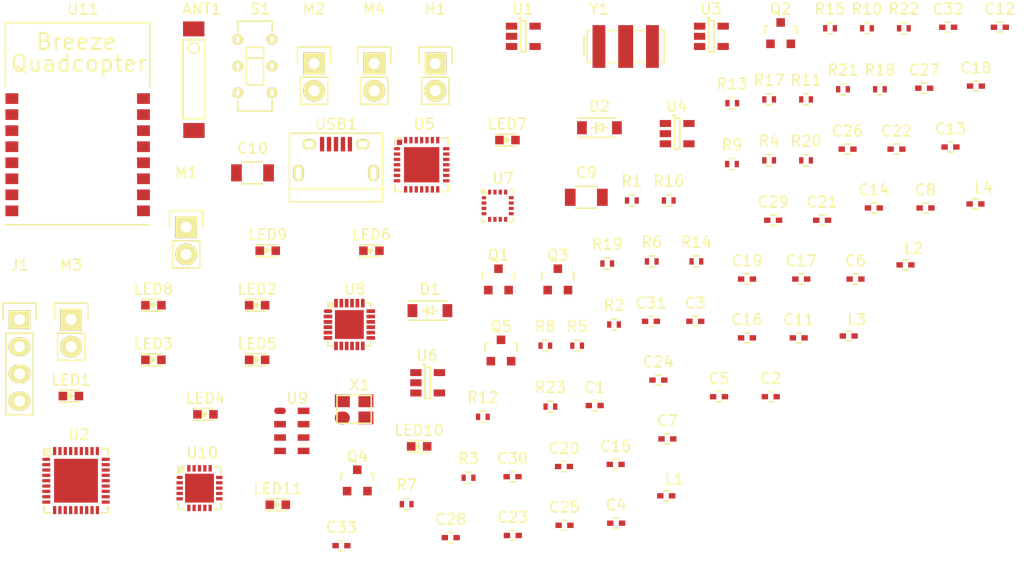
<source format=kicad_pcb>
(kicad_pcb (version 4) (host pcbnew 4.0.2+e4-6225~38~ubuntu14.04.1-stable)

  (general
    (links 164)
    (no_connects 164)
    (area 0 0 0 0)
    (thickness 1.6)
    (drawings 0)
    (tracks 0)
    (zones 0)
    (modules 100)
    (nets 199)
  )

  (page A4)
  (title_block
    (title breeze_electronics_design)
    (date 2016-08-19)
    (rev V1.0)
    (company "Team MicroDynamics")
    (comment 1 microdynamics@126.com)
  )

  (layers
    (0 F.Cu signal)
    (31 B.Cu signal)
    (32 B.Adhes user)
    (33 F.Adhes user)
    (34 B.Paste user)
    (35 F.Paste user)
    (36 B.SilkS user)
    (37 F.SilkS user)
    (38 B.Mask user)
    (39 F.Mask user)
    (40 Dwgs.User user)
    (41 Cmts.User user)
    (42 Eco1.User user)
    (43 Eco2.User user)
    (44 Edge.Cuts user)
    (45 Margin user)
    (46 B.CrtYd user)
    (47 F.CrtYd user)
    (48 B.Fab user)
    (49 F.Fab user)
  )

  (setup
    (last_trace_width 0.25)
    (trace_clearance 0.2)
    (zone_clearance 0.508)
    (zone_45_only no)
    (trace_min 0.2)
    (segment_width 0.2)
    (edge_width 0.15)
    (via_size 0.6)
    (via_drill 0.4)
    (via_min_size 0.4)
    (via_min_drill 0.3)
    (uvia_size 0.3)
    (uvia_drill 0.1)
    (uvias_allowed no)
    (uvia_min_size 0.2)
    (uvia_min_drill 0.1)
    (pcb_text_width 0.3)
    (pcb_text_size 1.5 1.5)
    (mod_edge_width 0.15)
    (mod_text_size 1 1)
    (mod_text_width 0.15)
    (pad_size 1.524 1.524)
    (pad_drill 0.762)
    (pad_to_mask_clearance 0.2)
    (aux_axis_origin 0 0)
    (visible_elements FFFFFF7F)
    (pcbplotparams
      (layerselection 0x00030_80000001)
      (usegerberextensions false)
      (excludeedgelayer true)
      (linewidth 0.100000)
      (plotframeref false)
      (viasonmask false)
      (mode 1)
      (useauxorigin false)
      (hpglpennumber 1)
      (hpglpenspeed 20)
      (hpglpendiameter 15)
      (hpglpenoverlay 2)
      (psnegative false)
      (psa4output false)
      (plotreference true)
      (plotvalue true)
      (plotinvisibletext false)
      (padsonsilk false)
      (subtractmaskfromsilk false)
      (outputformat 1)
      (mirror false)
      (drillshape 1)
      (scaleselection 1)
      (outputdirectory ""))
  )

  (net 0 "")
  (net 1 "Net-(ANT1-Pad1)")
  (net 2 "Net-(C1-Pad1)")
  (net 3 "Net-(C1-Pad2)")
  (net 4 /RST)
  (net 5 "Net-(C2-Pad2)")
  (net 6 /BAT_DET)
  (net 7 "Net-(C3-Pad2)")
  (net 8 "Net-(C5-Pad1)")
  (net 9 "Net-(C5-Pad2)")
  (net 10 "Net-(C6-Pad1)")
  (net 11 "Net-(C6-Pad2)")
  (net 12 "Net-(C7-Pad1)")
  (net 13 "Net-(C7-Pad2)")
  (net 14 /VBUS)
  (net 15 "Net-(C10-Pad2)")
  (net 16 "Net-(C11-Pad1)")
  (net 17 "Net-(C11-Pad2)")
  (net 18 "Net-(C12-Pad1)")
  (net 19 "Net-(C12-Pad2)")
  (net 20 "Net-(C13-Pad2)")
  (net 21 "Net-(C16-Pad1)")
  (net 22 "Net-(C16-Pad2)")
  (net 23 "Net-(C17-Pad1)")
  (net 24 /SETC)
  (net 25 "Net-(C18-Pad1)")
  (net 26 "Net-(C18-Pad2)")
  (net 27 "Net-(C19-Pad1)")
  (net 28 "Net-(C19-Pad2)")
  (net 29 "Net-(C20-Pad1)")
  (net 30 "Net-(C20-Pad2)")
  (net 31 "Net-(C22-Pad1)")
  (net 32 "Net-(C22-Pad2)")
  (net 33 "Net-(C23-Pad1)")
  (net 34 "Net-(C23-Pad2)")
  (net 35 "Net-(C25-Pad1)")
  (net 36 "Net-(C25-Pad2)")
  (net 37 "Net-(C26-Pad1)")
  (net 38 "Net-(C26-Pad2)")
  (net 39 "Net-(C27-Pad1)")
  (net 40 "Net-(C27-Pad2)")
  (net 41 "Net-(C28-Pad2)")
  (net 42 "Net-(C29-Pad1)")
  (net 43 "Net-(C29-Pad2)")
  (net 44 "Net-(C30-Pad1)")
  (net 45 "Net-(C31-Pad2)")
  (net 46 "Net-(C32-Pad1)")
  (net 47 "Net-(C32-Pad2)")
  (net 48 "Net-(D1-Pad1)")
  (net 49 "Net-(D2-Pad2)")
  (net 50 /VBAT)
  (net 51 "Net-(H1-Pad2)")
  (net 52 /SWCLK)
  (net 53 /SWDIO)
  (net 54 "Net-(J1-Pad3)")
  (net 55 "Net-(J1-Pad4)")
  (net 56 /ANT1)
  (net 57 /ANT2)
  (net 58 "Net-(LED1-Pad2)")
  (net 59 "Net-(LED1-Pad1)")
  (net 60 "Net-(LED2-Pad2)")
  (net 61 "Net-(LED2-Pad1)")
  (net 62 "Net-(LED4-Pad2)")
  (net 63 "Net-(LED6-Pad2)")
  (net 64 "Net-(LED8-Pad2)")
  (net 65 "Net-(LED10-Pad2)")
  (net 66 "Net-(LED10-Pad1)")
  (net 67 "Net-(LED11-Pad2)")
  (net 68 /CHG_LED)
  (net 69 "Net-(M1-Pad1)")
  (net 70 "Net-(M1-Pad2)")
  (net 71 "Net-(M2-Pad1)")
  (net 72 "Net-(M2-Pad2)")
  (net 73 "Net-(M3-Pad1)")
  (net 74 "Net-(M3-Pad2)")
  (net 75 "Net-(M4-Pad1)")
  (net 76 "Net-(M4-Pad2)")
  (net 77 "Net-(Q1-Pad1)")
  (net 78 "Net-(Q1-Pad2)")
  (net 79 /BOOT0)
  (net 80 /PWMA)
  (net 81 "Net-(Q2-Pad2)")
  (net 82 /PWMC)
  (net 83 "Net-(Q3-Pad2)")
  (net 84 /PWMB)
  (net 85 "Net-(Q4-Pad2)")
  (net 86 /PWMD)
  (net 87 "Net-(Q5-Pad2)")
  (net 88 "Net-(R1-Pad1)")
  (net 89 "Net-(R2-Pad2)")
  (net 90 "Net-(R3-Pad2)")
  (net 91 "Net-(R5-Pad2)")
  (net 92 "Net-(R6-Pad1)")
  (net 93 "Net-(R6-Pad2)")
  (net 94 /MP_INT)
  (net 95 "Net-(R8-Pad2)")
  (net 96 /PA11)
  (net 97 /PA8)
  (net 98 /PB1)
  (net 99 /PB3)
  (net 100 "Net-(R13-Pad1)")
  (net 101 "Net-(R14-Pad1)")
  (net 102 /HM_INT)
  (net 103 /BT_LED)
  (net 104 "Net-(R16-Pad1)")
  (net 105 /I2C_SDA)
  (net 106 /I2C_SCL)
  (net 107 "Net-(R19-Pad2)")
  (net 108 /S1)
  (net 109 /S3)
  (net 110 "Net-(U1-Pad1)")
  (net 111 "Net-(U1-Pad2)")
  (net 112 "Net-(U1-Pad4)")
  (net 113 "Net-(U2-Pad1)")
  (net 114 /OSC_IN)
  (net 115 /OSC_OUT)
  (net 116 /GND)
  (net 117 "Net-(U2-Pad19)")
  (net 118 "Net-(U2-Pad26)")
  (net 119 /CE)
  (net 120 /RXD_BT)
  (net 121 /TXD_BT)
  (net 122 /NRF_IRQ)
  (net 123 /CSN)
  (net 124 /SCK)
  (net 125 /MISO)
  (net 126 /MOSI)
  (net 127 /BT_EN)
  (net 128 "Net-(U2-Pad18)")
  (net 129 "Net-(U3-Pad2)")
  (net 130 "Net-(U4-Pad2)")
  (net 131 "Net-(U5-Pad1)")
  (net 132 "Net-(U5-Pad2)")
  (net 133 /DP)
  (net 134 /DN)
  (net 135 "Net-(U5-Pad27)")
  (net 136 "Net-(U5-Pad23)")
  (net 137 "Net-(U5-Pad22)")
  (net 138 "Net-(U5-Pad9)")
  (net 139 "Net-(U5-Pad10)")
  (net 140 "Net-(U5-Pad11)")
  (net 141 "Net-(U5-Pad12)")
  (net 142 "Net-(U5-Pad13)")
  (net 143 "Net-(U5-Pad14)")
  (net 144 "Net-(U5-Pad15)")
  (net 145 "Net-(U5-Pad16)")
  (net 146 "Net-(U5-Pad17)")
  (net 147 "Net-(U5-Pad18)")
  (net 148 "Net-(U5-Pad19)")
  (net 149 "Net-(U5-Pad20)")
  (net 150 "Net-(U5-Pad21)")
  (net 151 "Net-(U6-Pad1)")
  (net 152 "Net-(U6-Pad2)")
  (net 153 "Net-(U6-Pad4)")
  (net 154 /Q_SCK)
  (net 155 "Net-(U7-Pad2)")
  (net 156 "Net-(U7-Pad3)")
  (net 157 "Net-(U7-Pad4)")
  (net 158 /Q_SDA)
  (net 159 "Net-(U7-Pad14)")
  (net 160 "Net-(U7-Pad13)")
  (net 161 "Net-(U7-Pad5)")
  (net 162 "Net-(U7-Pad6)")
  (net 163 "Net-(U7-Pad7)")
  (net 164 "Net-(U8-Pad2)")
  (net 165 "Net-(U8-Pad3)")
  (net 166 "Net-(U8-Pad4)")
  (net 167 "Net-(U8-Pad5)")
  (net 168 "Net-(U8-Pad14)")
  (net 169 "Net-(U8-Pad15)")
  (net 170 "Net-(U8-Pad16)")
  (net 171 "Net-(U8-Pad22)")
  (net 172 "Net-(U8-Pad21)")
  (net 173 "Net-(U8-Pad19)")
  (net 174 "Net-(U9-Pad5)")
  (net 175 "Net-(U9-Pad6)")
  (net 176 "Net-(U10-Pad14)")
  (net 177 "Net-(U10-Pad15)")
  (net 178 "Net-(U10-Pad18)")
  (net 179 "Net-(U10-Pad7)")
  (net 180 "Net-(U10-Pad8)")
  (net 181 "Net-(U11-Pad1)")
  (net 182 "Net-(U11-Pad3)")
  (net 183 "Net-(U11-Pad5)")
  (net 184 "Net-(U11-Pad6)")
  (net 185 "Net-(U11-Pad7)")
  (net 186 "Net-(U11-Pad8)")
  (net 187 "Net-(U11-Pad9)")
  (net 188 "Net-(U11-Pad10)")
  (net 189 "Net-(U11-Pad11)")
  (net 190 "Net-(U11-Pad12)")
  (net 191 "Net-(U11-Pad13)")
  (net 192 "Net-(U11-Pad14)")
  (net 193 "Net-(U11-Pad16)")
  (net 194 "Net-(USB1-Pad4)")
  (net 195 "Net-(USB1-Pad5)")
  (net 196 "Net-(X1-Pad2)")
  (net 197 "Net-(X1-Pad4)")
  (net 198 "Net-(Y1-Pad2)")

  (net_class Default "This is the default net class."
    (clearance 0.2)
    (trace_width 0.25)
    (via_dia 0.6)
    (via_drill 0.4)
    (uvia_dia 0.3)
    (uvia_drill 0.1)
    (add_net /ANT1)
    (add_net /ANT2)
    (add_net /BAT_DET)
    (add_net /BOOT0)
    (add_net /BT_EN)
    (add_net /BT_LED)
    (add_net /CE)
    (add_net /CHG_LED)
    (add_net /CSN)
    (add_net /DN)
    (add_net /DP)
    (add_net /GND)
    (add_net /HM_INT)
    (add_net /I2C_SCL)
    (add_net /I2C_SDA)
    (add_net /MISO)
    (add_net /MOSI)
    (add_net /MP_INT)
    (add_net /NRF_IRQ)
    (add_net /OSC_IN)
    (add_net /OSC_OUT)
    (add_net /PA11)
    (add_net /PA8)
    (add_net /PB1)
    (add_net /PB3)
    (add_net /PWMA)
    (add_net /PWMB)
    (add_net /PWMC)
    (add_net /PWMD)
    (add_net /Q_SCK)
    (add_net /Q_SDA)
    (add_net /RST)
    (add_net /RXD_BT)
    (add_net /S1)
    (add_net /S3)
    (add_net /SCK)
    (add_net /SETC)
    (add_net /SWCLK)
    (add_net /SWDIO)
    (add_net /TXD_BT)
    (add_net /VBAT)
    (add_net /VBUS)
    (add_net "Net-(ANT1-Pad1)")
    (add_net "Net-(C1-Pad1)")
    (add_net "Net-(C1-Pad2)")
    (add_net "Net-(C10-Pad2)")
    (add_net "Net-(C11-Pad1)")
    (add_net "Net-(C11-Pad2)")
    (add_net "Net-(C12-Pad1)")
    (add_net "Net-(C12-Pad2)")
    (add_net "Net-(C13-Pad2)")
    (add_net "Net-(C16-Pad1)")
    (add_net "Net-(C16-Pad2)")
    (add_net "Net-(C17-Pad1)")
    (add_net "Net-(C18-Pad1)")
    (add_net "Net-(C18-Pad2)")
    (add_net "Net-(C19-Pad1)")
    (add_net "Net-(C19-Pad2)")
    (add_net "Net-(C2-Pad2)")
    (add_net "Net-(C20-Pad1)")
    (add_net "Net-(C20-Pad2)")
    (add_net "Net-(C22-Pad1)")
    (add_net "Net-(C22-Pad2)")
    (add_net "Net-(C23-Pad1)")
    (add_net "Net-(C23-Pad2)")
    (add_net "Net-(C25-Pad1)")
    (add_net "Net-(C25-Pad2)")
    (add_net "Net-(C26-Pad1)")
    (add_net "Net-(C26-Pad2)")
    (add_net "Net-(C27-Pad1)")
    (add_net "Net-(C27-Pad2)")
    (add_net "Net-(C28-Pad2)")
    (add_net "Net-(C29-Pad1)")
    (add_net "Net-(C29-Pad2)")
    (add_net "Net-(C3-Pad2)")
    (add_net "Net-(C30-Pad1)")
    (add_net "Net-(C31-Pad2)")
    (add_net "Net-(C32-Pad1)")
    (add_net "Net-(C32-Pad2)")
    (add_net "Net-(C5-Pad1)")
    (add_net "Net-(C5-Pad2)")
    (add_net "Net-(C6-Pad1)")
    (add_net "Net-(C6-Pad2)")
    (add_net "Net-(C7-Pad1)")
    (add_net "Net-(C7-Pad2)")
    (add_net "Net-(D1-Pad1)")
    (add_net "Net-(D2-Pad2)")
    (add_net "Net-(H1-Pad2)")
    (add_net "Net-(J1-Pad3)")
    (add_net "Net-(J1-Pad4)")
    (add_net "Net-(LED1-Pad1)")
    (add_net "Net-(LED1-Pad2)")
    (add_net "Net-(LED10-Pad1)")
    (add_net "Net-(LED10-Pad2)")
    (add_net "Net-(LED11-Pad2)")
    (add_net "Net-(LED2-Pad1)")
    (add_net "Net-(LED2-Pad2)")
    (add_net "Net-(LED4-Pad2)")
    (add_net "Net-(LED6-Pad2)")
    (add_net "Net-(LED8-Pad2)")
    (add_net "Net-(M1-Pad1)")
    (add_net "Net-(M1-Pad2)")
    (add_net "Net-(M2-Pad1)")
    (add_net "Net-(M2-Pad2)")
    (add_net "Net-(M3-Pad1)")
    (add_net "Net-(M3-Pad2)")
    (add_net "Net-(M4-Pad1)")
    (add_net "Net-(M4-Pad2)")
    (add_net "Net-(Q1-Pad1)")
    (add_net "Net-(Q1-Pad2)")
    (add_net "Net-(Q2-Pad2)")
    (add_net "Net-(Q3-Pad2)")
    (add_net "Net-(Q4-Pad2)")
    (add_net "Net-(Q5-Pad2)")
    (add_net "Net-(R1-Pad1)")
    (add_net "Net-(R13-Pad1)")
    (add_net "Net-(R14-Pad1)")
    (add_net "Net-(R16-Pad1)")
    (add_net "Net-(R19-Pad2)")
    (add_net "Net-(R2-Pad2)")
    (add_net "Net-(R3-Pad2)")
    (add_net "Net-(R5-Pad2)")
    (add_net "Net-(R6-Pad1)")
    (add_net "Net-(R6-Pad2)")
    (add_net "Net-(R8-Pad2)")
    (add_net "Net-(U1-Pad1)")
    (add_net "Net-(U1-Pad2)")
    (add_net "Net-(U1-Pad4)")
    (add_net "Net-(U10-Pad14)")
    (add_net "Net-(U10-Pad15)")
    (add_net "Net-(U10-Pad18)")
    (add_net "Net-(U10-Pad7)")
    (add_net "Net-(U10-Pad8)")
    (add_net "Net-(U11-Pad1)")
    (add_net "Net-(U11-Pad10)")
    (add_net "Net-(U11-Pad11)")
    (add_net "Net-(U11-Pad12)")
    (add_net "Net-(U11-Pad13)")
    (add_net "Net-(U11-Pad14)")
    (add_net "Net-(U11-Pad16)")
    (add_net "Net-(U11-Pad3)")
    (add_net "Net-(U11-Pad5)")
    (add_net "Net-(U11-Pad6)")
    (add_net "Net-(U11-Pad7)")
    (add_net "Net-(U11-Pad8)")
    (add_net "Net-(U11-Pad9)")
    (add_net "Net-(U2-Pad1)")
    (add_net "Net-(U2-Pad18)")
    (add_net "Net-(U2-Pad19)")
    (add_net "Net-(U2-Pad26)")
    (add_net "Net-(U3-Pad2)")
    (add_net "Net-(U4-Pad2)")
    (add_net "Net-(U5-Pad1)")
    (add_net "Net-(U5-Pad10)")
    (add_net "Net-(U5-Pad11)")
    (add_net "Net-(U5-Pad12)")
    (add_net "Net-(U5-Pad13)")
    (add_net "Net-(U5-Pad14)")
    (add_net "Net-(U5-Pad15)")
    (add_net "Net-(U5-Pad16)")
    (add_net "Net-(U5-Pad17)")
    (add_net "Net-(U5-Pad18)")
    (add_net "Net-(U5-Pad19)")
    (add_net "Net-(U5-Pad2)")
    (add_net "Net-(U5-Pad20)")
    (add_net "Net-(U5-Pad21)")
    (add_net "Net-(U5-Pad22)")
    (add_net "Net-(U5-Pad23)")
    (add_net "Net-(U5-Pad27)")
    (add_net "Net-(U5-Pad9)")
    (add_net "Net-(U6-Pad1)")
    (add_net "Net-(U6-Pad2)")
    (add_net "Net-(U6-Pad4)")
    (add_net "Net-(U7-Pad13)")
    (add_net "Net-(U7-Pad14)")
    (add_net "Net-(U7-Pad2)")
    (add_net "Net-(U7-Pad3)")
    (add_net "Net-(U7-Pad4)")
    (add_net "Net-(U7-Pad5)")
    (add_net "Net-(U7-Pad6)")
    (add_net "Net-(U7-Pad7)")
    (add_net "Net-(U8-Pad14)")
    (add_net "Net-(U8-Pad15)")
    (add_net "Net-(U8-Pad16)")
    (add_net "Net-(U8-Pad19)")
    (add_net "Net-(U8-Pad2)")
    (add_net "Net-(U8-Pad21)")
    (add_net "Net-(U8-Pad22)")
    (add_net "Net-(U8-Pad3)")
    (add_net "Net-(U8-Pad4)")
    (add_net "Net-(U8-Pad5)")
    (add_net "Net-(U9-Pad5)")
    (add_net "Net-(U9-Pad6)")
    (add_net "Net-(USB1-Pad4)")
    (add_net "Net-(USB1-Pad5)")
    (add_net "Net-(X1-Pad2)")
    (add_net "Net-(X1-Pad4)")
    (add_net "Net-(Y1-Pad2)")
  )

  (module Footprint:SMD_AN9520 (layer F.Cu) (tedit 57B92BD4) (tstamp 57BD69BF)
    (at 178.271381 102.979)
    (descr "Multilayer chip antenna")
    (tags "Multilayer chip antenna")
    (path /57CB883F)
    (fp_text reference ANT1 (at 0.762 -6.604) (layer F.SilkS)
      (effects (font (size 1 1) (thickness 0.15)))
    )
    (fp_text value Antenna (at -0.254 6.604) (layer F.Fab)
      (effects (font (size 1 1) (thickness 0.15)))
    )
    (fp_line (start 1.27 -5.588) (end 1.27 5.588) (layer F.CrtYd) (width 0.05))
    (fp_line (start -1.27 5.588) (end -1.27 -5.588) (layer F.CrtYd) (width 0.05))
    (fp_line (start -1.27 -5.588) (end 1.27 -5.588) (layer F.CrtYd) (width 0.05))
    (fp_line (start -1.27 5.588) (end 1.27 5.588) (layer F.CrtYd) (width 0.05))
    (fp_line (start 1.27 5.588) (end -1.27 5.588) (layer F.CrtYd) (width 0.05))
    (fp_circle (center 0 -2.9718) (end 0 -2.4638) (layer F.SilkS) (width 0.15))
    (fp_line (start -1.016 -3.7338) (end -1.016 3.6322) (layer F.SilkS) (width 0.15))
    (fp_line (start -1.016 3.6322) (end 1.016 3.6322) (layer F.SilkS) (width 0.15))
    (fp_line (start 1.016 3.6322) (end 1.016 -3.7338) (layer F.SilkS) (width 0.15))
    (fp_line (start 1.016 -3.7338) (end -1.016 -3.7338) (layer F.SilkS) (width 0.15))
    (pad 1 smd rect (at 0 -4.7498) (size 2 1.4) (layers F.Cu F.Paste F.Mask)
      (net 1 "Net-(ANT1-Pad1)"))
    (pad 2 smd rect (at 0.022 4.7502) (size 2 1.4) (layers F.Cu F.Paste F.Mask))
  )

  (module Capacitors_SMD:C_0402 (layer F.Cu) (tedit 5415D599) (tstamp 57BD69CB)
    (at 215.737857 133.455)
    (descr "Capacitor SMD 0402, reflow soldering, AVX (see smccp.pdf)")
    (tags "capacitor 0402")
    (path /57BE1E57)
    (attr smd)
    (fp_text reference C1 (at 0 -1.7) (layer F.SilkS)
      (effects (font (size 1 1) (thickness 0.15)))
    )
    (fp_text value 0.1UF (at 0 1.7) (layer F.Fab)
      (effects (font (size 1 1) (thickness 0.15)))
    )
    (fp_line (start -1.15 -0.6) (end 1.15 -0.6) (layer F.CrtYd) (width 0.05))
    (fp_line (start -1.15 0.6) (end 1.15 0.6) (layer F.CrtYd) (width 0.05))
    (fp_line (start -1.15 -0.6) (end -1.15 0.6) (layer F.CrtYd) (width 0.05))
    (fp_line (start 1.15 -0.6) (end 1.15 0.6) (layer F.CrtYd) (width 0.05))
    (fp_line (start 0.25 -0.475) (end -0.25 -0.475) (layer F.SilkS) (width 0.15))
    (fp_line (start -0.25 0.475) (end 0.25 0.475) (layer F.SilkS) (width 0.15))
    (pad 1 smd rect (at -0.55 0) (size 0.6 0.5) (layers F.Cu F.Paste F.Mask)
      (net 2 "Net-(C1-Pad1)"))
    (pad 2 smd rect (at 0.55 0) (size 0.6 0.5) (layers F.Cu F.Paste F.Mask)
      (net 3 "Net-(C1-Pad2)"))
    (model Capacitors_SMD.3dshapes/C_0402.wrl
      (at (xyz 0 0 0))
      (scale (xyz 1 1 1))
      (rotate (xyz 0 0 0))
    )
  )

  (module Capacitors_SMD:C_0402 (layer F.Cu) (tedit 5415D599) (tstamp 57BD69D7)
    (at 232.187857 132.625)
    (descr "Capacitor SMD 0402, reflow soldering, AVX (see smccp.pdf)")
    (tags "capacitor 0402")
    (path /57BE3D4E)
    (attr smd)
    (fp_text reference C2 (at 0 -1.7) (layer F.SilkS)
      (effects (font (size 1 1) (thickness 0.15)))
    )
    (fp_text value 2.2UF (at 0 1.7) (layer F.Fab)
      (effects (font (size 1 1) (thickness 0.15)))
    )
    (fp_line (start -1.15 -0.6) (end 1.15 -0.6) (layer F.CrtYd) (width 0.05))
    (fp_line (start -1.15 0.6) (end 1.15 0.6) (layer F.CrtYd) (width 0.05))
    (fp_line (start -1.15 -0.6) (end -1.15 0.6) (layer F.CrtYd) (width 0.05))
    (fp_line (start 1.15 -0.6) (end 1.15 0.6) (layer F.CrtYd) (width 0.05))
    (fp_line (start 0.25 -0.475) (end -0.25 -0.475) (layer F.SilkS) (width 0.15))
    (fp_line (start -0.25 0.475) (end 0.25 0.475) (layer F.SilkS) (width 0.15))
    (pad 1 smd rect (at -0.55 0) (size 0.6 0.5) (layers F.Cu F.Paste F.Mask)
      (net 4 /RST))
    (pad 2 smd rect (at 0.55 0) (size 0.6 0.5) (layers F.Cu F.Paste F.Mask)
      (net 5 "Net-(C2-Pad2)"))
    (model Capacitors_SMD.3dshapes/C_0402.wrl
      (at (xyz 0 0 0))
      (scale (xyz 1 1 1))
      (rotate (xyz 0 0 0))
    )
  )

  (module Capacitors_SMD:C_0402 (layer F.Cu) (tedit 5415D599) (tstamp 57BD69E3)
    (at 225.137857 125.575)
    (descr "Capacitor SMD 0402, reflow soldering, AVX (see smccp.pdf)")
    (tags "capacitor 0402")
    (path /57C0957D)
    (attr smd)
    (fp_text reference C3 (at 0 -1.7) (layer F.SilkS)
      (effects (font (size 1 1) (thickness 0.15)))
    )
    (fp_text value 2.2UF (at 0 1.7) (layer F.Fab)
      (effects (font (size 1 1) (thickness 0.15)))
    )
    (fp_line (start -1.15 -0.6) (end 1.15 -0.6) (layer F.CrtYd) (width 0.05))
    (fp_line (start -1.15 0.6) (end 1.15 0.6) (layer F.CrtYd) (width 0.05))
    (fp_line (start -1.15 -0.6) (end -1.15 0.6) (layer F.CrtYd) (width 0.05))
    (fp_line (start 1.15 -0.6) (end 1.15 0.6) (layer F.CrtYd) (width 0.05))
    (fp_line (start 0.25 -0.475) (end -0.25 -0.475) (layer F.SilkS) (width 0.15))
    (fp_line (start -0.25 0.475) (end 0.25 0.475) (layer F.SilkS) (width 0.15))
    (pad 1 smd rect (at -0.55 0) (size 0.6 0.5) (layers F.Cu F.Paste F.Mask)
      (net 6 /BAT_DET))
    (pad 2 smd rect (at 0.55 0) (size 0.6 0.5) (layers F.Cu F.Paste F.Mask)
      (net 7 "Net-(C3-Pad2)"))
    (model Capacitors_SMD.3dshapes/C_0402.wrl
      (at (xyz 0 0 0))
      (scale (xyz 1 1 1))
      (rotate (xyz 0 0 0))
    )
  )

  (module Capacitors_SMD:C_0402 (layer F.Cu) (tedit 5415D599) (tstamp 57BD69EF)
    (at 217.747857 144.455)
    (descr "Capacitor SMD 0402, reflow soldering, AVX (see smccp.pdf)")
    (tags "capacitor 0402")
    (path /57BE2207)
    (attr smd)
    (fp_text reference C4 (at 0 -1.7) (layer F.SilkS)
      (effects (font (size 1 1) (thickness 0.15)))
    )
    (fp_text value 2.2UF (at 0 1.7) (layer F.Fab)
      (effects (font (size 1 1) (thickness 0.15)))
    )
    (fp_line (start -1.15 -0.6) (end 1.15 -0.6) (layer F.CrtYd) (width 0.05))
    (fp_line (start -1.15 0.6) (end 1.15 0.6) (layer F.CrtYd) (width 0.05))
    (fp_line (start -1.15 -0.6) (end -1.15 0.6) (layer F.CrtYd) (width 0.05))
    (fp_line (start 1.15 -0.6) (end 1.15 0.6) (layer F.CrtYd) (width 0.05))
    (fp_line (start 0.25 -0.475) (end -0.25 -0.475) (layer F.SilkS) (width 0.15))
    (fp_line (start -0.25 0.475) (end 0.25 0.475) (layer F.SilkS) (width 0.15))
    (pad 1 smd rect (at -0.55 0) (size 0.6 0.5) (layers F.Cu F.Paste F.Mask)
      (net 2 "Net-(C1-Pad1)"))
    (pad 2 smd rect (at 0.55 0) (size 0.6 0.5) (layers F.Cu F.Paste F.Mask)
      (net 3 "Net-(C1-Pad2)"))
    (model Capacitors_SMD.3dshapes/C_0402.wrl
      (at (xyz 0 0 0))
      (scale (xyz 1 1 1))
      (rotate (xyz 0 0 0))
    )
  )

  (module Capacitors_SMD:C_0402 (layer F.Cu) (tedit 5415D599) (tstamp 57BD69FB)
    (at 227.357857 132.625)
    (descr "Capacitor SMD 0402, reflow soldering, AVX (see smccp.pdf)")
    (tags "capacitor 0402")
    (path /57C195FB)
    (attr smd)
    (fp_text reference C5 (at 0 -1.7) (layer F.SilkS)
      (effects (font (size 1 1) (thickness 0.15)))
    )
    (fp_text value 2.2UF (at 0 1.7) (layer F.Fab)
      (effects (font (size 1 1) (thickness 0.15)))
    )
    (fp_line (start -1.15 -0.6) (end 1.15 -0.6) (layer F.CrtYd) (width 0.05))
    (fp_line (start -1.15 0.6) (end 1.15 0.6) (layer F.CrtYd) (width 0.05))
    (fp_line (start -1.15 -0.6) (end -1.15 0.6) (layer F.CrtYd) (width 0.05))
    (fp_line (start 1.15 -0.6) (end 1.15 0.6) (layer F.CrtYd) (width 0.05))
    (fp_line (start 0.25 -0.475) (end -0.25 -0.475) (layer F.SilkS) (width 0.15))
    (fp_line (start -0.25 0.475) (end 0.25 0.475) (layer F.SilkS) (width 0.15))
    (pad 1 smd rect (at -0.55 0) (size 0.6 0.5) (layers F.Cu F.Paste F.Mask)
      (net 8 "Net-(C5-Pad1)"))
    (pad 2 smd rect (at 0.55 0) (size 0.6 0.5) (layers F.Cu F.Paste F.Mask)
      (net 9 "Net-(C5-Pad2)"))
    (model Capacitors_SMD.3dshapes/C_0402.wrl
      (at (xyz 0 0 0))
      (scale (xyz 1 1 1))
      (rotate (xyz 0 0 0))
    )
  )

  (module Capacitors_SMD:C_0402 (layer F.Cu) (tedit 5415D599) (tstamp 57BD6A07)
    (at 240.107857 121.625)
    (descr "Capacitor SMD 0402, reflow soldering, AVX (see smccp.pdf)")
    (tags "capacitor 0402")
    (path /57C0A0F6)
    (attr smd)
    (fp_text reference C6 (at 0 -1.7) (layer F.SilkS)
      (effects (font (size 1 1) (thickness 0.15)))
    )
    (fp_text value 0.1UF (at 0 1.7) (layer F.Fab)
      (effects (font (size 1 1) (thickness 0.15)))
    )
    (fp_line (start -1.15 -0.6) (end 1.15 -0.6) (layer F.CrtYd) (width 0.05))
    (fp_line (start -1.15 0.6) (end 1.15 0.6) (layer F.CrtYd) (width 0.05))
    (fp_line (start -1.15 -0.6) (end -1.15 0.6) (layer F.CrtYd) (width 0.05))
    (fp_line (start 1.15 -0.6) (end 1.15 0.6) (layer F.CrtYd) (width 0.05))
    (fp_line (start 0.25 -0.475) (end -0.25 -0.475) (layer F.SilkS) (width 0.15))
    (fp_line (start -0.25 0.475) (end 0.25 0.475) (layer F.SilkS) (width 0.15))
    (pad 1 smd rect (at -0.55 0) (size 0.6 0.5) (layers F.Cu F.Paste F.Mask)
      (net 10 "Net-(C6-Pad1)"))
    (pad 2 smd rect (at 0.55 0) (size 0.6 0.5) (layers F.Cu F.Paste F.Mask)
      (net 11 "Net-(C6-Pad2)"))
    (model Capacitors_SMD.3dshapes/C_0402.wrl
      (at (xyz 0 0 0))
      (scale (xyz 1 1 1))
      (rotate (xyz 0 0 0))
    )
  )

  (module Capacitors_SMD:C_0402 (layer F.Cu) (tedit 5415D599) (tstamp 57BD6A13)
    (at 222.527857 136.575)
    (descr "Capacitor SMD 0402, reflow soldering, AVX (see smccp.pdf)")
    (tags "capacitor 0402")
    (path /57BE7001)
    (attr smd)
    (fp_text reference C7 (at 0 -1.7) (layer F.SilkS)
      (effects (font (size 1 1) (thickness 0.15)))
    )
    (fp_text value 2.2UF (at 0 1.7) (layer F.Fab)
      (effects (font (size 1 1) (thickness 0.15)))
    )
    (fp_line (start -1.15 -0.6) (end 1.15 -0.6) (layer F.CrtYd) (width 0.05))
    (fp_line (start -1.15 0.6) (end 1.15 0.6) (layer F.CrtYd) (width 0.05))
    (fp_line (start -1.15 -0.6) (end -1.15 0.6) (layer F.CrtYd) (width 0.05))
    (fp_line (start 1.15 -0.6) (end 1.15 0.6) (layer F.CrtYd) (width 0.05))
    (fp_line (start 0.25 -0.475) (end -0.25 -0.475) (layer F.SilkS) (width 0.15))
    (fp_line (start -0.25 0.475) (end 0.25 0.475) (layer F.SilkS) (width 0.15))
    (pad 1 smd rect (at -0.55 0) (size 0.6 0.5) (layers F.Cu F.Paste F.Mask)
      (net 12 "Net-(C7-Pad1)"))
    (pad 2 smd rect (at 0.55 0) (size 0.6 0.5) (layers F.Cu F.Paste F.Mask)
      (net 13 "Net-(C7-Pad2)"))
    (model Capacitors_SMD.3dshapes/C_0402.wrl
      (at (xyz 0 0 0))
      (scale (xyz 1 1 1))
      (rotate (xyz 0 0 0))
    )
  )

  (module Capacitors_SMD:C_0402 (layer F.Cu) (tedit 5415D599) (tstamp 57BD6A1F)
    (at 246.647857 114.975)
    (descr "Capacitor SMD 0402, reflow soldering, AVX (see smccp.pdf)")
    (tags "capacitor 0402")
    (path /57C19879)
    (attr smd)
    (fp_text reference C8 (at 0 -1.7) (layer F.SilkS)
      (effects (font (size 1 1) (thickness 0.15)))
    )
    (fp_text value 0.1UF (at 0 1.7) (layer F.Fab)
      (effects (font (size 1 1) (thickness 0.15)))
    )
    (fp_line (start -1.15 -0.6) (end 1.15 -0.6) (layer F.CrtYd) (width 0.05))
    (fp_line (start -1.15 0.6) (end 1.15 0.6) (layer F.CrtYd) (width 0.05))
    (fp_line (start -1.15 -0.6) (end -1.15 0.6) (layer F.CrtYd) (width 0.05))
    (fp_line (start 1.15 -0.6) (end 1.15 0.6) (layer F.CrtYd) (width 0.05))
    (fp_line (start 0.25 -0.475) (end -0.25 -0.475) (layer F.SilkS) (width 0.15))
    (fp_line (start -0.25 0.475) (end 0.25 0.475) (layer F.SilkS) (width 0.15))
    (pad 1 smd rect (at -0.55 0) (size 0.6 0.5) (layers F.Cu F.Paste F.Mask)
      (net 8 "Net-(C5-Pad1)"))
    (pad 2 smd rect (at 0.55 0) (size 0.6 0.5) (layers F.Cu F.Paste F.Mask)
      (net 9 "Net-(C5-Pad2)"))
    (model Capacitors_SMD.3dshapes/C_0402.wrl
      (at (xyz 0 0 0))
      (scale (xyz 1 1 1))
      (rotate (xyz 0 0 0))
    )
  )

  (module Capacitors_SMD:C_1206 (layer F.Cu) (tedit 5415D7BD) (tstamp 57BD6A2B)
    (at 214.955001 113.975)
    (descr "Capacitor SMD 1206, reflow soldering, AVX (see smccp.pdf)")
    (tags "capacitor 1206")
    (path /57C0B7E3)
    (attr smd)
    (fp_text reference C9 (at 0 -2.3) (layer F.SilkS)
      (effects (font (size 1 1) (thickness 0.15)))
    )
    (fp_text value 10UF (at 0 2.3) (layer F.Fab)
      (effects (font (size 1 1) (thickness 0.15)))
    )
    (fp_line (start -2.3 -1.15) (end 2.3 -1.15) (layer F.CrtYd) (width 0.05))
    (fp_line (start -2.3 1.15) (end 2.3 1.15) (layer F.CrtYd) (width 0.05))
    (fp_line (start -2.3 -1.15) (end -2.3 1.15) (layer F.CrtYd) (width 0.05))
    (fp_line (start 2.3 -1.15) (end 2.3 1.15) (layer F.CrtYd) (width 0.05))
    (fp_line (start 1 -1.025) (end -1 -1.025) (layer F.SilkS) (width 0.15))
    (fp_line (start -1 1.025) (end 1 1.025) (layer F.SilkS) (width 0.15))
    (pad 1 smd rect (at -1.5 0) (size 1 1.6) (layers F.Cu F.Paste F.Mask)
      (net 10 "Net-(C6-Pad1)"))
    (pad 2 smd rect (at 1.5 0) (size 1 1.6) (layers F.Cu F.Paste F.Mask)
      (net 11 "Net-(C6-Pad2)"))
    (model Capacitors_SMD.3dshapes/C_1206.wrl
      (at (xyz 0 0 0))
      (scale (xyz 1 1 1))
      (rotate (xyz 0 0 0))
    )
  )

  (module Capacitors_SMD:C_1206 (layer F.Cu) (tedit 5415D7BD) (tstamp 57BD6A37)
    (at 183.765001 111.695)
    (descr "Capacitor SMD 1206, reflow soldering, AVX (see smccp.pdf)")
    (tags "capacitor 1206")
    (path /57C068FB)
    (attr smd)
    (fp_text reference C10 (at 0 -2.3) (layer F.SilkS)
      (effects (font (size 1 1) (thickness 0.15)))
    )
    (fp_text value 10UF (at 0 2.3) (layer F.Fab)
      (effects (font (size 1 1) (thickness 0.15)))
    )
    (fp_line (start -2.3 -1.15) (end 2.3 -1.15) (layer F.CrtYd) (width 0.05))
    (fp_line (start -2.3 1.15) (end 2.3 1.15) (layer F.CrtYd) (width 0.05))
    (fp_line (start -2.3 -1.15) (end -2.3 1.15) (layer F.CrtYd) (width 0.05))
    (fp_line (start 2.3 -1.15) (end 2.3 1.15) (layer F.CrtYd) (width 0.05))
    (fp_line (start 1 -1.025) (end -1 -1.025) (layer F.SilkS) (width 0.15))
    (fp_line (start -1 1.025) (end 1 1.025) (layer F.SilkS) (width 0.15))
    (pad 1 smd rect (at -1.5 0) (size 1 1.6) (layers F.Cu F.Paste F.Mask)
      (net 14 /VBUS))
    (pad 2 smd rect (at 1.5 0) (size 1 1.6) (layers F.Cu F.Paste F.Mask)
      (net 15 "Net-(C10-Pad2)"))
    (model Capacitors_SMD.3dshapes/C_1206.wrl
      (at (xyz 0 0 0))
      (scale (xyz 1 1 1))
      (rotate (xyz 0 0 0))
    )
  )

  (module Capacitors_SMD:C_0402 (layer F.Cu) (tedit 5415D599) (tstamp 57BD6A43)
    (at 234.797857 127.125)
    (descr "Capacitor SMD 0402, reflow soldering, AVX (see smccp.pdf)")
    (tags "capacitor 0402")
    (path /57C0EF67)
    (attr smd)
    (fp_text reference C11 (at 0 -1.7) (layer F.SilkS)
      (effects (font (size 1 1) (thickness 0.15)))
    )
    (fp_text value 0.1UF (at 0 1.7) (layer F.Fab)
      (effects (font (size 1 1) (thickness 0.15)))
    )
    (fp_line (start -1.15 -0.6) (end 1.15 -0.6) (layer F.CrtYd) (width 0.05))
    (fp_line (start -1.15 0.6) (end 1.15 0.6) (layer F.CrtYd) (width 0.05))
    (fp_line (start -1.15 -0.6) (end -1.15 0.6) (layer F.CrtYd) (width 0.05))
    (fp_line (start 1.15 -0.6) (end 1.15 0.6) (layer F.CrtYd) (width 0.05))
    (fp_line (start 0.25 -0.475) (end -0.25 -0.475) (layer F.SilkS) (width 0.15))
    (fp_line (start -0.25 0.475) (end 0.25 0.475) (layer F.SilkS) (width 0.15))
    (pad 1 smd rect (at -0.55 0) (size 0.6 0.5) (layers F.Cu F.Paste F.Mask)
      (net 16 "Net-(C11-Pad1)"))
    (pad 2 smd rect (at 0.55 0) (size 0.6 0.5) (layers F.Cu F.Paste F.Mask)
      (net 17 "Net-(C11-Pad2)"))
    (model Capacitors_SMD.3dshapes/C_0402.wrl
      (at (xyz 0 0 0))
      (scale (xyz 1 1 1))
      (rotate (xyz 0 0 0))
    )
  )

  (module Capacitors_SMD:C_0402 (layer F.Cu) (tedit 5415D599) (tstamp 57BD6A4F)
    (at 253.597857 98.075)
    (descr "Capacitor SMD 0402, reflow soldering, AVX (see smccp.pdf)")
    (tags "capacitor 0402")
    (path /57C1C492)
    (attr smd)
    (fp_text reference C12 (at 0 -1.7) (layer F.SilkS)
      (effects (font (size 1 1) (thickness 0.15)))
    )
    (fp_text value 2.2UF (at 0 1.7) (layer F.Fab)
      (effects (font (size 1 1) (thickness 0.15)))
    )
    (fp_line (start -1.15 -0.6) (end 1.15 -0.6) (layer F.CrtYd) (width 0.05))
    (fp_line (start -1.15 0.6) (end 1.15 0.6) (layer F.CrtYd) (width 0.05))
    (fp_line (start -1.15 -0.6) (end -1.15 0.6) (layer F.CrtYd) (width 0.05))
    (fp_line (start 1.15 -0.6) (end 1.15 0.6) (layer F.CrtYd) (width 0.05))
    (fp_line (start 0.25 -0.475) (end -0.25 -0.475) (layer F.SilkS) (width 0.15))
    (fp_line (start -0.25 0.475) (end 0.25 0.475) (layer F.SilkS) (width 0.15))
    (pad 1 smd rect (at -0.55 0) (size 0.6 0.5) (layers F.Cu F.Paste F.Mask)
      (net 18 "Net-(C12-Pad1)"))
    (pad 2 smd rect (at 0.55 0) (size 0.6 0.5) (layers F.Cu F.Paste F.Mask)
      (net 19 "Net-(C12-Pad2)"))
    (model Capacitors_SMD.3dshapes/C_0402.wrl
      (at (xyz 0 0 0))
      (scale (xyz 1 1 1))
      (rotate (xyz 0 0 0))
    )
  )

  (module Capacitors_SMD:C_0402 (layer F.Cu) (tedit 5415D599) (tstamp 57BD6A5B)
    (at 248.982143 109.275)
    (descr "Capacitor SMD 0402, reflow soldering, AVX (see smccp.pdf)")
    (tags "capacitor 0402")
    (path /57C12DBA)
    (attr smd)
    (fp_text reference C13 (at 0 -1.7) (layer F.SilkS)
      (effects (font (size 1 1) (thickness 0.15)))
    )
    (fp_text value 220PF (at 0 1.7) (layer F.Fab)
      (effects (font (size 1 1) (thickness 0.15)))
    )
    (fp_line (start -1.15 -0.6) (end 1.15 -0.6) (layer F.CrtYd) (width 0.05))
    (fp_line (start -1.15 0.6) (end 1.15 0.6) (layer F.CrtYd) (width 0.05))
    (fp_line (start -1.15 -0.6) (end -1.15 0.6) (layer F.CrtYd) (width 0.05))
    (fp_line (start 1.15 -0.6) (end 1.15 0.6) (layer F.CrtYd) (width 0.05))
    (fp_line (start 0.25 -0.475) (end -0.25 -0.475) (layer F.SilkS) (width 0.15))
    (fp_line (start -0.25 0.475) (end 0.25 0.475) (layer F.SilkS) (width 0.15))
    (pad 1 smd rect (at -0.55 0) (size 0.6 0.5) (layers F.Cu F.Paste F.Mask)
      (net 16 "Net-(C11-Pad1)"))
    (pad 2 smd rect (at 0.55 0) (size 0.6 0.5) (layers F.Cu F.Paste F.Mask)
      (net 20 "Net-(C13-Pad2)"))
    (model Capacitors_SMD.3dshapes/C_0402.wrl
      (at (xyz 0 0 0))
      (scale (xyz 1 1 1))
      (rotate (xyz 0 0 0))
    )
  )

  (module Capacitors_SMD:C_0402 (layer F.Cu) (tedit 5415D599) (tstamp 57BD6A67)
    (at 241.817857 114.975)
    (descr "Capacitor SMD 0402, reflow soldering, AVX (see smccp.pdf)")
    (tags "capacitor 0402")
    (path /57C0F445)
    (attr smd)
    (fp_text reference C14 (at 0 -1.7) (layer F.SilkS)
      (effects (font (size 1 1) (thickness 0.15)))
    )
    (fp_text value 2.2UF (at 0 1.7) (layer F.Fab)
      (effects (font (size 1 1) (thickness 0.15)))
    )
    (fp_line (start -1.15 -0.6) (end 1.15 -0.6) (layer F.CrtYd) (width 0.05))
    (fp_line (start -1.15 0.6) (end 1.15 0.6) (layer F.CrtYd) (width 0.05))
    (fp_line (start -1.15 -0.6) (end -1.15 0.6) (layer F.CrtYd) (width 0.05))
    (fp_line (start 1.15 -0.6) (end 1.15 0.6) (layer F.CrtYd) (width 0.05))
    (fp_line (start 0.25 -0.475) (end -0.25 -0.475) (layer F.SilkS) (width 0.15))
    (fp_line (start -0.25 0.475) (end 0.25 0.475) (layer F.SilkS) (width 0.15))
    (pad 1 smd rect (at -0.55 0) (size 0.6 0.5) (layers F.Cu F.Paste F.Mask)
      (net 16 "Net-(C11-Pad1)"))
    (pad 2 smd rect (at 0.55 0) (size 0.6 0.5) (layers F.Cu F.Paste F.Mask)
      (net 17 "Net-(C11-Pad2)"))
    (model Capacitors_SMD.3dshapes/C_0402.wrl
      (at (xyz 0 0 0))
      (scale (xyz 1 1 1))
      (rotate (xyz 0 0 0))
    )
  )

  (module Capacitors_SMD:C_0402 (layer F.Cu) (tedit 5415D599) (tstamp 57BD6A73)
    (at 217.697857 138.955)
    (descr "Capacitor SMD 0402, reflow soldering, AVX (see smccp.pdf)")
    (tags "capacitor 0402")
    (path /57C1C712)
    (attr smd)
    (fp_text reference C15 (at 0 -1.7) (layer F.SilkS)
      (effects (font (size 1 1) (thickness 0.15)))
    )
    (fp_text value 0.1UF (at 0 1.7) (layer F.Fab)
      (effects (font (size 1 1) (thickness 0.15)))
    )
    (fp_line (start -1.15 -0.6) (end 1.15 -0.6) (layer F.CrtYd) (width 0.05))
    (fp_line (start -1.15 0.6) (end 1.15 0.6) (layer F.CrtYd) (width 0.05))
    (fp_line (start -1.15 -0.6) (end -1.15 0.6) (layer F.CrtYd) (width 0.05))
    (fp_line (start 1.15 -0.6) (end 1.15 0.6) (layer F.CrtYd) (width 0.05))
    (fp_line (start 0.25 -0.475) (end -0.25 -0.475) (layer F.SilkS) (width 0.15))
    (fp_line (start -0.25 0.475) (end 0.25 0.475) (layer F.SilkS) (width 0.15))
    (pad 1 smd rect (at -0.55 0) (size 0.6 0.5) (layers F.Cu F.Paste F.Mask)
      (net 18 "Net-(C12-Pad1)"))
    (pad 2 smd rect (at 0.55 0) (size 0.6 0.5) (layers F.Cu F.Paste F.Mask)
      (net 19 "Net-(C12-Pad2)"))
    (model Capacitors_SMD.3dshapes/C_0402.wrl
      (at (xyz 0 0 0))
      (scale (xyz 1 1 1))
      (rotate (xyz 0 0 0))
    )
  )

  (module Capacitors_SMD:C_0402 (layer F.Cu) (tedit 5415D599) (tstamp 57BD6A7F)
    (at 229.967857 127.125)
    (descr "Capacitor SMD 0402, reflow soldering, AVX (see smccp.pdf)")
    (tags "capacitor 0402")
    (path /57C34382)
    (attr smd)
    (fp_text reference C16 (at 0 -1.7) (layer F.SilkS)
      (effects (font (size 1 1) (thickness 0.15)))
    )
    (fp_text value 2.2UF (at 0 1.7) (layer F.Fab)
      (effects (font (size 1 1) (thickness 0.15)))
    )
    (fp_line (start -1.15 -0.6) (end 1.15 -0.6) (layer F.CrtYd) (width 0.05))
    (fp_line (start -1.15 0.6) (end 1.15 0.6) (layer F.CrtYd) (width 0.05))
    (fp_line (start -1.15 -0.6) (end -1.15 0.6) (layer F.CrtYd) (width 0.05))
    (fp_line (start 1.15 -0.6) (end 1.15 0.6) (layer F.CrtYd) (width 0.05))
    (fp_line (start 0.25 -0.475) (end -0.25 -0.475) (layer F.SilkS) (width 0.15))
    (fp_line (start -0.25 0.475) (end 0.25 0.475) (layer F.SilkS) (width 0.15))
    (pad 1 smd rect (at -0.55 0) (size 0.6 0.5) (layers F.Cu F.Paste F.Mask)
      (net 21 "Net-(C16-Pad1)"))
    (pad 2 smd rect (at 0.55 0) (size 0.6 0.5) (layers F.Cu F.Paste F.Mask)
      (net 22 "Net-(C16-Pad2)"))
    (model Capacitors_SMD.3dshapes/C_0402.wrl
      (at (xyz 0 0 0))
      (scale (xyz 1 1 1))
      (rotate (xyz 0 0 0))
    )
  )

  (module Capacitors_SMD:C_0402 (layer F.Cu) (tedit 5415D599) (tstamp 57BD6A8B)
    (at 235.035952 121.625)
    (descr "Capacitor SMD 0402, reflow soldering, AVX (see smccp.pdf)")
    (tags "capacitor 0402")
    (path /57C2553A)
    (attr smd)
    (fp_text reference C17 (at 0 -1.7) (layer F.SilkS)
      (effects (font (size 1 1) (thickness 0.15)))
    )
    (fp_text value 220NF (at 0 1.7) (layer F.Fab)
      (effects (font (size 1 1) (thickness 0.15)))
    )
    (fp_line (start -1.15 -0.6) (end 1.15 -0.6) (layer F.CrtYd) (width 0.05))
    (fp_line (start -1.15 0.6) (end 1.15 0.6) (layer F.CrtYd) (width 0.05))
    (fp_line (start -1.15 -0.6) (end -1.15 0.6) (layer F.CrtYd) (width 0.05))
    (fp_line (start 1.15 -0.6) (end 1.15 0.6) (layer F.CrtYd) (width 0.05))
    (fp_line (start 0.25 -0.475) (end -0.25 -0.475) (layer F.SilkS) (width 0.15))
    (fp_line (start -0.25 0.475) (end 0.25 0.475) (layer F.SilkS) (width 0.15))
    (pad 1 smd rect (at -0.55 0) (size 0.6 0.5) (layers F.Cu F.Paste F.Mask)
      (net 23 "Net-(C17-Pad1)"))
    (pad 2 smd rect (at 0.55 0) (size 0.6 0.5) (layers F.Cu F.Paste F.Mask)
      (net 24 /SETC))
    (model Capacitors_SMD.3dshapes/C_0402.wrl
      (at (xyz 0 0 0))
      (scale (xyz 1 1 1))
      (rotate (xyz 0 0 0))
    )
  )

  (module Capacitors_SMD:C_0402 (layer F.Cu) (tedit 5415D599) (tstamp 57BD6A97)
    (at 251.357857 103.575)
    (descr "Capacitor SMD 0402, reflow soldering, AVX (see smccp.pdf)")
    (tags "capacitor 0402")
    (path /57C329B8)
    (attr smd)
    (fp_text reference C18 (at 0 -1.7) (layer F.SilkS)
      (effects (font (size 1 1) (thickness 0.15)))
    )
    (fp_text value 0.1UF (at 0 1.7) (layer F.Fab)
      (effects (font (size 1 1) (thickness 0.15)))
    )
    (fp_line (start -1.15 -0.6) (end 1.15 -0.6) (layer F.CrtYd) (width 0.05))
    (fp_line (start -1.15 0.6) (end 1.15 0.6) (layer F.CrtYd) (width 0.05))
    (fp_line (start -1.15 -0.6) (end -1.15 0.6) (layer F.CrtYd) (width 0.05))
    (fp_line (start 1.15 -0.6) (end 1.15 0.6) (layer F.CrtYd) (width 0.05))
    (fp_line (start 0.25 -0.475) (end -0.25 -0.475) (layer F.SilkS) (width 0.15))
    (fp_line (start -0.25 0.475) (end 0.25 0.475) (layer F.SilkS) (width 0.15))
    (pad 1 smd rect (at -0.55 0) (size 0.6 0.5) (layers F.Cu F.Paste F.Mask)
      (net 25 "Net-(C18-Pad1)"))
    (pad 2 smd rect (at 0.55 0) (size 0.6 0.5) (layers F.Cu F.Paste F.Mask)
      (net 26 "Net-(C18-Pad2)"))
    (model Capacitors_SMD.3dshapes/C_0402.wrl
      (at (xyz 0 0 0))
      (scale (xyz 1 1 1))
      (rotate (xyz 0 0 0))
    )
  )

  (module Capacitors_SMD:C_0402 (layer F.Cu) (tedit 5415D599) (tstamp 57BD6AA3)
    (at 229.967857 121.625)
    (descr "Capacitor SMD 0402, reflow soldering, AVX (see smccp.pdf)")
    (tags "capacitor 0402")
    (path /57C27C21)
    (attr smd)
    (fp_text reference C19 (at 0 -1.7) (layer F.SilkS)
      (effects (font (size 1 1) (thickness 0.15)))
    )
    (fp_text value 4.7UF (at 0 1.7) (layer F.Fab)
      (effects (font (size 1 1) (thickness 0.15)))
    )
    (fp_line (start -1.15 -0.6) (end 1.15 -0.6) (layer F.CrtYd) (width 0.05))
    (fp_line (start -1.15 0.6) (end 1.15 0.6) (layer F.CrtYd) (width 0.05))
    (fp_line (start -1.15 -0.6) (end -1.15 0.6) (layer F.CrtYd) (width 0.05))
    (fp_line (start 1.15 -0.6) (end 1.15 0.6) (layer F.CrtYd) (width 0.05))
    (fp_line (start 0.25 -0.475) (end -0.25 -0.475) (layer F.SilkS) (width 0.15))
    (fp_line (start -0.25 0.475) (end 0.25 0.475) (layer F.SilkS) (width 0.15))
    (pad 1 smd rect (at -0.55 0) (size 0.6 0.5) (layers F.Cu F.Paste F.Mask)
      (net 27 "Net-(C19-Pad1)"))
    (pad 2 smd rect (at 0.55 0) (size 0.6 0.5) (layers F.Cu F.Paste F.Mask)
      (net 28 "Net-(C19-Pad2)"))
    (model Capacitors_SMD.3dshapes/C_0402.wrl
      (at (xyz 0 0 0))
      (scale (xyz 1 1 1))
      (rotate (xyz 0 0 0))
    )
  )

  (module Capacitors_SMD:C_0402 (layer F.Cu) (tedit 5415D599) (tstamp 57BD6AAF)
    (at 212.867857 139.155)
    (descr "Capacitor SMD 0402, reflow soldering, AVX (see smccp.pdf)")
    (tags "capacitor 0402")
    (path /57C30E10)
    (attr smd)
    (fp_text reference C20 (at 0 -1.7) (layer F.SilkS)
      (effects (font (size 1 1) (thickness 0.15)))
    )
    (fp_text value 2.2UF (at 0 1.7) (layer F.Fab)
      (effects (font (size 1 1) (thickness 0.15)))
    )
    (fp_line (start -1.15 -0.6) (end 1.15 -0.6) (layer F.CrtYd) (width 0.05))
    (fp_line (start -1.15 0.6) (end 1.15 0.6) (layer F.CrtYd) (width 0.05))
    (fp_line (start -1.15 -0.6) (end -1.15 0.6) (layer F.CrtYd) (width 0.05))
    (fp_line (start 1.15 -0.6) (end 1.15 0.6) (layer F.CrtYd) (width 0.05))
    (fp_line (start 0.25 -0.475) (end -0.25 -0.475) (layer F.SilkS) (width 0.15))
    (fp_line (start -0.25 0.475) (end 0.25 0.475) (layer F.SilkS) (width 0.15))
    (pad 1 smd rect (at -0.55 0) (size 0.6 0.5) (layers F.Cu F.Paste F.Mask)
      (net 29 "Net-(C20-Pad1)"))
    (pad 2 smd rect (at 0.55 0) (size 0.6 0.5) (layers F.Cu F.Paste F.Mask)
      (net 30 "Net-(C20-Pad2)"))
    (model Capacitors_SMD.3dshapes/C_0402.wrl
      (at (xyz 0 0 0))
      (scale (xyz 1 1 1))
      (rotate (xyz 0 0 0))
    )
  )

  (module Capacitors_SMD:C_0402 (layer F.Cu) (tedit 5415D599) (tstamp 57BD6ABB)
    (at 236.987857 116.125)
    (descr "Capacitor SMD 0402, reflow soldering, AVX (see smccp.pdf)")
    (tags "capacitor 0402")
    (path /57C31090)
    (attr smd)
    (fp_text reference C21 (at 0 -1.7) (layer F.SilkS)
      (effects (font (size 1 1) (thickness 0.15)))
    )
    (fp_text value 2.2UF (at 0 1.7) (layer F.Fab)
      (effects (font (size 1 1) (thickness 0.15)))
    )
    (fp_line (start -1.15 -0.6) (end 1.15 -0.6) (layer F.CrtYd) (width 0.05))
    (fp_line (start -1.15 0.6) (end 1.15 0.6) (layer F.CrtYd) (width 0.05))
    (fp_line (start -1.15 -0.6) (end -1.15 0.6) (layer F.CrtYd) (width 0.05))
    (fp_line (start 1.15 -0.6) (end 1.15 0.6) (layer F.CrtYd) (width 0.05))
    (fp_line (start 0.25 -0.475) (end -0.25 -0.475) (layer F.SilkS) (width 0.15))
    (fp_line (start -0.25 0.475) (end 0.25 0.475) (layer F.SilkS) (width 0.15))
    (pad 1 smd rect (at -0.55 0) (size 0.6 0.5) (layers F.Cu F.Paste F.Mask)
      (net 29 "Net-(C20-Pad1)"))
    (pad 2 smd rect (at 0.55 0) (size 0.6 0.5) (layers F.Cu F.Paste F.Mask)
      (net 30 "Net-(C20-Pad2)"))
    (model Capacitors_SMD.3dshapes/C_0402.wrl
      (at (xyz 0 0 0))
      (scale (xyz 1 1 1))
      (rotate (xyz 0 0 0))
    )
  )

  (module Capacitors_SMD:C_0402 (layer F.Cu) (tedit 5415D599) (tstamp 57BD6AC7)
    (at 243.937857 109.475)
    (descr "Capacitor SMD 0402, reflow soldering, AVX (see smccp.pdf)")
    (tags "capacitor 0402")
    (path /57C30755)
    (attr smd)
    (fp_text reference C22 (at 0 -1.7) (layer F.SilkS)
      (effects (font (size 1 1) (thickness 0.15)))
    )
    (fp_text value 2.2NF (at 0 1.7) (layer F.Fab)
      (effects (font (size 1 1) (thickness 0.15)))
    )
    (fp_line (start -1.15 -0.6) (end 1.15 -0.6) (layer F.CrtYd) (width 0.05))
    (fp_line (start -1.15 0.6) (end 1.15 0.6) (layer F.CrtYd) (width 0.05))
    (fp_line (start -1.15 -0.6) (end -1.15 0.6) (layer F.CrtYd) (width 0.05))
    (fp_line (start 1.15 -0.6) (end 1.15 0.6) (layer F.CrtYd) (width 0.05))
    (fp_line (start 0.25 -0.475) (end -0.25 -0.475) (layer F.SilkS) (width 0.15))
    (fp_line (start -0.25 0.475) (end 0.25 0.475) (layer F.SilkS) (width 0.15))
    (pad 1 smd rect (at -0.55 0) (size 0.6 0.5) (layers F.Cu F.Paste F.Mask)
      (net 31 "Net-(C22-Pad1)"))
    (pad 2 smd rect (at 0.55 0) (size 0.6 0.5) (layers F.Cu F.Paste F.Mask)
      (net 32 "Net-(C22-Pad2)"))
    (model Capacitors_SMD.3dshapes/C_0402.wrl
      (at (xyz 0 0 0))
      (scale (xyz 1 1 1))
      (rotate (xyz 0 0 0))
    )
  )

  (module Capacitors_SMD:C_0402 (layer F.Cu) (tedit 5415D599) (tstamp 57BD6AD3)
    (at 208.087857 145.605)
    (descr "Capacitor SMD 0402, reflow soldering, AVX (see smccp.pdf)")
    (tags "capacitor 0402")
    (path /57C2A371)
    (attr smd)
    (fp_text reference C23 (at 0 -1.7) (layer F.SilkS)
      (effects (font (size 1 1) (thickness 0.15)))
    )
    (fp_text value 2.2UF (at 0 1.7) (layer F.Fab)
      (effects (font (size 1 1) (thickness 0.15)))
    )
    (fp_line (start -1.15 -0.6) (end 1.15 -0.6) (layer F.CrtYd) (width 0.05))
    (fp_line (start -1.15 0.6) (end 1.15 0.6) (layer F.CrtYd) (width 0.05))
    (fp_line (start -1.15 -0.6) (end -1.15 0.6) (layer F.CrtYd) (width 0.05))
    (fp_line (start 1.15 -0.6) (end 1.15 0.6) (layer F.CrtYd) (width 0.05))
    (fp_line (start 0.25 -0.475) (end -0.25 -0.475) (layer F.SilkS) (width 0.15))
    (fp_line (start -0.25 0.475) (end 0.25 0.475) (layer F.SilkS) (width 0.15))
    (pad 1 smd rect (at -0.55 0) (size 0.6 0.5) (layers F.Cu F.Paste F.Mask)
      (net 33 "Net-(C23-Pad1)"))
    (pad 2 smd rect (at 0.55 0) (size 0.6 0.5) (layers F.Cu F.Paste F.Mask)
      (net 34 "Net-(C23-Pad2)"))
    (model Capacitors_SMD.3dshapes/C_0402.wrl
      (at (xyz 0 0 0))
      (scale (xyz 1 1 1))
      (rotate (xyz 0 0 0))
    )
  )

  (module Capacitors_SMD:C_0402 (layer F.Cu) (tedit 5415D599) (tstamp 57BD6ADF)
    (at 221.687857 131.075)
    (descr "Capacitor SMD 0402, reflow soldering, AVX (see smccp.pdf)")
    (tags "capacitor 0402")
    (path /57C2A5F3)
    (attr smd)
    (fp_text reference C24 (at 0 -1.7) (layer F.SilkS)
      (effects (font (size 1 1) (thickness 0.15)))
    )
    (fp_text value 0.1UF (at 0 1.7) (layer F.Fab)
      (effects (font (size 1 1) (thickness 0.15)))
    )
    (fp_line (start -1.15 -0.6) (end 1.15 -0.6) (layer F.CrtYd) (width 0.05))
    (fp_line (start -1.15 0.6) (end 1.15 0.6) (layer F.CrtYd) (width 0.05))
    (fp_line (start -1.15 -0.6) (end -1.15 0.6) (layer F.CrtYd) (width 0.05))
    (fp_line (start 1.15 -0.6) (end 1.15 0.6) (layer F.CrtYd) (width 0.05))
    (fp_line (start 0.25 -0.475) (end -0.25 -0.475) (layer F.SilkS) (width 0.15))
    (fp_line (start -0.25 0.475) (end 0.25 0.475) (layer F.SilkS) (width 0.15))
    (pad 1 smd rect (at -0.55 0) (size 0.6 0.5) (layers F.Cu F.Paste F.Mask)
      (net 33 "Net-(C23-Pad1)"))
    (pad 2 smd rect (at 0.55 0) (size 0.6 0.5) (layers F.Cu F.Paste F.Mask)
      (net 34 "Net-(C23-Pad2)"))
    (model Capacitors_SMD.3dshapes/C_0402.wrl
      (at (xyz 0 0 0))
      (scale (xyz 1 1 1))
      (rotate (xyz 0 0 0))
    )
  )

  (module Capacitors_SMD:C_0402 (layer F.Cu) (tedit 5415D599) (tstamp 57BD6AEB)
    (at 212.917857 144.655)
    (descr "Capacitor SMD 0402, reflow soldering, AVX (see smccp.pdf)")
    (tags "capacitor 0402")
    (path /57BC16B3)
    (attr smd)
    (fp_text reference C25 (at 0 -1.7) (layer F.SilkS)
      (effects (font (size 1 1) (thickness 0.15)))
    )
    (fp_text value 2.2UF (at 0 1.7) (layer F.Fab)
      (effects (font (size 1 1) (thickness 0.15)))
    )
    (fp_line (start -1.15 -0.6) (end 1.15 -0.6) (layer F.CrtYd) (width 0.05))
    (fp_line (start -1.15 0.6) (end 1.15 0.6) (layer F.CrtYd) (width 0.05))
    (fp_line (start -1.15 -0.6) (end -1.15 0.6) (layer F.CrtYd) (width 0.05))
    (fp_line (start 1.15 -0.6) (end 1.15 0.6) (layer F.CrtYd) (width 0.05))
    (fp_line (start 0.25 -0.475) (end -0.25 -0.475) (layer F.SilkS) (width 0.15))
    (fp_line (start -0.25 0.475) (end 0.25 0.475) (layer F.SilkS) (width 0.15))
    (pad 1 smd rect (at -0.55 0) (size 0.6 0.5) (layers F.Cu F.Paste F.Mask)
      (net 35 "Net-(C25-Pad1)"))
    (pad 2 smd rect (at 0.55 0) (size 0.6 0.5) (layers F.Cu F.Paste F.Mask)
      (net 36 "Net-(C25-Pad2)"))
    (model Capacitors_SMD.3dshapes/C_0402.wrl
      (at (xyz 0 0 0))
      (scale (xyz 1 1 1))
      (rotate (xyz 0 0 0))
    )
  )

  (module Capacitors_SMD:C_0402 (layer F.Cu) (tedit 5415D599) (tstamp 57BD6AF7)
    (at 239.365952 109.475)
    (descr "Capacitor SMD 0402, reflow soldering, AVX (see smccp.pdf)")
    (tags "capacitor 0402")
    (path /57BD71DB)
    (attr smd)
    (fp_text reference C26 (at 0 -1.7) (layer F.SilkS)
      (effects (font (size 1 1) (thickness 0.15)))
    )
    (fp_text value 22PF (at 0 1.7) (layer F.Fab)
      (effects (font (size 1 1) (thickness 0.15)))
    )
    (fp_line (start -1.15 -0.6) (end 1.15 -0.6) (layer F.CrtYd) (width 0.05))
    (fp_line (start -1.15 0.6) (end 1.15 0.6) (layer F.CrtYd) (width 0.05))
    (fp_line (start -1.15 -0.6) (end -1.15 0.6) (layer F.CrtYd) (width 0.05))
    (fp_line (start 1.15 -0.6) (end 1.15 0.6) (layer F.CrtYd) (width 0.05))
    (fp_line (start 0.25 -0.475) (end -0.25 -0.475) (layer F.SilkS) (width 0.15))
    (fp_line (start -0.25 0.475) (end 0.25 0.475) (layer F.SilkS) (width 0.15))
    (pad 1 smd rect (at -0.55 0) (size 0.6 0.5) (layers F.Cu F.Paste F.Mask)
      (net 37 "Net-(C26-Pad1)"))
    (pad 2 smd rect (at 0.55 0) (size 0.6 0.5) (layers F.Cu F.Paste F.Mask)
      (net 38 "Net-(C26-Pad2)"))
    (model Capacitors_SMD.3dshapes/C_0402.wrl
      (at (xyz 0 0 0))
      (scale (xyz 1 1 1))
      (rotate (xyz 0 0 0))
    )
  )

  (module Capacitors_SMD:C_0402 (layer F.Cu) (tedit 5415D599) (tstamp 57BD6B03)
    (at 246.527857 103.775)
    (descr "Capacitor SMD 0402, reflow soldering, AVX (see smccp.pdf)")
    (tags "capacitor 0402")
    (path /57BD1089)
    (attr smd)
    (fp_text reference C27 (at 0 -1.7) (layer F.SilkS)
      (effects (font (size 1 1) (thickness 0.15)))
    )
    (fp_text value 2.2NF (at 0 1.7) (layer F.Fab)
      (effects (font (size 1 1) (thickness 0.15)))
    )
    (fp_line (start -1.15 -0.6) (end 1.15 -0.6) (layer F.CrtYd) (width 0.05))
    (fp_line (start -1.15 0.6) (end 1.15 0.6) (layer F.CrtYd) (width 0.05))
    (fp_line (start -1.15 -0.6) (end -1.15 0.6) (layer F.CrtYd) (width 0.05))
    (fp_line (start 1.15 -0.6) (end 1.15 0.6) (layer F.CrtYd) (width 0.05))
    (fp_line (start 0.25 -0.475) (end -0.25 -0.475) (layer F.SilkS) (width 0.15))
    (fp_line (start -0.25 0.475) (end 0.25 0.475) (layer F.SilkS) (width 0.15))
    (pad 1 smd rect (at -0.55 0) (size 0.6 0.5) (layers F.Cu F.Paste F.Mask)
      (net 39 "Net-(C27-Pad1)"))
    (pad 2 smd rect (at 0.55 0) (size 0.6 0.5) (layers F.Cu F.Paste F.Mask)
      (net 40 "Net-(C27-Pad2)"))
    (model Capacitors_SMD.3dshapes/C_0402.wrl
      (at (xyz 0 0 0))
      (scale (xyz 1 1 1))
      (rotate (xyz 0 0 0))
    )
  )

  (module Capacitors_SMD:C_0402 (layer F.Cu) (tedit 5415D599) (tstamp 57BD6B0F)
    (at 202.284047 145.805)
    (descr "Capacitor SMD 0402, reflow soldering, AVX (see smccp.pdf)")
    (tags "capacitor 0402")
    (path /57BD0417)
    (attr smd)
    (fp_text reference C28 (at 0 -1.7) (layer F.SilkS)
      (effects (font (size 1 1) (thickness 0.15)))
    )
    (fp_text value 4.7PF (at 0 1.7) (layer F.Fab)
      (effects (font (size 1 1) (thickness 0.15)))
    )
    (fp_line (start -1.15 -0.6) (end 1.15 -0.6) (layer F.CrtYd) (width 0.05))
    (fp_line (start -1.15 0.6) (end 1.15 0.6) (layer F.CrtYd) (width 0.05))
    (fp_line (start -1.15 -0.6) (end -1.15 0.6) (layer F.CrtYd) (width 0.05))
    (fp_line (start 1.15 -0.6) (end 1.15 0.6) (layer F.CrtYd) (width 0.05))
    (fp_line (start 0.25 -0.475) (end -0.25 -0.475) (layer F.SilkS) (width 0.15))
    (fp_line (start -0.25 0.475) (end 0.25 0.475) (layer F.SilkS) (width 0.15))
    (pad 1 smd rect (at -0.55 0) (size 0.6 0.5) (layers F.Cu F.Paste F.Mask)
      (net 39 "Net-(C27-Pad1)"))
    (pad 2 smd rect (at 0.55 0) (size 0.6 0.5) (layers F.Cu F.Paste F.Mask)
      (net 41 "Net-(C28-Pad2)"))
    (model Capacitors_SMD.3dshapes/C_0402.wrl
      (at (xyz 0 0 0))
      (scale (xyz 1 1 1))
      (rotate (xyz 0 0 0))
    )
  )

  (module Capacitors_SMD:C_0402 (layer F.Cu) (tedit 5415D599) (tstamp 57BD6B1B)
    (at 232.415952 116.125)
    (descr "Capacitor SMD 0402, reflow soldering, AVX (see smccp.pdf)")
    (tags "capacitor 0402")
    (path /57BD93E2)
    (attr smd)
    (fp_text reference C29 (at 0 -1.7) (layer F.SilkS)
      (effects (font (size 1 1) (thickness 0.15)))
    )
    (fp_text value 22PF (at 0 1.7) (layer F.Fab)
      (effects (font (size 1 1) (thickness 0.15)))
    )
    (fp_line (start -1.15 -0.6) (end 1.15 -0.6) (layer F.CrtYd) (width 0.05))
    (fp_line (start -1.15 0.6) (end 1.15 0.6) (layer F.CrtYd) (width 0.05))
    (fp_line (start -1.15 -0.6) (end -1.15 0.6) (layer F.CrtYd) (width 0.05))
    (fp_line (start 1.15 -0.6) (end 1.15 0.6) (layer F.CrtYd) (width 0.05))
    (fp_line (start 0.25 -0.475) (end -0.25 -0.475) (layer F.SilkS) (width 0.15))
    (fp_line (start -0.25 0.475) (end 0.25 0.475) (layer F.SilkS) (width 0.15))
    (pad 1 smd rect (at -0.55 0) (size 0.6 0.5) (layers F.Cu F.Paste F.Mask)
      (net 42 "Net-(C29-Pad1)"))
    (pad 2 smd rect (at 0.55 0) (size 0.6 0.5) (layers F.Cu F.Paste F.Mask)
      (net 43 "Net-(C29-Pad2)"))
    (model Capacitors_SMD.3dshapes/C_0402.wrl
      (at (xyz 0 0 0))
      (scale (xyz 1 1 1))
      (rotate (xyz 0 0 0))
    )
  )

  (module Capacitors_SMD:C_0402 (layer F.Cu) (tedit 5415D599) (tstamp 57BD6B27)
    (at 208.064047 140.105)
    (descr "Capacitor SMD 0402, reflow soldering, AVX (see smccp.pdf)")
    (tags "capacitor 0402")
    (path /57BC83FD)
    (attr smd)
    (fp_text reference C30 (at 0 -1.7) (layer F.SilkS)
      (effects (font (size 1 1) (thickness 0.15)))
    )
    (fp_text value 1.5PF (at 0 1.7) (layer F.Fab)
      (effects (font (size 1 1) (thickness 0.15)))
    )
    (fp_line (start -1.15 -0.6) (end 1.15 -0.6) (layer F.CrtYd) (width 0.05))
    (fp_line (start -1.15 0.6) (end 1.15 0.6) (layer F.CrtYd) (width 0.05))
    (fp_line (start -1.15 -0.6) (end -1.15 0.6) (layer F.CrtYd) (width 0.05))
    (fp_line (start 1.15 -0.6) (end 1.15 0.6) (layer F.CrtYd) (width 0.05))
    (fp_line (start 0.25 -0.475) (end -0.25 -0.475) (layer F.SilkS) (width 0.15))
    (fp_line (start -0.25 0.475) (end 0.25 0.475) (layer F.SilkS) (width 0.15))
    (pad 1 smd rect (at -0.55 0) (size 0.6 0.5) (layers F.Cu F.Paste F.Mask)
      (net 44 "Net-(C30-Pad1)"))
    (pad 2 smd rect (at 0.55 0) (size 0.6 0.5) (layers F.Cu F.Paste F.Mask)
      (net 1 "Net-(ANT1-Pad1)"))
    (model Capacitors_SMD.3dshapes/C_0402.wrl
      (at (xyz 0 0 0))
      (scale (xyz 1 1 1))
      (rotate (xyz 0 0 0))
    )
  )

  (module Capacitors_SMD:C_0402 (layer F.Cu) (tedit 5415D599) (tstamp 57BD6B33)
    (at 220.997381 125.575)
    (descr "Capacitor SMD 0402, reflow soldering, AVX (see smccp.pdf)")
    (tags "capacitor 0402")
    (path /57BC77A4)
    (attr smd)
    (fp_text reference C31 (at 0 -1.7) (layer F.SilkS)
      (effects (font (size 1 1) (thickness 0.15)))
    )
    (fp_text value 1PF (at 0 1.7) (layer F.Fab)
      (effects (font (size 1 1) (thickness 0.15)))
    )
    (fp_line (start -1.15 -0.6) (end 1.15 -0.6) (layer F.CrtYd) (width 0.05))
    (fp_line (start -1.15 0.6) (end 1.15 0.6) (layer F.CrtYd) (width 0.05))
    (fp_line (start -1.15 -0.6) (end -1.15 0.6) (layer F.CrtYd) (width 0.05))
    (fp_line (start 1.15 -0.6) (end 1.15 0.6) (layer F.CrtYd) (width 0.05))
    (fp_line (start 0.25 -0.475) (end -0.25 -0.475) (layer F.SilkS) (width 0.15))
    (fp_line (start -0.25 0.475) (end 0.25 0.475) (layer F.SilkS) (width 0.15))
    (pad 1 smd rect (at -0.55 0) (size 0.6 0.5) (layers F.Cu F.Paste F.Mask)
      (net 1 "Net-(ANT1-Pad1)"))
    (pad 2 smd rect (at 0.55 0) (size 0.6 0.5) (layers F.Cu F.Paste F.Mask)
      (net 45 "Net-(C31-Pad2)"))
    (model Capacitors_SMD.3dshapes/C_0402.wrl
      (at (xyz 0 0 0))
      (scale (xyz 1 1 1))
      (rotate (xyz 0 0 0))
    )
  )

  (module Capacitors_SMD:C_0402 (layer F.Cu) (tedit 5415D599) (tstamp 57BD6B3F)
    (at 248.767857 98.075)
    (descr "Capacitor SMD 0402, reflow soldering, AVX (see smccp.pdf)")
    (tags "capacitor 0402")
    (path /57BD4303)
    (attr smd)
    (fp_text reference C32 (at 0 -1.7) (layer F.SilkS)
      (effects (font (size 1 1) (thickness 0.15)))
    )
    (fp_text value 0.1UF (at 0 1.7) (layer F.Fab)
      (effects (font (size 1 1) (thickness 0.15)))
    )
    (fp_line (start -1.15 -0.6) (end 1.15 -0.6) (layer F.CrtYd) (width 0.05))
    (fp_line (start -1.15 0.6) (end 1.15 0.6) (layer F.CrtYd) (width 0.05))
    (fp_line (start -1.15 -0.6) (end -1.15 0.6) (layer F.CrtYd) (width 0.05))
    (fp_line (start 1.15 -0.6) (end 1.15 0.6) (layer F.CrtYd) (width 0.05))
    (fp_line (start 0.25 -0.475) (end -0.25 -0.475) (layer F.SilkS) (width 0.15))
    (fp_line (start -0.25 0.475) (end 0.25 0.475) (layer F.SilkS) (width 0.15))
    (pad 1 smd rect (at -0.55 0) (size 0.6 0.5) (layers F.Cu F.Paste F.Mask)
      (net 46 "Net-(C32-Pad1)"))
    (pad 2 smd rect (at 0.55 0) (size 0.6 0.5) (layers F.Cu F.Paste F.Mask)
      (net 47 "Net-(C32-Pad2)"))
    (model Capacitors_SMD.3dshapes/C_0402.wrl
      (at (xyz 0 0 0))
      (scale (xyz 1 1 1))
      (rotate (xyz 0 0 0))
    )
  )

  (module Capacitors_SMD:C_0402 (layer F.Cu) (tedit 5415D599) (tstamp 57BD6B4B)
    (at 192.077857 146.555)
    (descr "Capacitor SMD 0402, reflow soldering, AVX (see smccp.pdf)")
    (tags "capacitor 0402")
    (path /57BD4717)
    (attr smd)
    (fp_text reference C33 (at 0 -1.7) (layer F.SilkS)
      (effects (font (size 1 1) (thickness 0.15)))
    )
    (fp_text value 2.2UF (at 0 1.7) (layer F.Fab)
      (effects (font (size 1 1) (thickness 0.15)))
    )
    (fp_line (start -1.15 -0.6) (end 1.15 -0.6) (layer F.CrtYd) (width 0.05))
    (fp_line (start -1.15 0.6) (end 1.15 0.6) (layer F.CrtYd) (width 0.05))
    (fp_line (start -1.15 -0.6) (end -1.15 0.6) (layer F.CrtYd) (width 0.05))
    (fp_line (start 1.15 -0.6) (end 1.15 0.6) (layer F.CrtYd) (width 0.05))
    (fp_line (start 0.25 -0.475) (end -0.25 -0.475) (layer F.SilkS) (width 0.15))
    (fp_line (start -0.25 0.475) (end 0.25 0.475) (layer F.SilkS) (width 0.15))
    (pad 1 smd rect (at -0.55 0) (size 0.6 0.5) (layers F.Cu F.Paste F.Mask)
      (net 46 "Net-(C32-Pad1)"))
    (pad 2 smd rect (at 0.55 0) (size 0.6 0.5) (layers F.Cu F.Paste F.Mask)
      (net 47 "Net-(C32-Pad2)"))
    (model Capacitors_SMD.3dshapes/C_0402.wrl
      (at (xyz 0 0 0))
      (scale (xyz 1 1 1))
      (rotate (xyz 0 0 0))
    )
  )

  (module Diodes_SMD:SOD-123 (layer F.Cu) (tedit 5530FCB9) (tstamp 57BD6B5D)
    (at 200.34119 124.575)
    (descr SOD-123)
    (tags SOD-123)
    (path /57BE9B08)
    (attr smd)
    (fp_text reference D1 (at 0 -2) (layer F.SilkS)
      (effects (font (size 1 1) (thickness 0.15)))
    )
    (fp_text value MBR0520 (at 0 2.1) (layer F.Fab)
      (effects (font (size 1 1) (thickness 0.15)))
    )
    (fp_line (start 0.3175 0) (end 0.6985 0) (layer F.SilkS) (width 0.15))
    (fp_line (start -0.6985 0) (end -0.3175 0) (layer F.SilkS) (width 0.15))
    (fp_line (start -0.3175 0) (end 0.3175 -0.381) (layer F.SilkS) (width 0.15))
    (fp_line (start 0.3175 -0.381) (end 0.3175 0.381) (layer F.SilkS) (width 0.15))
    (fp_line (start 0.3175 0.381) (end -0.3175 0) (layer F.SilkS) (width 0.15))
    (fp_line (start -0.3175 -0.508) (end -0.3175 0.508) (layer F.SilkS) (width 0.15))
    (fp_line (start -2.25 -1.05) (end 2.25 -1.05) (layer F.CrtYd) (width 0.05))
    (fp_line (start 2.25 -1.05) (end 2.25 1.05) (layer F.CrtYd) (width 0.05))
    (fp_line (start 2.25 1.05) (end -2.25 1.05) (layer F.CrtYd) (width 0.05))
    (fp_line (start -2.25 -1.05) (end -2.25 1.05) (layer F.CrtYd) (width 0.05))
    (fp_line (start -2 0.9) (end 1.54 0.9) (layer F.SilkS) (width 0.15))
    (fp_line (start -2 -0.9) (end 1.54 -0.9) (layer F.SilkS) (width 0.15))
    (pad 1 smd rect (at -1.635 0) (size 0.91 1.22) (layers F.Cu F.Paste F.Mask)
      (net 48 "Net-(D1-Pad1)"))
    (pad 2 smd rect (at 1.635 0) (size 0.91 1.22) (layers F.Cu F.Paste F.Mask)
      (net 14 /VBUS))
  )

  (module Diodes_SMD:SOD-123 (layer F.Cu) (tedit 5530FCB9) (tstamp 57BD6B6F)
    (at 216.18119 107.475)
    (descr SOD-123)
    (tags SOD-123)
    (path /57C0D891)
    (attr smd)
    (fp_text reference D2 (at 0 -2) (layer F.SilkS)
      (effects (font (size 1 1) (thickness 0.15)))
    )
    (fp_text value MBR0520 (at 0 2.1) (layer F.Fab)
      (effects (font (size 1 1) (thickness 0.15)))
    )
    (fp_line (start 0.3175 0) (end 0.6985 0) (layer F.SilkS) (width 0.15))
    (fp_line (start -0.6985 0) (end -0.3175 0) (layer F.SilkS) (width 0.15))
    (fp_line (start -0.3175 0) (end 0.3175 -0.381) (layer F.SilkS) (width 0.15))
    (fp_line (start 0.3175 -0.381) (end 0.3175 0.381) (layer F.SilkS) (width 0.15))
    (fp_line (start 0.3175 0.381) (end -0.3175 0) (layer F.SilkS) (width 0.15))
    (fp_line (start -0.3175 -0.508) (end -0.3175 0.508) (layer F.SilkS) (width 0.15))
    (fp_line (start -2.25 -1.05) (end 2.25 -1.05) (layer F.CrtYd) (width 0.05))
    (fp_line (start 2.25 -1.05) (end 2.25 1.05) (layer F.CrtYd) (width 0.05))
    (fp_line (start 2.25 1.05) (end -2.25 1.05) (layer F.CrtYd) (width 0.05))
    (fp_line (start -2.25 -1.05) (end -2.25 1.05) (layer F.CrtYd) (width 0.05))
    (fp_line (start -2 0.9) (end 1.54 0.9) (layer F.SilkS) (width 0.15))
    (fp_line (start -2 -0.9) (end 1.54 -0.9) (layer F.SilkS) (width 0.15))
    (pad 1 smd rect (at -1.635 0) (size 0.91 1.22) (layers F.Cu F.Paste F.Mask)
      (net 16 "Net-(C11-Pad1)"))
    (pad 2 smd rect (at 1.635 0) (size 0.91 1.22) (layers F.Cu F.Paste F.Mask)
      (net 49 "Net-(D2-Pad2)"))
  )

  (module Pin_Headers:Pin_Header_Straight_1x02 (layer F.Cu) (tedit 54EA090C) (tstamp 57BD6B80)
    (at 200.850238 101.475)
    (descr "Through hole pin header")
    (tags "pin header")
    (path /57BFFF1B)
    (fp_text reference H1 (at 0 -5.1) (layer F.SilkS)
      (effects (font (size 1 1) (thickness 0.15)))
    )
    (fp_text value Header (at 0 -3.1) (layer F.Fab)
      (effects (font (size 1 1) (thickness 0.15)))
    )
    (fp_line (start 1.27 1.27) (end 1.27 3.81) (layer F.SilkS) (width 0.15))
    (fp_line (start 1.55 -1.55) (end 1.55 0) (layer F.SilkS) (width 0.15))
    (fp_line (start -1.75 -1.75) (end -1.75 4.3) (layer F.CrtYd) (width 0.05))
    (fp_line (start 1.75 -1.75) (end 1.75 4.3) (layer F.CrtYd) (width 0.05))
    (fp_line (start -1.75 -1.75) (end 1.75 -1.75) (layer F.CrtYd) (width 0.05))
    (fp_line (start -1.75 4.3) (end 1.75 4.3) (layer F.CrtYd) (width 0.05))
    (fp_line (start 1.27 1.27) (end -1.27 1.27) (layer F.SilkS) (width 0.15))
    (fp_line (start -1.55 0) (end -1.55 -1.55) (layer F.SilkS) (width 0.15))
    (fp_line (start -1.55 -1.55) (end 1.55 -1.55) (layer F.SilkS) (width 0.15))
    (fp_line (start -1.27 1.27) (end -1.27 3.81) (layer F.SilkS) (width 0.15))
    (fp_line (start -1.27 3.81) (end 1.27 3.81) (layer F.SilkS) (width 0.15))
    (pad 1 thru_hole rect (at 0 0) (size 2.032 2.032) (drill 1.016) (layers *.Cu *.Mask F.SilkS)
      (net 50 /VBAT))
    (pad 2 thru_hole oval (at 0 2.54) (size 2.032 2.032) (drill 1.016) (layers *.Cu *.Mask F.SilkS)
      (net 51 "Net-(H1-Pad2)"))
    (model Pin_Headers.3dshapes/Pin_Header_Straight_1x02.wrl
      (at (xyz 0 -0.05 0))
      (scale (xyz 1 1 1))
      (rotate (xyz 0 0 90))
    )
  )

  (module Pin_Headers:Pin_Header_Straight_1x04 (layer F.Cu) (tedit 0) (tstamp 57BD6B93)
    (at 161.995001 125.415)
    (descr "Through hole pin header")
    (tags "pin header")
    (path /57BF7227)
    (fp_text reference J1 (at 0 -5.1) (layer F.SilkS)
      (effects (font (size 1 1) (thickness 0.15)))
    )
    (fp_text value SIP4 (at 0 -3.1) (layer F.Fab)
      (effects (font (size 1 1) (thickness 0.15)))
    )
    (fp_line (start -1.75 -1.75) (end -1.75 9.4) (layer F.CrtYd) (width 0.05))
    (fp_line (start 1.75 -1.75) (end 1.75 9.4) (layer F.CrtYd) (width 0.05))
    (fp_line (start -1.75 -1.75) (end 1.75 -1.75) (layer F.CrtYd) (width 0.05))
    (fp_line (start -1.75 9.4) (end 1.75 9.4) (layer F.CrtYd) (width 0.05))
    (fp_line (start -1.27 1.27) (end -1.27 8.89) (layer F.SilkS) (width 0.15))
    (fp_line (start 1.27 1.27) (end 1.27 8.89) (layer F.SilkS) (width 0.15))
    (fp_line (start 1.55 -1.55) (end 1.55 0) (layer F.SilkS) (width 0.15))
    (fp_line (start -1.27 8.89) (end 1.27 8.89) (layer F.SilkS) (width 0.15))
    (fp_line (start 1.27 1.27) (end -1.27 1.27) (layer F.SilkS) (width 0.15))
    (fp_line (start -1.55 0) (end -1.55 -1.55) (layer F.SilkS) (width 0.15))
    (fp_line (start -1.55 -1.55) (end 1.55 -1.55) (layer F.SilkS) (width 0.15))
    (pad 1 thru_hole rect (at 0 0) (size 2.032 1.7272) (drill 1.016) (layers *.Cu *.Mask F.SilkS)
      (net 52 /SWCLK))
    (pad 2 thru_hole oval (at 0 2.54) (size 2.032 1.7272) (drill 1.016) (layers *.Cu *.Mask F.SilkS)
      (net 53 /SWDIO))
    (pad 3 thru_hole oval (at 0 5.08) (size 2.032 1.7272) (drill 1.016) (layers *.Cu *.Mask F.SilkS)
      (net 54 "Net-(J1-Pad3)"))
    (pad 4 thru_hole oval (at 0 7.62) (size 2.032 1.7272) (drill 1.016) (layers *.Cu *.Mask F.SilkS)
      (net 55 "Net-(J1-Pad4)"))
    (model Pin_Headers.3dshapes/Pin_Header_Straight_1x04.wrl
      (at (xyz 0 -0.15 0))
      (scale (xyz 1 1 1))
      (rotate (xyz 0 0 90))
    )
  )

  (module Footprint:SMD_L0402 (layer F.Cu) (tedit 57B936B1) (tstamp 57BD6B9F)
    (at 222.419095 141.899)
    (descr "Inductor 0402")
    (tags "Inductor 0402")
    (path /57C0CBF2)
    (attr smd)
    (fp_text reference L1 (at 0.762 -1.524) (layer F.SilkS)
      (effects (font (size 1 1) (thickness 0.15)))
    )
    (fp_text value 4.7UH (at 0.254 1.524) (layer F.Fab)
      (effects (font (size 1 1) (thickness 0.15)))
    )
    (fp_line (start -1.15 -0.6) (end 1.15 -0.6) (layer F.CrtYd) (width 0.05))
    (fp_line (start -1.15 0.6) (end 1.15 0.6) (layer F.CrtYd) (width 0.05))
    (fp_line (start -1.15 -0.6) (end -1.15 0.6) (layer F.CrtYd) (width 0.05))
    (fp_line (start 1.15 -0.6) (end 1.15 0.6) (layer F.CrtYd) (width 0.05))
    (fp_line (start 0.25 -0.475) (end -0.25 -0.475) (layer F.SilkS) (width 0.15))
    (fp_line (start -0.25 0.475) (end 0.25 0.475) (layer F.SilkS) (width 0.15))
    (pad 1 smd rect (at -0.55 0) (size 0.6 0.5) (layers F.Cu F.Paste F.Mask)
      (net 10 "Net-(C6-Pad1)"))
    (pad 2 smd rect (at 0.55 0) (size 0.6 0.5) (layers F.Cu F.Paste F.Mask)
      (net 49 "Net-(D2-Pad2)"))
    (model Capacitors_SMD.3dshapes/C_0402.wrl
      (at (xyz 0 0 0))
      (scale (xyz 1 1 1))
      (rotate (xyz 0 0 0))
    )
  )

  (module Footprint:SMD_L0402 (layer F.Cu) (tedit 57B936B1) (tstamp 57BD6BAB)
    (at 244.779095 120.299)
    (descr "Inductor 0402")
    (tags "Inductor 0402")
    (path /57BCD052)
    (attr smd)
    (fp_text reference L2 (at 0.762 -1.524) (layer F.SilkS)
      (effects (font (size 1 1) (thickness 0.15)))
    )
    (fp_text value 8.2NH (at 0.254 1.524) (layer F.Fab)
      (effects (font (size 1 1) (thickness 0.15)))
    )
    (fp_line (start -1.15 -0.6) (end 1.15 -0.6) (layer F.CrtYd) (width 0.05))
    (fp_line (start -1.15 0.6) (end 1.15 0.6) (layer F.CrtYd) (width 0.05))
    (fp_line (start -1.15 -0.6) (end -1.15 0.6) (layer F.CrtYd) (width 0.05))
    (fp_line (start 1.15 -0.6) (end 1.15 0.6) (layer F.CrtYd) (width 0.05))
    (fp_line (start 0.25 -0.475) (end -0.25 -0.475) (layer F.SilkS) (width 0.15))
    (fp_line (start -0.25 0.475) (end 0.25 0.475) (layer F.SilkS) (width 0.15))
    (pad 1 smd rect (at -0.55 0) (size 0.6 0.5) (layers F.Cu F.Paste F.Mask)
      (net 56 /ANT1))
    (pad 2 smd rect (at 0.55 0) (size 0.6 0.5) (layers F.Cu F.Paste F.Mask)
      (net 57 /ANT2))
    (model Capacitors_SMD.3dshapes/C_0402.wrl
      (at (xyz 0 0 0))
      (scale (xyz 1 1 1))
      (rotate (xyz 0 0 0))
    )
  )

  (module Footprint:SMD_L0402 (layer F.Cu) (tedit 57B936B1) (tstamp 57BD6BB7)
    (at 239.469095 126.949)
    (descr "Inductor 0402")
    (tags "Inductor 0402")
    (path /57BCE386)
    (attr smd)
    (fp_text reference L3 (at 0.762 -1.524) (layer F.SilkS)
      (effects (font (size 1 1) (thickness 0.15)))
    )
    (fp_text value 2.7NH (at 0.254 1.524) (layer F.Fab)
      (effects (font (size 1 1) (thickness 0.15)))
    )
    (fp_line (start -1.15 -0.6) (end 1.15 -0.6) (layer F.CrtYd) (width 0.05))
    (fp_line (start -1.15 0.6) (end 1.15 0.6) (layer F.CrtYd) (width 0.05))
    (fp_line (start -1.15 -0.6) (end -1.15 0.6) (layer F.CrtYd) (width 0.05))
    (fp_line (start 1.15 -0.6) (end 1.15 0.6) (layer F.CrtYd) (width 0.05))
    (fp_line (start 0.25 -0.475) (end -0.25 -0.475) (layer F.SilkS) (width 0.15))
    (fp_line (start -0.25 0.475) (end 0.25 0.475) (layer F.SilkS) (width 0.15))
    (pad 1 smd rect (at -0.55 0) (size 0.6 0.5) (layers F.Cu F.Paste F.Mask)
      (net 39 "Net-(C27-Pad1)"))
    (pad 2 smd rect (at 0.55 0) (size 0.6 0.5) (layers F.Cu F.Paste F.Mask)
      (net 56 /ANT1))
    (model Capacitors_SMD.3dshapes/C_0402.wrl
      (at (xyz 0 0 0))
      (scale (xyz 1 1 1))
      (rotate (xyz 0 0 0))
    )
  )

  (module Footprint:SMD_L0402 (layer F.Cu) (tedit 57B936B1) (tstamp 57BD6BC3)
    (at 251.319095 114.599)
    (descr "Inductor 0402")
    (tags "Inductor 0402")
    (path /57BCB57C)
    (attr smd)
    (fp_text reference L4 (at 0.762 -1.524) (layer F.SilkS)
      (effects (font (size 1 1) (thickness 0.15)))
    )
    (fp_text value 3.9NH (at 0.254 1.524) (layer F.Fab)
      (effects (font (size 1 1) (thickness 0.15)))
    )
    (fp_line (start -1.15 -0.6) (end 1.15 -0.6) (layer F.CrtYd) (width 0.05))
    (fp_line (start -1.15 0.6) (end 1.15 0.6) (layer F.CrtYd) (width 0.05))
    (fp_line (start -1.15 -0.6) (end -1.15 0.6) (layer F.CrtYd) (width 0.05))
    (fp_line (start 1.15 -0.6) (end 1.15 0.6) (layer F.CrtYd) (width 0.05))
    (fp_line (start 0.25 -0.475) (end -0.25 -0.475) (layer F.SilkS) (width 0.15))
    (fp_line (start -0.25 0.475) (end 0.25 0.475) (layer F.SilkS) (width 0.15))
    (pad 1 smd rect (at -0.55 0) (size 0.6 0.5) (layers F.Cu F.Paste F.Mask)
      (net 57 /ANT2))
    (pad 2 smd rect (at 0.55 0) (size 0.6 0.5) (layers F.Cu F.Paste F.Mask)
      (net 44 "Net-(C30-Pad1)"))
    (model Capacitors_SMD.3dshapes/C_0402.wrl
      (at (xyz 0 0 0))
      (scale (xyz 1 1 1))
      (rotate (xyz 0 0 0))
    )
  )

  (module LEDs:LED_0603 (layer F.Cu) (tedit 55BDE255) (tstamp 57BD6BC9)
    (at 166.792619 132.565)
    (descr "LED 0603 smd package")
    (tags "LED led 0603 SMD smd SMT smt smdled SMDLED smtled SMTLED")
    (path /57BD2124)
    (attr smd)
    (fp_text reference LED1 (at 0 -1.5) (layer F.SilkS)
      (effects (font (size 1 1) (thickness 0.15)))
    )
    (fp_text value POWER (at 0 1.5) (layer F.Fab)
      (effects (font (size 1 1) (thickness 0.15)))
    )
    (fp_line (start -0.3 -0.2) (end -0.3 0.2) (layer F.Fab) (width 0.15))
    (fp_line (start -0.2 0) (end 0.1 -0.2) (layer F.Fab) (width 0.15))
    (fp_line (start 0.1 0.2) (end -0.2 0) (layer F.Fab) (width 0.15))
    (fp_line (start 0.1 -0.2) (end 0.1 0.2) (layer F.Fab) (width 0.15))
    (fp_line (start 0.8 0.4) (end -0.8 0.4) (layer F.Fab) (width 0.15))
    (fp_line (start 0.8 -0.4) (end 0.8 0.4) (layer F.Fab) (width 0.15))
    (fp_line (start -0.8 -0.4) (end 0.8 -0.4) (layer F.Fab) (width 0.15))
    (fp_line (start -0.8 0.4) (end -0.8 -0.4) (layer F.Fab) (width 0.15))
    (fp_line (start -1.1 0.55) (end 0.8 0.55) (layer F.SilkS) (width 0.15))
    (fp_line (start -1.1 -0.55) (end 0.8 -0.55) (layer F.SilkS) (width 0.15))
    (fp_line (start -0.2 0) (end 0.25 0) (layer F.SilkS) (width 0.15))
    (fp_line (start -0.25 -0.25) (end -0.25 0.25) (layer F.SilkS) (width 0.15))
    (fp_line (start -0.25 0) (end 0 -0.25) (layer F.SilkS) (width 0.15))
    (fp_line (start 0 -0.25) (end 0 0.25) (layer F.SilkS) (width 0.15))
    (fp_line (start 0 0.25) (end -0.25 0) (layer F.SilkS) (width 0.15))
    (fp_line (start 1.4 -0.75) (end 1.4 0.75) (layer F.CrtYd) (width 0.05))
    (fp_line (start 1.4 0.75) (end -1.4 0.75) (layer F.CrtYd) (width 0.05))
    (fp_line (start -1.4 0.75) (end -1.4 -0.75) (layer F.CrtYd) (width 0.05))
    (fp_line (start -1.4 -0.75) (end 1.4 -0.75) (layer F.CrtYd) (width 0.05))
    (pad 2 smd rect (at 0.7493 0 180) (size 0.79756 0.79756) (layers F.Cu F.Paste F.Mask)
      (net 58 "Net-(LED1-Pad2)"))
    (pad 1 smd rect (at -0.7493 0 180) (size 0.79756 0.79756) (layers F.Cu F.Paste F.Mask)
      (net 59 "Net-(LED1-Pad1)"))
    (model LEDs.3dshapes/LED_0603.wrl
      (at (xyz 0 0 0))
      (scale (xyz 1 1 1))
      (rotate (xyz 0 0 180))
    )
  )

  (module LEDs:LED_0603 (layer F.Cu) (tedit 55BDE255) (tstamp 57BD6BCF)
    (at 184.196429 124.075)
    (descr "LED 0603 smd package")
    (tags "LED led 0603 SMD smd SMT smt smdled SMDLED smtled SMTLED")
    (path /57BC7AD8)
    (attr smd)
    (fp_text reference LED2 (at 0 -1.5) (layer F.SilkS)
      (effects (font (size 1 1) (thickness 0.15)))
    )
    (fp_text value M1_LED_TOP (at 0 1.5) (layer F.Fab)
      (effects (font (size 1 1) (thickness 0.15)))
    )
    (fp_line (start -0.3 -0.2) (end -0.3 0.2) (layer F.Fab) (width 0.15))
    (fp_line (start -0.2 0) (end 0.1 -0.2) (layer F.Fab) (width 0.15))
    (fp_line (start 0.1 0.2) (end -0.2 0) (layer F.Fab) (width 0.15))
    (fp_line (start 0.1 -0.2) (end 0.1 0.2) (layer F.Fab) (width 0.15))
    (fp_line (start 0.8 0.4) (end -0.8 0.4) (layer F.Fab) (width 0.15))
    (fp_line (start 0.8 -0.4) (end 0.8 0.4) (layer F.Fab) (width 0.15))
    (fp_line (start -0.8 -0.4) (end 0.8 -0.4) (layer F.Fab) (width 0.15))
    (fp_line (start -0.8 0.4) (end -0.8 -0.4) (layer F.Fab) (width 0.15))
    (fp_line (start -1.1 0.55) (end 0.8 0.55) (layer F.SilkS) (width 0.15))
    (fp_line (start -1.1 -0.55) (end 0.8 -0.55) (layer F.SilkS) (width 0.15))
    (fp_line (start -0.2 0) (end 0.25 0) (layer F.SilkS) (width 0.15))
    (fp_line (start -0.25 -0.25) (end -0.25 0.25) (layer F.SilkS) (width 0.15))
    (fp_line (start -0.25 0) (end 0 -0.25) (layer F.SilkS) (width 0.15))
    (fp_line (start 0 -0.25) (end 0 0.25) (layer F.SilkS) (width 0.15))
    (fp_line (start 0 0.25) (end -0.25 0) (layer F.SilkS) (width 0.15))
    (fp_line (start 1.4 -0.75) (end 1.4 0.75) (layer F.CrtYd) (width 0.05))
    (fp_line (start 1.4 0.75) (end -1.4 0.75) (layer F.CrtYd) (width 0.05))
    (fp_line (start -1.4 0.75) (end -1.4 -0.75) (layer F.CrtYd) (width 0.05))
    (fp_line (start -1.4 -0.75) (end 1.4 -0.75) (layer F.CrtYd) (width 0.05))
    (pad 2 smd rect (at 0.7493 0 180) (size 0.79756 0.79756) (layers F.Cu F.Paste F.Mask)
      (net 60 "Net-(LED2-Pad2)"))
    (pad 1 smd rect (at -0.7493 0 180) (size 0.79756 0.79756) (layers F.Cu F.Paste F.Mask)
      (net 61 "Net-(LED2-Pad1)"))
    (model LEDs.3dshapes/LED_0603.wrl
      (at (xyz 0 0 0))
      (scale (xyz 1 1 1))
      (rotate (xyz 0 0 180))
    )
  )

  (module LEDs:LED_0603 (layer F.Cu) (tedit 55BDE255) (tstamp 57BD6BD5)
    (at 174.506429 129.175)
    (descr "LED 0603 smd package")
    (tags "LED led 0603 SMD smd SMT smt smdled SMDLED smtled SMTLED")
    (path /57BC9914)
    (attr smd)
    (fp_text reference LED3 (at 0 -1.5) (layer F.SilkS)
      (effects (font (size 1 1) (thickness 0.15)))
    )
    (fp_text value M1_LED_BOT (at 0 1.5) (layer F.Fab)
      (effects (font (size 1 1) (thickness 0.15)))
    )
    (fp_line (start -0.3 -0.2) (end -0.3 0.2) (layer F.Fab) (width 0.15))
    (fp_line (start -0.2 0) (end 0.1 -0.2) (layer F.Fab) (width 0.15))
    (fp_line (start 0.1 0.2) (end -0.2 0) (layer F.Fab) (width 0.15))
    (fp_line (start 0.1 -0.2) (end 0.1 0.2) (layer F.Fab) (width 0.15))
    (fp_line (start 0.8 0.4) (end -0.8 0.4) (layer F.Fab) (width 0.15))
    (fp_line (start 0.8 -0.4) (end 0.8 0.4) (layer F.Fab) (width 0.15))
    (fp_line (start -0.8 -0.4) (end 0.8 -0.4) (layer F.Fab) (width 0.15))
    (fp_line (start -0.8 0.4) (end -0.8 -0.4) (layer F.Fab) (width 0.15))
    (fp_line (start -1.1 0.55) (end 0.8 0.55) (layer F.SilkS) (width 0.15))
    (fp_line (start -1.1 -0.55) (end 0.8 -0.55) (layer F.SilkS) (width 0.15))
    (fp_line (start -0.2 0) (end 0.25 0) (layer F.SilkS) (width 0.15))
    (fp_line (start -0.25 -0.25) (end -0.25 0.25) (layer F.SilkS) (width 0.15))
    (fp_line (start -0.25 0) (end 0 -0.25) (layer F.SilkS) (width 0.15))
    (fp_line (start 0 -0.25) (end 0 0.25) (layer F.SilkS) (width 0.15))
    (fp_line (start 0 0.25) (end -0.25 0) (layer F.SilkS) (width 0.15))
    (fp_line (start 1.4 -0.75) (end 1.4 0.75) (layer F.CrtYd) (width 0.05))
    (fp_line (start 1.4 0.75) (end -1.4 0.75) (layer F.CrtYd) (width 0.05))
    (fp_line (start -1.4 0.75) (end -1.4 -0.75) (layer F.CrtYd) (width 0.05))
    (fp_line (start -1.4 -0.75) (end 1.4 -0.75) (layer F.CrtYd) (width 0.05))
    (pad 2 smd rect (at 0.7493 0 180) (size 0.79756 0.79756) (layers F.Cu F.Paste F.Mask)
      (net 60 "Net-(LED2-Pad2)"))
    (pad 1 smd rect (at -0.7493 0 180) (size 0.79756 0.79756) (layers F.Cu F.Paste F.Mask)
      (net 61 "Net-(LED2-Pad1)"))
    (model LEDs.3dshapes/LED_0603.wrl
      (at (xyz 0 0 0))
      (scale (xyz 1 1 1))
      (rotate (xyz 0 0 180))
    )
  )

  (module LEDs:LED_0603 (layer F.Cu) (tedit 55BDE255) (tstamp 57BD6BDB)
    (at 179.366429 134.275)
    (descr "LED 0603 smd package")
    (tags "LED led 0603 SMD smd SMT smt smdled SMDLED smtled SMTLED")
    (path /57BC9A42)
    (attr smd)
    (fp_text reference LED4 (at 0 -1.5) (layer F.SilkS)
      (effects (font (size 1 1) (thickness 0.15)))
    )
    (fp_text value M2_LED_TOP (at 0 1.5) (layer F.Fab)
      (effects (font (size 1 1) (thickness 0.15)))
    )
    (fp_line (start -0.3 -0.2) (end -0.3 0.2) (layer F.Fab) (width 0.15))
    (fp_line (start -0.2 0) (end 0.1 -0.2) (layer F.Fab) (width 0.15))
    (fp_line (start 0.1 0.2) (end -0.2 0) (layer F.Fab) (width 0.15))
    (fp_line (start 0.1 -0.2) (end 0.1 0.2) (layer F.Fab) (width 0.15))
    (fp_line (start 0.8 0.4) (end -0.8 0.4) (layer F.Fab) (width 0.15))
    (fp_line (start 0.8 -0.4) (end 0.8 0.4) (layer F.Fab) (width 0.15))
    (fp_line (start -0.8 -0.4) (end 0.8 -0.4) (layer F.Fab) (width 0.15))
    (fp_line (start -0.8 0.4) (end -0.8 -0.4) (layer F.Fab) (width 0.15))
    (fp_line (start -1.1 0.55) (end 0.8 0.55) (layer F.SilkS) (width 0.15))
    (fp_line (start -1.1 -0.55) (end 0.8 -0.55) (layer F.SilkS) (width 0.15))
    (fp_line (start -0.2 0) (end 0.25 0) (layer F.SilkS) (width 0.15))
    (fp_line (start -0.25 -0.25) (end -0.25 0.25) (layer F.SilkS) (width 0.15))
    (fp_line (start -0.25 0) (end 0 -0.25) (layer F.SilkS) (width 0.15))
    (fp_line (start 0 -0.25) (end 0 0.25) (layer F.SilkS) (width 0.15))
    (fp_line (start 0 0.25) (end -0.25 0) (layer F.SilkS) (width 0.15))
    (fp_line (start 1.4 -0.75) (end 1.4 0.75) (layer F.CrtYd) (width 0.05))
    (fp_line (start 1.4 0.75) (end -1.4 0.75) (layer F.CrtYd) (width 0.05))
    (fp_line (start -1.4 0.75) (end -1.4 -0.75) (layer F.CrtYd) (width 0.05))
    (fp_line (start -1.4 -0.75) (end 1.4 -0.75) (layer F.CrtYd) (width 0.05))
    (pad 2 smd rect (at 0.7493 0 180) (size 0.79756 0.79756) (layers F.Cu F.Paste F.Mask)
      (net 62 "Net-(LED4-Pad2)"))
    (pad 1 smd rect (at -0.7493 0 180) (size 0.79756 0.79756) (layers F.Cu F.Paste F.Mask)
      (net 61 "Net-(LED2-Pad1)"))
    (model LEDs.3dshapes/LED_0603.wrl
      (at (xyz 0 0 0))
      (scale (xyz 1 1 1))
      (rotate (xyz 0 0 180))
    )
  )

  (module LEDs:LED_0603 (layer F.Cu) (tedit 55BDE255) (tstamp 57BD6BE1)
    (at 184.196429 129.175)
    (descr "LED 0603 smd package")
    (tags "LED led 0603 SMD smd SMT smt smdled SMDLED smtled SMTLED")
    (path /57BC9C90)
    (attr smd)
    (fp_text reference LED5 (at 0 -1.5) (layer F.SilkS)
      (effects (font (size 1 1) (thickness 0.15)))
    )
    (fp_text value M2_LED_BOT (at 0 1.5) (layer F.Fab)
      (effects (font (size 1 1) (thickness 0.15)))
    )
    (fp_line (start -0.3 -0.2) (end -0.3 0.2) (layer F.Fab) (width 0.15))
    (fp_line (start -0.2 0) (end 0.1 -0.2) (layer F.Fab) (width 0.15))
    (fp_line (start 0.1 0.2) (end -0.2 0) (layer F.Fab) (width 0.15))
    (fp_line (start 0.1 -0.2) (end 0.1 0.2) (layer F.Fab) (width 0.15))
    (fp_line (start 0.8 0.4) (end -0.8 0.4) (layer F.Fab) (width 0.15))
    (fp_line (start 0.8 -0.4) (end 0.8 0.4) (layer F.Fab) (width 0.15))
    (fp_line (start -0.8 -0.4) (end 0.8 -0.4) (layer F.Fab) (width 0.15))
    (fp_line (start -0.8 0.4) (end -0.8 -0.4) (layer F.Fab) (width 0.15))
    (fp_line (start -1.1 0.55) (end 0.8 0.55) (layer F.SilkS) (width 0.15))
    (fp_line (start -1.1 -0.55) (end 0.8 -0.55) (layer F.SilkS) (width 0.15))
    (fp_line (start -0.2 0) (end 0.25 0) (layer F.SilkS) (width 0.15))
    (fp_line (start -0.25 -0.25) (end -0.25 0.25) (layer F.SilkS) (width 0.15))
    (fp_line (start -0.25 0) (end 0 -0.25) (layer F.SilkS) (width 0.15))
    (fp_line (start 0 -0.25) (end 0 0.25) (layer F.SilkS) (width 0.15))
    (fp_line (start 0 0.25) (end -0.25 0) (layer F.SilkS) (width 0.15))
    (fp_line (start 1.4 -0.75) (end 1.4 0.75) (layer F.CrtYd) (width 0.05))
    (fp_line (start 1.4 0.75) (end -1.4 0.75) (layer F.CrtYd) (width 0.05))
    (fp_line (start -1.4 0.75) (end -1.4 -0.75) (layer F.CrtYd) (width 0.05))
    (fp_line (start -1.4 -0.75) (end 1.4 -0.75) (layer F.CrtYd) (width 0.05))
    (pad 2 smd rect (at 0.7493 0 180) (size 0.79756 0.79756) (layers F.Cu F.Paste F.Mask)
      (net 62 "Net-(LED4-Pad2)"))
    (pad 1 smd rect (at -0.7493 0 180) (size 0.79756 0.79756) (layers F.Cu F.Paste F.Mask)
      (net 61 "Net-(LED2-Pad1)"))
    (model LEDs.3dshapes/LED_0603.wrl
      (at (xyz 0 0 0))
      (scale (xyz 1 1 1))
      (rotate (xyz 0 0 180))
    )
  )

  (module LEDs:LED_0603 (layer F.Cu) (tedit 55BDE255) (tstamp 57BD6BE7)
    (at 194.876429 118.975)
    (descr "LED 0603 smd package")
    (tags "LED led 0603 SMD smd SMT smt smdled SMDLED smtled SMTLED")
    (path /57BC9DC4)
    (attr smd)
    (fp_text reference LED6 (at 0 -1.5) (layer F.SilkS)
      (effects (font (size 1 1) (thickness 0.15)))
    )
    (fp_text value M3_LED_TOP (at 0 1.5) (layer F.Fab)
      (effects (font (size 1 1) (thickness 0.15)))
    )
    (fp_line (start -0.3 -0.2) (end -0.3 0.2) (layer F.Fab) (width 0.15))
    (fp_line (start -0.2 0) (end 0.1 -0.2) (layer F.Fab) (width 0.15))
    (fp_line (start 0.1 0.2) (end -0.2 0) (layer F.Fab) (width 0.15))
    (fp_line (start 0.1 -0.2) (end 0.1 0.2) (layer F.Fab) (width 0.15))
    (fp_line (start 0.8 0.4) (end -0.8 0.4) (layer F.Fab) (width 0.15))
    (fp_line (start 0.8 -0.4) (end 0.8 0.4) (layer F.Fab) (width 0.15))
    (fp_line (start -0.8 -0.4) (end 0.8 -0.4) (layer F.Fab) (width 0.15))
    (fp_line (start -0.8 0.4) (end -0.8 -0.4) (layer F.Fab) (width 0.15))
    (fp_line (start -1.1 0.55) (end 0.8 0.55) (layer F.SilkS) (width 0.15))
    (fp_line (start -1.1 -0.55) (end 0.8 -0.55) (layer F.SilkS) (width 0.15))
    (fp_line (start -0.2 0) (end 0.25 0) (layer F.SilkS) (width 0.15))
    (fp_line (start -0.25 -0.25) (end -0.25 0.25) (layer F.SilkS) (width 0.15))
    (fp_line (start -0.25 0) (end 0 -0.25) (layer F.SilkS) (width 0.15))
    (fp_line (start 0 -0.25) (end 0 0.25) (layer F.SilkS) (width 0.15))
    (fp_line (start 0 0.25) (end -0.25 0) (layer F.SilkS) (width 0.15))
    (fp_line (start 1.4 -0.75) (end 1.4 0.75) (layer F.CrtYd) (width 0.05))
    (fp_line (start 1.4 0.75) (end -1.4 0.75) (layer F.CrtYd) (width 0.05))
    (fp_line (start -1.4 0.75) (end -1.4 -0.75) (layer F.CrtYd) (width 0.05))
    (fp_line (start -1.4 -0.75) (end 1.4 -0.75) (layer F.CrtYd) (width 0.05))
    (pad 2 smd rect (at 0.7493 0 180) (size 0.79756 0.79756) (layers F.Cu F.Paste F.Mask)
      (net 63 "Net-(LED6-Pad2)"))
    (pad 1 smd rect (at -0.7493 0 180) (size 0.79756 0.79756) (layers F.Cu F.Paste F.Mask)
      (net 61 "Net-(LED2-Pad1)"))
    (model LEDs.3dshapes/LED_0603.wrl
      (at (xyz 0 0 0))
      (scale (xyz 1 1 1))
      (rotate (xyz 0 0 180))
    )
  )

  (module LEDs:LED_0603 (layer F.Cu) (tedit 55BDE255) (tstamp 57BD6BED)
    (at 207.586429 108.625)
    (descr "LED 0603 smd package")
    (tags "LED led 0603 SMD smd SMT smt smdled SMDLED smtled SMTLED")
    (path /57BC9EFB)
    (attr smd)
    (fp_text reference LED7 (at 0 -1.5) (layer F.SilkS)
      (effects (font (size 1 1) (thickness 0.15)))
    )
    (fp_text value M3_LED_BOT (at 0 1.5) (layer F.Fab)
      (effects (font (size 1 1) (thickness 0.15)))
    )
    (fp_line (start -0.3 -0.2) (end -0.3 0.2) (layer F.Fab) (width 0.15))
    (fp_line (start -0.2 0) (end 0.1 -0.2) (layer F.Fab) (width 0.15))
    (fp_line (start 0.1 0.2) (end -0.2 0) (layer F.Fab) (width 0.15))
    (fp_line (start 0.1 -0.2) (end 0.1 0.2) (layer F.Fab) (width 0.15))
    (fp_line (start 0.8 0.4) (end -0.8 0.4) (layer F.Fab) (width 0.15))
    (fp_line (start 0.8 -0.4) (end 0.8 0.4) (layer F.Fab) (width 0.15))
    (fp_line (start -0.8 -0.4) (end 0.8 -0.4) (layer F.Fab) (width 0.15))
    (fp_line (start -0.8 0.4) (end -0.8 -0.4) (layer F.Fab) (width 0.15))
    (fp_line (start -1.1 0.55) (end 0.8 0.55) (layer F.SilkS) (width 0.15))
    (fp_line (start -1.1 -0.55) (end 0.8 -0.55) (layer F.SilkS) (width 0.15))
    (fp_line (start -0.2 0) (end 0.25 0) (layer F.SilkS) (width 0.15))
    (fp_line (start -0.25 -0.25) (end -0.25 0.25) (layer F.SilkS) (width 0.15))
    (fp_line (start -0.25 0) (end 0 -0.25) (layer F.SilkS) (width 0.15))
    (fp_line (start 0 -0.25) (end 0 0.25) (layer F.SilkS) (width 0.15))
    (fp_line (start 0 0.25) (end -0.25 0) (layer F.SilkS) (width 0.15))
    (fp_line (start 1.4 -0.75) (end 1.4 0.75) (layer F.CrtYd) (width 0.05))
    (fp_line (start 1.4 0.75) (end -1.4 0.75) (layer F.CrtYd) (width 0.05))
    (fp_line (start -1.4 0.75) (end -1.4 -0.75) (layer F.CrtYd) (width 0.05))
    (fp_line (start -1.4 -0.75) (end 1.4 -0.75) (layer F.CrtYd) (width 0.05))
    (pad 2 smd rect (at 0.7493 0 180) (size 0.79756 0.79756) (layers F.Cu F.Paste F.Mask)
      (net 63 "Net-(LED6-Pad2)"))
    (pad 1 smd rect (at -0.7493 0 180) (size 0.79756 0.79756) (layers F.Cu F.Paste F.Mask)
      (net 61 "Net-(LED2-Pad1)"))
    (model LEDs.3dshapes/LED_0603.wrl
      (at (xyz 0 0 0))
      (scale (xyz 1 1 1))
      (rotate (xyz 0 0 180))
    )
  )

  (module LEDs:LED_0603 (layer F.Cu) (tedit 55BDE255) (tstamp 57BD6BF3)
    (at 174.506429 124.075)
    (descr "LED 0603 smd package")
    (tags "LED led 0603 SMD smd SMT smt smdled SMDLED smtled SMTLED")
    (path /57BCA2E3)
    (attr smd)
    (fp_text reference LED8 (at 0 -1.5) (layer F.SilkS)
      (effects (font (size 1 1) (thickness 0.15)))
    )
    (fp_text value M4_LED_TOP (at 0 1.5) (layer F.Fab)
      (effects (font (size 1 1) (thickness 0.15)))
    )
    (fp_line (start -0.3 -0.2) (end -0.3 0.2) (layer F.Fab) (width 0.15))
    (fp_line (start -0.2 0) (end 0.1 -0.2) (layer F.Fab) (width 0.15))
    (fp_line (start 0.1 0.2) (end -0.2 0) (layer F.Fab) (width 0.15))
    (fp_line (start 0.1 -0.2) (end 0.1 0.2) (layer F.Fab) (width 0.15))
    (fp_line (start 0.8 0.4) (end -0.8 0.4) (layer F.Fab) (width 0.15))
    (fp_line (start 0.8 -0.4) (end 0.8 0.4) (layer F.Fab) (width 0.15))
    (fp_line (start -0.8 -0.4) (end 0.8 -0.4) (layer F.Fab) (width 0.15))
    (fp_line (start -0.8 0.4) (end -0.8 -0.4) (layer F.Fab) (width 0.15))
    (fp_line (start -1.1 0.55) (end 0.8 0.55) (layer F.SilkS) (width 0.15))
    (fp_line (start -1.1 -0.55) (end 0.8 -0.55) (layer F.SilkS) (width 0.15))
    (fp_line (start -0.2 0) (end 0.25 0) (layer F.SilkS) (width 0.15))
    (fp_line (start -0.25 -0.25) (end -0.25 0.25) (layer F.SilkS) (width 0.15))
    (fp_line (start -0.25 0) (end 0 -0.25) (layer F.SilkS) (width 0.15))
    (fp_line (start 0 -0.25) (end 0 0.25) (layer F.SilkS) (width 0.15))
    (fp_line (start 0 0.25) (end -0.25 0) (layer F.SilkS) (width 0.15))
    (fp_line (start 1.4 -0.75) (end 1.4 0.75) (layer F.CrtYd) (width 0.05))
    (fp_line (start 1.4 0.75) (end -1.4 0.75) (layer F.CrtYd) (width 0.05))
    (fp_line (start -1.4 0.75) (end -1.4 -0.75) (layer F.CrtYd) (width 0.05))
    (fp_line (start -1.4 -0.75) (end 1.4 -0.75) (layer F.CrtYd) (width 0.05))
    (pad 2 smd rect (at 0.7493 0 180) (size 0.79756 0.79756) (layers F.Cu F.Paste F.Mask)
      (net 64 "Net-(LED8-Pad2)"))
    (pad 1 smd rect (at -0.7493 0 180) (size 0.79756 0.79756) (layers F.Cu F.Paste F.Mask)
      (net 61 "Net-(LED2-Pad1)"))
    (model LEDs.3dshapes/LED_0603.wrl
      (at (xyz 0 0 0))
      (scale (xyz 1 1 1))
      (rotate (xyz 0 0 180))
    )
  )

  (module LEDs:LED_0603 (layer F.Cu) (tedit 55BDE255) (tstamp 57BD6BF9)
    (at 185.186429 118.975)
    (descr "LED 0603 smd package")
    (tags "LED led 0603 SMD smd SMT smt smdled SMDLED smtled SMTLED")
    (path /57BCA420)
    (attr smd)
    (fp_text reference LED9 (at 0 -1.5) (layer F.SilkS)
      (effects (font (size 1 1) (thickness 0.15)))
    )
    (fp_text value M4_LED_BOT (at 0 1.5) (layer F.Fab)
      (effects (font (size 1 1) (thickness 0.15)))
    )
    (fp_line (start -0.3 -0.2) (end -0.3 0.2) (layer F.Fab) (width 0.15))
    (fp_line (start -0.2 0) (end 0.1 -0.2) (layer F.Fab) (width 0.15))
    (fp_line (start 0.1 0.2) (end -0.2 0) (layer F.Fab) (width 0.15))
    (fp_line (start 0.1 -0.2) (end 0.1 0.2) (layer F.Fab) (width 0.15))
    (fp_line (start 0.8 0.4) (end -0.8 0.4) (layer F.Fab) (width 0.15))
    (fp_line (start 0.8 -0.4) (end 0.8 0.4) (layer F.Fab) (width 0.15))
    (fp_line (start -0.8 -0.4) (end 0.8 -0.4) (layer F.Fab) (width 0.15))
    (fp_line (start -0.8 0.4) (end -0.8 -0.4) (layer F.Fab) (width 0.15))
    (fp_line (start -1.1 0.55) (end 0.8 0.55) (layer F.SilkS) (width 0.15))
    (fp_line (start -1.1 -0.55) (end 0.8 -0.55) (layer F.SilkS) (width 0.15))
    (fp_line (start -0.2 0) (end 0.25 0) (layer F.SilkS) (width 0.15))
    (fp_line (start -0.25 -0.25) (end -0.25 0.25) (layer F.SilkS) (width 0.15))
    (fp_line (start -0.25 0) (end 0 -0.25) (layer F.SilkS) (width 0.15))
    (fp_line (start 0 -0.25) (end 0 0.25) (layer F.SilkS) (width 0.15))
    (fp_line (start 0 0.25) (end -0.25 0) (layer F.SilkS) (width 0.15))
    (fp_line (start 1.4 -0.75) (end 1.4 0.75) (layer F.CrtYd) (width 0.05))
    (fp_line (start 1.4 0.75) (end -1.4 0.75) (layer F.CrtYd) (width 0.05))
    (fp_line (start -1.4 0.75) (end -1.4 -0.75) (layer F.CrtYd) (width 0.05))
    (fp_line (start -1.4 -0.75) (end 1.4 -0.75) (layer F.CrtYd) (width 0.05))
    (pad 2 smd rect (at 0.7493 0 180) (size 0.79756 0.79756) (layers F.Cu F.Paste F.Mask)
      (net 64 "Net-(LED8-Pad2)"))
    (pad 1 smd rect (at -0.7493 0 180) (size 0.79756 0.79756) (layers F.Cu F.Paste F.Mask)
      (net 61 "Net-(LED2-Pad1)"))
    (model LEDs.3dshapes/LED_0603.wrl
      (at (xyz 0 0 0))
      (scale (xyz 1 1 1))
      (rotate (xyz 0 0 180))
    )
  )

  (module LEDs:LED_0603 (layer F.Cu) (tedit 55BDE255) (tstamp 57BD6BFF)
    (at 199.334048 137.275)
    (descr "LED 0603 smd package")
    (tags "LED led 0603 SMD smd SMT smt smdled SMDLED smtled SMTLED")
    (path /57BD3068)
    (attr smd)
    (fp_text reference LED10 (at 0 -1.5) (layer F.SilkS)
      (effects (font (size 1 1) (thickness 0.15)))
    )
    (fp_text value BT_LED (at 0 1.5) (layer F.Fab)
      (effects (font (size 1 1) (thickness 0.15)))
    )
    (fp_line (start -0.3 -0.2) (end -0.3 0.2) (layer F.Fab) (width 0.15))
    (fp_line (start -0.2 0) (end 0.1 -0.2) (layer F.Fab) (width 0.15))
    (fp_line (start 0.1 0.2) (end -0.2 0) (layer F.Fab) (width 0.15))
    (fp_line (start 0.1 -0.2) (end 0.1 0.2) (layer F.Fab) (width 0.15))
    (fp_line (start 0.8 0.4) (end -0.8 0.4) (layer F.Fab) (width 0.15))
    (fp_line (start 0.8 -0.4) (end 0.8 0.4) (layer F.Fab) (width 0.15))
    (fp_line (start -0.8 -0.4) (end 0.8 -0.4) (layer F.Fab) (width 0.15))
    (fp_line (start -0.8 0.4) (end -0.8 -0.4) (layer F.Fab) (width 0.15))
    (fp_line (start -1.1 0.55) (end 0.8 0.55) (layer F.SilkS) (width 0.15))
    (fp_line (start -1.1 -0.55) (end 0.8 -0.55) (layer F.SilkS) (width 0.15))
    (fp_line (start -0.2 0) (end 0.25 0) (layer F.SilkS) (width 0.15))
    (fp_line (start -0.25 -0.25) (end -0.25 0.25) (layer F.SilkS) (width 0.15))
    (fp_line (start -0.25 0) (end 0 -0.25) (layer F.SilkS) (width 0.15))
    (fp_line (start 0 -0.25) (end 0 0.25) (layer F.SilkS) (width 0.15))
    (fp_line (start 0 0.25) (end -0.25 0) (layer F.SilkS) (width 0.15))
    (fp_line (start 1.4 -0.75) (end 1.4 0.75) (layer F.CrtYd) (width 0.05))
    (fp_line (start 1.4 0.75) (end -1.4 0.75) (layer F.CrtYd) (width 0.05))
    (fp_line (start -1.4 0.75) (end -1.4 -0.75) (layer F.CrtYd) (width 0.05))
    (fp_line (start -1.4 -0.75) (end 1.4 -0.75) (layer F.CrtYd) (width 0.05))
    (pad 2 smd rect (at 0.7493 0 180) (size 0.79756 0.79756) (layers F.Cu F.Paste F.Mask)
      (net 65 "Net-(LED10-Pad2)"))
    (pad 1 smd rect (at -0.7493 0 180) (size 0.79756 0.79756) (layers F.Cu F.Paste F.Mask)
      (net 66 "Net-(LED10-Pad1)"))
    (model LEDs.3dshapes/LED_0603.wrl
      (at (xyz 0 0 0))
      (scale (xyz 1 1 1))
      (rotate (xyz 0 0 180))
    )
  )

  (module LEDs:LED_0603 (layer F.Cu) (tedit 55BDE255) (tstamp 57BD6C05)
    (at 186.126905 142.725)
    (descr "LED 0603 smd package")
    (tags "LED led 0603 SMD smd SMT smt smdled SMDLED smtled SMTLED")
    (path /57BD37BF)
    (attr smd)
    (fp_text reference LED11 (at 0 -1.5) (layer F.SilkS)
      (effects (font (size 1 1) (thickness 0.15)))
    )
    (fp_text value CHG_LED (at 0 1.5) (layer F.Fab)
      (effects (font (size 1 1) (thickness 0.15)))
    )
    (fp_line (start -0.3 -0.2) (end -0.3 0.2) (layer F.Fab) (width 0.15))
    (fp_line (start -0.2 0) (end 0.1 -0.2) (layer F.Fab) (width 0.15))
    (fp_line (start 0.1 0.2) (end -0.2 0) (layer F.Fab) (width 0.15))
    (fp_line (start 0.1 -0.2) (end 0.1 0.2) (layer F.Fab) (width 0.15))
    (fp_line (start 0.8 0.4) (end -0.8 0.4) (layer F.Fab) (width 0.15))
    (fp_line (start 0.8 -0.4) (end 0.8 0.4) (layer F.Fab) (width 0.15))
    (fp_line (start -0.8 -0.4) (end 0.8 -0.4) (layer F.Fab) (width 0.15))
    (fp_line (start -0.8 0.4) (end -0.8 -0.4) (layer F.Fab) (width 0.15))
    (fp_line (start -1.1 0.55) (end 0.8 0.55) (layer F.SilkS) (width 0.15))
    (fp_line (start -1.1 -0.55) (end 0.8 -0.55) (layer F.SilkS) (width 0.15))
    (fp_line (start -0.2 0) (end 0.25 0) (layer F.SilkS) (width 0.15))
    (fp_line (start -0.25 -0.25) (end -0.25 0.25) (layer F.SilkS) (width 0.15))
    (fp_line (start -0.25 0) (end 0 -0.25) (layer F.SilkS) (width 0.15))
    (fp_line (start 0 -0.25) (end 0 0.25) (layer F.SilkS) (width 0.15))
    (fp_line (start 0 0.25) (end -0.25 0) (layer F.SilkS) (width 0.15))
    (fp_line (start 1.4 -0.75) (end 1.4 0.75) (layer F.CrtYd) (width 0.05))
    (fp_line (start 1.4 0.75) (end -1.4 0.75) (layer F.CrtYd) (width 0.05))
    (fp_line (start -1.4 0.75) (end -1.4 -0.75) (layer F.CrtYd) (width 0.05))
    (fp_line (start -1.4 -0.75) (end 1.4 -0.75) (layer F.CrtYd) (width 0.05))
    (pad 2 smd rect (at 0.7493 0 180) (size 0.79756 0.79756) (layers F.Cu F.Paste F.Mask)
      (net 67 "Net-(LED11-Pad2)"))
    (pad 1 smd rect (at -0.7493 0 180) (size 0.79756 0.79756) (layers F.Cu F.Paste F.Mask)
      (net 68 /CHG_LED))
    (model LEDs.3dshapes/LED_0603.wrl
      (at (xyz 0 0 0))
      (scale (xyz 1 1 1))
      (rotate (xyz 0 0 180))
    )
  )

  (module Pin_Headers:Pin_Header_Straight_1x02 (layer F.Cu) (tedit 54EA090C) (tstamp 57BD6C16)
    (at 177.565 116.775)
    (descr "Through hole pin header")
    (tags "pin header")
    (path /57C9107F)
    (fp_text reference M1 (at 0 -5.1) (layer F.SilkS)
      (effects (font (size 1 1) (thickness 0.15)))
    )
    (fp_text value MotorA (at 0 -3.1) (layer F.Fab)
      (effects (font (size 1 1) (thickness 0.15)))
    )
    (fp_line (start 1.27 1.27) (end 1.27 3.81) (layer F.SilkS) (width 0.15))
    (fp_line (start 1.55 -1.55) (end 1.55 0) (layer F.SilkS) (width 0.15))
    (fp_line (start -1.75 -1.75) (end -1.75 4.3) (layer F.CrtYd) (width 0.05))
    (fp_line (start 1.75 -1.75) (end 1.75 4.3) (layer F.CrtYd) (width 0.05))
    (fp_line (start -1.75 -1.75) (end 1.75 -1.75) (layer F.CrtYd) (width 0.05))
    (fp_line (start -1.75 4.3) (end 1.75 4.3) (layer F.CrtYd) (width 0.05))
    (fp_line (start 1.27 1.27) (end -1.27 1.27) (layer F.SilkS) (width 0.15))
    (fp_line (start -1.55 0) (end -1.55 -1.55) (layer F.SilkS) (width 0.15))
    (fp_line (start -1.55 -1.55) (end 1.55 -1.55) (layer F.SilkS) (width 0.15))
    (fp_line (start -1.27 1.27) (end -1.27 3.81) (layer F.SilkS) (width 0.15))
    (fp_line (start -1.27 3.81) (end 1.27 3.81) (layer F.SilkS) (width 0.15))
    (pad 1 thru_hole rect (at 0 0) (size 2.032 2.032) (drill 1.016) (layers *.Cu *.Mask F.SilkS)
      (net 69 "Net-(M1-Pad1)"))
    (pad 2 thru_hole oval (at 0 2.54) (size 2.032 2.032) (drill 1.016) (layers *.Cu *.Mask F.SilkS)
      (net 70 "Net-(M1-Pad2)"))
    (model Pin_Headers.3dshapes/Pin_Header_Straight_1x02.wrl
      (at (xyz 0 -0.05 0))
      (scale (xyz 1 1 1))
      (rotate (xyz 0 0 90))
    )
  )

  (module Pin_Headers:Pin_Header_Straight_1x02 (layer F.Cu) (tedit 54EA090C) (tstamp 57BD6C27)
    (at 189.515 101.475)
    (descr "Through hole pin header")
    (tags "pin header")
    (path /57C917CD)
    (fp_text reference M2 (at 0 -5.1) (layer F.SilkS)
      (effects (font (size 1 1) (thickness 0.15)))
    )
    (fp_text value MotorA (at 0 -3.1) (layer F.Fab)
      (effects (font (size 1 1) (thickness 0.15)))
    )
    (fp_line (start 1.27 1.27) (end 1.27 3.81) (layer F.SilkS) (width 0.15))
    (fp_line (start 1.55 -1.55) (end 1.55 0) (layer F.SilkS) (width 0.15))
    (fp_line (start -1.75 -1.75) (end -1.75 4.3) (layer F.CrtYd) (width 0.05))
    (fp_line (start 1.75 -1.75) (end 1.75 4.3) (layer F.CrtYd) (width 0.05))
    (fp_line (start -1.75 -1.75) (end 1.75 -1.75) (layer F.CrtYd) (width 0.05))
    (fp_line (start -1.75 4.3) (end 1.75 4.3) (layer F.CrtYd) (width 0.05))
    (fp_line (start 1.27 1.27) (end -1.27 1.27) (layer F.SilkS) (width 0.15))
    (fp_line (start -1.55 0) (end -1.55 -1.55) (layer F.SilkS) (width 0.15))
    (fp_line (start -1.55 -1.55) (end 1.55 -1.55) (layer F.SilkS) (width 0.15))
    (fp_line (start -1.27 1.27) (end -1.27 3.81) (layer F.SilkS) (width 0.15))
    (fp_line (start -1.27 3.81) (end 1.27 3.81) (layer F.SilkS) (width 0.15))
    (pad 1 thru_hole rect (at 0 0) (size 2.032 2.032) (drill 1.016) (layers *.Cu *.Mask F.SilkS)
      (net 71 "Net-(M2-Pad1)"))
    (pad 2 thru_hole oval (at 0 2.54) (size 2.032 2.032) (drill 1.016) (layers *.Cu *.Mask F.SilkS)
      (net 72 "Net-(M2-Pad2)"))
    (model Pin_Headers.3dshapes/Pin_Header_Straight_1x02.wrl
      (at (xyz 0 -0.05 0))
      (scale (xyz 1 1 1))
      (rotate (xyz 0 0 90))
    )
  )

  (module Pin_Headers:Pin_Header_Straight_1x02 (layer F.Cu) (tedit 54EA090C) (tstamp 57BD6C38)
    (at 166.816429 125.415)
    (descr "Through hole pin header")
    (tags "pin header")
    (path /57C91C82)
    (fp_text reference M3 (at 0 -5.1) (layer F.SilkS)
      (effects (font (size 1 1) (thickness 0.15)))
    )
    (fp_text value MotorB (at 0 -3.1) (layer F.Fab)
      (effects (font (size 1 1) (thickness 0.15)))
    )
    (fp_line (start 1.27 1.27) (end 1.27 3.81) (layer F.SilkS) (width 0.15))
    (fp_line (start 1.55 -1.55) (end 1.55 0) (layer F.SilkS) (width 0.15))
    (fp_line (start -1.75 -1.75) (end -1.75 4.3) (layer F.CrtYd) (width 0.05))
    (fp_line (start 1.75 -1.75) (end 1.75 4.3) (layer F.CrtYd) (width 0.05))
    (fp_line (start -1.75 -1.75) (end 1.75 -1.75) (layer F.CrtYd) (width 0.05))
    (fp_line (start -1.75 4.3) (end 1.75 4.3) (layer F.CrtYd) (width 0.05))
    (fp_line (start 1.27 1.27) (end -1.27 1.27) (layer F.SilkS) (width 0.15))
    (fp_line (start -1.55 0) (end -1.55 -1.55) (layer F.SilkS) (width 0.15))
    (fp_line (start -1.55 -1.55) (end 1.55 -1.55) (layer F.SilkS) (width 0.15))
    (fp_line (start -1.27 1.27) (end -1.27 3.81) (layer F.SilkS) (width 0.15))
    (fp_line (start -1.27 3.81) (end 1.27 3.81) (layer F.SilkS) (width 0.15))
    (pad 1 thru_hole rect (at 0 0) (size 2.032 2.032) (drill 1.016) (layers *.Cu *.Mask F.SilkS)
      (net 73 "Net-(M3-Pad1)"))
    (pad 2 thru_hole oval (at 0 2.54) (size 2.032 2.032) (drill 1.016) (layers *.Cu *.Mask F.SilkS)
      (net 74 "Net-(M3-Pad2)"))
    (model Pin_Headers.3dshapes/Pin_Header_Straight_1x02.wrl
      (at (xyz 0 -0.05 0))
      (scale (xyz 1 1 1))
      (rotate (xyz 0 0 90))
    )
  )

  (module Pin_Headers:Pin_Header_Straight_1x02 (layer F.Cu) (tedit 54EA090C) (tstamp 57BD6C49)
    (at 195.136429 101.475)
    (descr "Through hole pin header")
    (tags "pin header")
    (path /57C9214B)
    (fp_text reference M4 (at 0 -5.1) (layer F.SilkS)
      (effects (font (size 1 1) (thickness 0.15)))
    )
    (fp_text value MotorB (at 0 -3.1) (layer F.Fab)
      (effects (font (size 1 1) (thickness 0.15)))
    )
    (fp_line (start 1.27 1.27) (end 1.27 3.81) (layer F.SilkS) (width 0.15))
    (fp_line (start 1.55 -1.55) (end 1.55 0) (layer F.SilkS) (width 0.15))
    (fp_line (start -1.75 -1.75) (end -1.75 4.3) (layer F.CrtYd) (width 0.05))
    (fp_line (start 1.75 -1.75) (end 1.75 4.3) (layer F.CrtYd) (width 0.05))
    (fp_line (start -1.75 -1.75) (end 1.75 -1.75) (layer F.CrtYd) (width 0.05))
    (fp_line (start -1.75 4.3) (end 1.75 4.3) (layer F.CrtYd) (width 0.05))
    (fp_line (start 1.27 1.27) (end -1.27 1.27) (layer F.SilkS) (width 0.15))
    (fp_line (start -1.55 0) (end -1.55 -1.55) (layer F.SilkS) (width 0.15))
    (fp_line (start -1.55 -1.55) (end 1.55 -1.55) (layer F.SilkS) (width 0.15))
    (fp_line (start -1.27 1.27) (end -1.27 3.81) (layer F.SilkS) (width 0.15))
    (fp_line (start -1.27 3.81) (end 1.27 3.81) (layer F.SilkS) (width 0.15))
    (pad 1 thru_hole rect (at 0 0) (size 2.032 2.032) (drill 1.016) (layers *.Cu *.Mask F.SilkS)
      (net 75 "Net-(M4-Pad1)"))
    (pad 2 thru_hole oval (at 0 2.54) (size 2.032 2.032) (drill 1.016) (layers *.Cu *.Mask F.SilkS)
      (net 76 "Net-(M4-Pad2)"))
    (model Pin_Headers.3dshapes/Pin_Header_Straight_1x02.wrl
      (at (xyz 0 -0.05 0))
      (scale (xyz 1 1 1))
      (rotate (xyz 0 0 90))
    )
  )

  (module TO_SOT_Packages_SMD:SOT-23 (layer F.Cu) (tedit 553634F8) (tstamp 57BD6C59)
    (at 206.745952 121.655)
    (descr "SOT-23, Standard")
    (tags SOT-23)
    (path /57BE1DBD)
    (attr smd)
    (fp_text reference Q1 (at 0 -2.25) (layer F.SilkS)
      (effects (font (size 1 1) (thickness 0.15)))
    )
    (fp_text value S8050 (at 0 2.3) (layer F.Fab)
      (effects (font (size 1 1) (thickness 0.15)))
    )
    (fp_line (start -1.65 -1.6) (end 1.65 -1.6) (layer F.CrtYd) (width 0.05))
    (fp_line (start 1.65 -1.6) (end 1.65 1.6) (layer F.CrtYd) (width 0.05))
    (fp_line (start 1.65 1.6) (end -1.65 1.6) (layer F.CrtYd) (width 0.05))
    (fp_line (start -1.65 1.6) (end -1.65 -1.6) (layer F.CrtYd) (width 0.05))
    (fp_line (start 1.29916 -0.65024) (end 1.2509 -0.65024) (layer F.SilkS) (width 0.15))
    (fp_line (start -1.49982 0.0508) (end -1.49982 -0.65024) (layer F.SilkS) (width 0.15))
    (fp_line (start -1.49982 -0.65024) (end -1.2509 -0.65024) (layer F.SilkS) (width 0.15))
    (fp_line (start 1.29916 -0.65024) (end 1.49982 -0.65024) (layer F.SilkS) (width 0.15))
    (fp_line (start 1.49982 -0.65024) (end 1.49982 0.0508) (layer F.SilkS) (width 0.15))
    (pad 1 smd rect (at -0.95 1.00076) (size 0.8001 0.8001) (layers F.Cu F.Paste F.Mask)
      (net 77 "Net-(Q1-Pad1)"))
    (pad 2 smd rect (at 0.95 1.00076) (size 0.8001 0.8001) (layers F.Cu F.Paste F.Mask)
      (net 78 "Net-(Q1-Pad2)"))
    (pad 3 smd rect (at 0 -0.99822) (size 0.8001 0.8001) (layers F.Cu F.Paste F.Mask)
      (net 79 /BOOT0))
    (model TO_SOT_Packages_SMD.3dshapes/SOT-23.wrl
      (at (xyz 0 0 0))
      (scale (xyz 1 1 1))
      (rotate (xyz 0 0 0))
    )
  )

  (module TO_SOT_Packages_SMD:SOT-23 (layer F.Cu) (tedit 553634F8) (tstamp 57BD6C69)
    (at 233.114047 98.625)
    (descr "SOT-23, Standard")
    (tags SOT-23)
    (path /57C39446)
    (attr smd)
    (fp_text reference Q2 (at 0 -2.25) (layer F.SilkS)
      (effects (font (size 1 1) (thickness 0.15)))
    )
    (fp_text value SI2302 (at 0 2.3) (layer F.Fab)
      (effects (font (size 1 1) (thickness 0.15)))
    )
    (fp_line (start -1.65 -1.6) (end 1.65 -1.6) (layer F.CrtYd) (width 0.05))
    (fp_line (start 1.65 -1.6) (end 1.65 1.6) (layer F.CrtYd) (width 0.05))
    (fp_line (start 1.65 1.6) (end -1.65 1.6) (layer F.CrtYd) (width 0.05))
    (fp_line (start -1.65 1.6) (end -1.65 -1.6) (layer F.CrtYd) (width 0.05))
    (fp_line (start 1.29916 -0.65024) (end 1.2509 -0.65024) (layer F.SilkS) (width 0.15))
    (fp_line (start -1.49982 0.0508) (end -1.49982 -0.65024) (layer F.SilkS) (width 0.15))
    (fp_line (start -1.49982 -0.65024) (end -1.2509 -0.65024) (layer F.SilkS) (width 0.15))
    (fp_line (start 1.29916 -0.65024) (end 1.49982 -0.65024) (layer F.SilkS) (width 0.15))
    (fp_line (start 1.49982 -0.65024) (end 1.49982 0.0508) (layer F.SilkS) (width 0.15))
    (pad 1 smd rect (at -0.95 1.00076) (size 0.8001 0.8001) (layers F.Cu F.Paste F.Mask)
      (net 80 /PWMA))
    (pad 2 smd rect (at 0.95 1.00076) (size 0.8001 0.8001) (layers F.Cu F.Paste F.Mask)
      (net 81 "Net-(Q2-Pad2)"))
    (pad 3 smd rect (at 0 -0.99822) (size 0.8001 0.8001) (layers F.Cu F.Paste F.Mask)
      (net 70 "Net-(M1-Pad2)"))
    (model TO_SOT_Packages_SMD.3dshapes/SOT-23.wrl
      (at (xyz 0 0 0))
      (scale (xyz 1 1 1))
      (rotate (xyz 0 0 0))
    )
  )

  (module TO_SOT_Packages_SMD:SOT-23 (layer F.Cu) (tedit 553634F8) (tstamp 57BD6C79)
    (at 212.294047 121.655)
    (descr "SOT-23, Standard")
    (tags SOT-23)
    (path /57C3A4CD)
    (attr smd)
    (fp_text reference Q3 (at 0 -2.25) (layer F.SilkS)
      (effects (font (size 1 1) (thickness 0.15)))
    )
    (fp_text value SI2302 (at 0 2.3) (layer F.Fab)
      (effects (font (size 1 1) (thickness 0.15)))
    )
    (fp_line (start -1.65 -1.6) (end 1.65 -1.6) (layer F.CrtYd) (width 0.05))
    (fp_line (start 1.65 -1.6) (end 1.65 1.6) (layer F.CrtYd) (width 0.05))
    (fp_line (start 1.65 1.6) (end -1.65 1.6) (layer F.CrtYd) (width 0.05))
    (fp_line (start -1.65 1.6) (end -1.65 -1.6) (layer F.CrtYd) (width 0.05))
    (fp_line (start 1.29916 -0.65024) (end 1.2509 -0.65024) (layer F.SilkS) (width 0.15))
    (fp_line (start -1.49982 0.0508) (end -1.49982 -0.65024) (layer F.SilkS) (width 0.15))
    (fp_line (start -1.49982 -0.65024) (end -1.2509 -0.65024) (layer F.SilkS) (width 0.15))
    (fp_line (start 1.29916 -0.65024) (end 1.49982 -0.65024) (layer F.SilkS) (width 0.15))
    (fp_line (start 1.49982 -0.65024) (end 1.49982 0.0508) (layer F.SilkS) (width 0.15))
    (pad 1 smd rect (at -0.95 1.00076) (size 0.8001 0.8001) (layers F.Cu F.Paste F.Mask)
      (net 82 /PWMC))
    (pad 2 smd rect (at 0.95 1.00076) (size 0.8001 0.8001) (layers F.Cu F.Paste F.Mask)
      (net 83 "Net-(Q3-Pad2)"))
    (pad 3 smd rect (at 0 -0.99822) (size 0.8001 0.8001) (layers F.Cu F.Paste F.Mask)
      (net 72 "Net-(M2-Pad2)"))
    (model TO_SOT_Packages_SMD.3dshapes/SOT-23.wrl
      (at (xyz 0 0 0))
      (scale (xyz 1 1 1))
      (rotate (xyz 0 0 0))
    )
  )

  (module TO_SOT_Packages_SMD:SOT-23 (layer F.Cu) (tedit 553634F8) (tstamp 57BD6C89)
    (at 193.554047 140.455)
    (descr "SOT-23, Standard")
    (tags SOT-23)
    (path /57C39B5B)
    (attr smd)
    (fp_text reference Q4 (at 0 -2.25) (layer F.SilkS)
      (effects (font (size 1 1) (thickness 0.15)))
    )
    (fp_text value SI2302 (at 0 2.3) (layer F.Fab)
      (effects (font (size 1 1) (thickness 0.15)))
    )
    (fp_line (start -1.65 -1.6) (end 1.65 -1.6) (layer F.CrtYd) (width 0.05))
    (fp_line (start 1.65 -1.6) (end 1.65 1.6) (layer F.CrtYd) (width 0.05))
    (fp_line (start 1.65 1.6) (end -1.65 1.6) (layer F.CrtYd) (width 0.05))
    (fp_line (start -1.65 1.6) (end -1.65 -1.6) (layer F.CrtYd) (width 0.05))
    (fp_line (start 1.29916 -0.65024) (end 1.2509 -0.65024) (layer F.SilkS) (width 0.15))
    (fp_line (start -1.49982 0.0508) (end -1.49982 -0.65024) (layer F.SilkS) (width 0.15))
    (fp_line (start -1.49982 -0.65024) (end -1.2509 -0.65024) (layer F.SilkS) (width 0.15))
    (fp_line (start 1.29916 -0.65024) (end 1.49982 -0.65024) (layer F.SilkS) (width 0.15))
    (fp_line (start 1.49982 -0.65024) (end 1.49982 0.0508) (layer F.SilkS) (width 0.15))
    (pad 1 smd rect (at -0.95 1.00076) (size 0.8001 0.8001) (layers F.Cu F.Paste F.Mask)
      (net 84 /PWMB))
    (pad 2 smd rect (at 0.95 1.00076) (size 0.8001 0.8001) (layers F.Cu F.Paste F.Mask)
      (net 85 "Net-(Q4-Pad2)"))
    (pad 3 smd rect (at 0 -0.99822) (size 0.8001 0.8001) (layers F.Cu F.Paste F.Mask)
      (net 73 "Net-(M3-Pad1)"))
    (model TO_SOT_Packages_SMD.3dshapes/SOT-23.wrl
      (at (xyz 0 0 0))
      (scale (xyz 1 1 1))
      (rotate (xyz 0 0 0))
    )
  )

  (module TO_SOT_Packages_SMD:SOT-23 (layer F.Cu) (tedit 553634F8) (tstamp 57BD6C99)
    (at 206.984047 128.305)
    (descr "SOT-23, Standard")
    (tags SOT-23)
    (path /57C3AD77)
    (attr smd)
    (fp_text reference Q5 (at 0 -2.25) (layer F.SilkS)
      (effects (font (size 1 1) (thickness 0.15)))
    )
    (fp_text value SI2302 (at 0 2.3) (layer F.Fab)
      (effects (font (size 1 1) (thickness 0.15)))
    )
    (fp_line (start -1.65 -1.6) (end 1.65 -1.6) (layer F.CrtYd) (width 0.05))
    (fp_line (start 1.65 -1.6) (end 1.65 1.6) (layer F.CrtYd) (width 0.05))
    (fp_line (start 1.65 1.6) (end -1.65 1.6) (layer F.CrtYd) (width 0.05))
    (fp_line (start -1.65 1.6) (end -1.65 -1.6) (layer F.CrtYd) (width 0.05))
    (fp_line (start 1.29916 -0.65024) (end 1.2509 -0.65024) (layer F.SilkS) (width 0.15))
    (fp_line (start -1.49982 0.0508) (end -1.49982 -0.65024) (layer F.SilkS) (width 0.15))
    (fp_line (start -1.49982 -0.65024) (end -1.2509 -0.65024) (layer F.SilkS) (width 0.15))
    (fp_line (start 1.29916 -0.65024) (end 1.49982 -0.65024) (layer F.SilkS) (width 0.15))
    (fp_line (start 1.49982 -0.65024) (end 1.49982 0.0508) (layer F.SilkS) (width 0.15))
    (pad 1 smd rect (at -0.95 1.00076) (size 0.8001 0.8001) (layers F.Cu F.Paste F.Mask)
      (net 86 /PWMD))
    (pad 2 smd rect (at 0.95 1.00076) (size 0.8001 0.8001) (layers F.Cu F.Paste F.Mask)
      (net 87 "Net-(Q5-Pad2)"))
    (pad 3 smd rect (at 0 -0.99822) (size 0.8001 0.8001) (layers F.Cu F.Paste F.Mask)
      (net 75 "Net-(M4-Pad1)"))
    (model TO_SOT_Packages_SMD.3dshapes/SOT-23.wrl
      (at (xyz 0 0 0))
      (scale (xyz 1 1 1))
      (rotate (xyz 0 0 0))
    )
  )

  (module Resistors_SMD:R_0402 (layer F.Cu) (tedit 5415CBB8) (tstamp 57BD6C9F)
    (at 219.207381 114.275)
    (descr "Resistor SMD 0402, reflow soldering, Vishay (see dcrcw.pdf)")
    (tags "resistor 0402")
    (path /57BE3867)
    (attr smd)
    (fp_text reference R1 (at 0 -1.8) (layer F.SilkS)
      (effects (font (size 1 1) (thickness 0.15)))
    )
    (fp_text value 10K (at 0 1.8) (layer F.Fab)
      (effects (font (size 1 1) (thickness 0.15)))
    )
    (fp_line (start -0.95 -0.65) (end 0.95 -0.65) (layer F.CrtYd) (width 0.05))
    (fp_line (start -0.95 0.65) (end 0.95 0.65) (layer F.CrtYd) (width 0.05))
    (fp_line (start -0.95 -0.65) (end -0.95 0.65) (layer F.CrtYd) (width 0.05))
    (fp_line (start 0.95 -0.65) (end 0.95 0.65) (layer F.CrtYd) (width 0.05))
    (fp_line (start 0.25 -0.525) (end -0.25 -0.525) (layer F.SilkS) (width 0.15))
    (fp_line (start -0.25 0.525) (end 0.25 0.525) (layer F.SilkS) (width 0.15))
    (pad 1 smd rect (at -0.45 0) (size 0.4 0.6) (layers F.Cu F.Paste F.Mask)
      (net 88 "Net-(R1-Pad1)"))
    (pad 2 smd rect (at 0.45 0) (size 0.4 0.6) (layers F.Cu F.Paste F.Mask)
      (net 4 /RST))
    (model Resistors_SMD.3dshapes/R_0402.wrl
      (at (xyz 0 0 0))
      (scale (xyz 1 1 1))
      (rotate (xyz 0 0 0))
    )
  )

  (module Resistors_SMD:R_0402 (layer F.Cu) (tedit 5415CBB8) (tstamp 57BD6CA5)
    (at 217.547381 125.875)
    (descr "Resistor SMD 0402, reflow soldering, Vishay (see dcrcw.pdf)")
    (tags "resistor 0402")
    (path /57C0766A)
    (attr smd)
    (fp_text reference R2 (at 0 -1.8) (layer F.SilkS)
      (effects (font (size 1 1) (thickness 0.15)))
    )
    (fp_text value 33K (at 0 1.8) (layer F.Fab)
      (effects (font (size 1 1) (thickness 0.15)))
    )
    (fp_line (start -0.95 -0.65) (end 0.95 -0.65) (layer F.CrtYd) (width 0.05))
    (fp_line (start -0.95 0.65) (end 0.95 0.65) (layer F.CrtYd) (width 0.05))
    (fp_line (start -0.95 -0.65) (end -0.95 0.65) (layer F.CrtYd) (width 0.05))
    (fp_line (start 0.95 -0.65) (end 0.95 0.65) (layer F.CrtYd) (width 0.05))
    (fp_line (start 0.25 -0.525) (end -0.25 -0.525) (layer F.SilkS) (width 0.15))
    (fp_line (start -0.25 0.525) (end 0.25 0.525) (layer F.SilkS) (width 0.15))
    (pad 1 smd rect (at -0.45 0) (size 0.4 0.6) (layers F.Cu F.Paste F.Mask)
      (net 6 /BAT_DET))
    (pad 2 smd rect (at 0.45 0) (size 0.4 0.6) (layers F.Cu F.Paste F.Mask)
      (net 89 "Net-(R2-Pad2)"))
    (model Resistors_SMD.3dshapes/R_0402.wrl
      (at (xyz 0 0 0))
      (scale (xyz 1 1 1))
      (rotate (xyz 0 0 0))
    )
  )

  (module Resistors_SMD:R_0402 (layer F.Cu) (tedit 5415CBB8) (tstamp 57BD6CAB)
    (at 203.947381 140.205)
    (descr "Resistor SMD 0402, reflow soldering, Vishay (see dcrcw.pdf)")
    (tags "resistor 0402")
    (path /57C08479)
    (attr smd)
    (fp_text reference R3 (at 0 -1.8) (layer F.SilkS)
      (effects (font (size 1 1) (thickness 0.15)))
    )
    (fp_text value 33K (at 0 1.8) (layer F.Fab)
      (effects (font (size 1 1) (thickness 0.15)))
    )
    (fp_line (start -0.95 -0.65) (end 0.95 -0.65) (layer F.CrtYd) (width 0.05))
    (fp_line (start -0.95 0.65) (end 0.95 0.65) (layer F.CrtYd) (width 0.05))
    (fp_line (start -0.95 -0.65) (end -0.95 0.65) (layer F.CrtYd) (width 0.05))
    (fp_line (start 0.95 -0.65) (end 0.95 0.65) (layer F.CrtYd) (width 0.05))
    (fp_line (start 0.25 -0.525) (end -0.25 -0.525) (layer F.SilkS) (width 0.15))
    (fp_line (start -0.25 0.525) (end 0.25 0.525) (layer F.SilkS) (width 0.15))
    (pad 1 smd rect (at -0.45 0) (size 0.4 0.6) (layers F.Cu F.Paste F.Mask)
      (net 6 /BAT_DET))
    (pad 2 smd rect (at 0.45 0) (size 0.4 0.6) (layers F.Cu F.Paste F.Mask)
      (net 90 "Net-(R3-Pad2)"))
    (model Resistors_SMD.3dshapes/R_0402.wrl
      (at (xyz 0 0 0))
      (scale (xyz 1 1 1))
      (rotate (xyz 0 0 0))
    )
  )

  (module Resistors_SMD:R_0402 (layer F.Cu) (tedit 5415CBB8) (tstamp 57BD6CB1)
    (at 232.037381 110.525)
    (descr "Resistor SMD 0402, reflow soldering, Vishay (see dcrcw.pdf)")
    (tags "resistor 0402")
    (path /57C115BB)
    (attr smd)
    (fp_text reference R4 (at 0 -1.8) (layer F.SilkS)
      (effects (font (size 1 1) (thickness 0.15)))
    )
    (fp_text value 33K (at 0 1.8) (layer F.Fab)
      (effects (font (size 1 1) (thickness 0.15)))
    )
    (fp_line (start -0.95 -0.65) (end 0.95 -0.65) (layer F.CrtYd) (width 0.05))
    (fp_line (start -0.95 0.65) (end 0.95 0.65) (layer F.CrtYd) (width 0.05))
    (fp_line (start -0.95 -0.65) (end -0.95 0.65) (layer F.CrtYd) (width 0.05))
    (fp_line (start 0.95 -0.65) (end 0.95 0.65) (layer F.CrtYd) (width 0.05))
    (fp_line (start 0.25 -0.525) (end -0.25 -0.525) (layer F.SilkS) (width 0.15))
    (fp_line (start -0.25 0.525) (end 0.25 0.525) (layer F.SilkS) (width 0.15))
    (pad 1 smd rect (at -0.45 0) (size 0.4 0.6) (layers F.Cu F.Paste F.Mask)
      (net 16 "Net-(C11-Pad1)"))
    (pad 2 smd rect (at 0.45 0) (size 0.4 0.6) (layers F.Cu F.Paste F.Mask)
      (net 20 "Net-(C13-Pad2)"))
    (model Resistors_SMD.3dshapes/R_0402.wrl
      (at (xyz 0 0 0))
      (scale (xyz 1 1 1))
      (rotate (xyz 0 0 0))
    )
  )

  (module Resistors_SMD:R_0402 (layer F.Cu) (tedit 5415CBB8) (tstamp 57BD6CB7)
    (at 214.097381 127.855)
    (descr "Resistor SMD 0402, reflow soldering, Vishay (see dcrcw.pdf)")
    (tags "resistor 0402")
    (path /57C13A8B)
    (attr smd)
    (fp_text reference R5 (at 0 -1.8) (layer F.SilkS)
      (effects (font (size 1 1) (thickness 0.15)))
    )
    (fp_text value 10K (at 0 1.8) (layer F.Fab)
      (effects (font (size 1 1) (thickness 0.15)))
    )
    (fp_line (start -0.95 -0.65) (end 0.95 -0.65) (layer F.CrtYd) (width 0.05))
    (fp_line (start -0.95 0.65) (end 0.95 0.65) (layer F.CrtYd) (width 0.05))
    (fp_line (start -0.95 -0.65) (end -0.95 0.65) (layer F.CrtYd) (width 0.05))
    (fp_line (start 0.95 -0.65) (end 0.95 0.65) (layer F.CrtYd) (width 0.05))
    (fp_line (start 0.25 -0.525) (end -0.25 -0.525) (layer F.SilkS) (width 0.15))
    (fp_line (start -0.25 0.525) (end 0.25 0.525) (layer F.SilkS) (width 0.15))
    (pad 1 smd rect (at -0.45 0) (size 0.4 0.6) (layers F.Cu F.Paste F.Mask)
      (net 20 "Net-(C13-Pad2)"))
    (pad 2 smd rect (at 0.45 0) (size 0.4 0.6) (layers F.Cu F.Paste F.Mask)
      (net 91 "Net-(R5-Pad2)"))
    (model Resistors_SMD.3dshapes/R_0402.wrl
      (at (xyz 0 0 0))
      (scale (xyz 1 1 1))
      (rotate (xyz 0 0 0))
    )
  )

  (module Resistors_SMD:R_0402 (layer F.Cu) (tedit 5415CBB8) (tstamp 57BD6CBD)
    (at 221.071666 119.975)
    (descr "Resistor SMD 0402, reflow soldering, Vishay (see dcrcw.pdf)")
    (tags "resistor 0402")
    (path /57C04682)
    (attr smd)
    (fp_text reference R6 (at 0 -1.8) (layer F.SilkS)
      (effects (font (size 1 1) (thickness 0.15)))
    )
    (fp_text value 1.65K (at 0 1.8) (layer F.Fab)
      (effects (font (size 1 1) (thickness 0.15)))
    )
    (fp_line (start -0.95 -0.65) (end 0.95 -0.65) (layer F.CrtYd) (width 0.05))
    (fp_line (start -0.95 0.65) (end 0.95 0.65) (layer F.CrtYd) (width 0.05))
    (fp_line (start -0.95 -0.65) (end -0.95 0.65) (layer F.CrtYd) (width 0.05))
    (fp_line (start 0.95 -0.65) (end 0.95 0.65) (layer F.CrtYd) (width 0.05))
    (fp_line (start 0.25 -0.525) (end -0.25 -0.525) (layer F.SilkS) (width 0.15))
    (fp_line (start -0.25 0.525) (end 0.25 0.525) (layer F.SilkS) (width 0.15))
    (pad 1 smd rect (at -0.45 0) (size 0.4 0.6) (layers F.Cu F.Paste F.Mask)
      (net 92 "Net-(R6-Pad1)"))
    (pad 2 smd rect (at 0.45 0) (size 0.4 0.6) (layers F.Cu F.Paste F.Mask)
      (net 93 "Net-(R6-Pad2)"))
    (model Resistors_SMD.3dshapes/R_0402.wrl
      (at (xyz 0 0 0))
      (scale (xyz 1 1 1))
      (rotate (xyz 0 0 0))
    )
  )

  (module Resistors_SMD:R_0402 (layer F.Cu) (tedit 5415CBB8) (tstamp 57BD6CC3)
    (at 198.167381 142.675)
    (descr "Resistor SMD 0402, reflow soldering, Vishay (see dcrcw.pdf)")
    (tags "resistor 0402")
    (path /57BE046B)
    (attr smd)
    (fp_text reference R7 (at 0 -1.8) (layer F.SilkS)
      (effects (font (size 1 1) (thickness 0.15)))
    )
    (fp_text value 10K (at 0 1.8) (layer F.Fab)
      (effects (font (size 1 1) (thickness 0.15)))
    )
    (fp_line (start -0.95 -0.65) (end 0.95 -0.65) (layer F.CrtYd) (width 0.05))
    (fp_line (start -0.95 0.65) (end 0.95 0.65) (layer F.CrtYd) (width 0.05))
    (fp_line (start -0.95 -0.65) (end -0.95 0.65) (layer F.CrtYd) (width 0.05))
    (fp_line (start 0.95 -0.65) (end 0.95 0.65) (layer F.CrtYd) (width 0.05))
    (fp_line (start 0.25 -0.525) (end -0.25 -0.525) (layer F.SilkS) (width 0.15))
    (fp_line (start -0.25 0.525) (end 0.25 0.525) (layer F.SilkS) (width 0.15))
    (pad 1 smd rect (at -0.45 0) (size 0.4 0.6) (layers F.Cu F.Paste F.Mask)
      (net 14 /VBUS))
    (pad 2 smd rect (at 0.45 0) (size 0.4 0.6) (layers F.Cu F.Paste F.Mask)
      (net 79 /BOOT0))
    (model Resistors_SMD.3dshapes/R_0402.wrl
      (at (xyz 0 0 0))
      (scale (xyz 1 1 1))
      (rotate (xyz 0 0 0))
    )
  )

  (module Resistors_SMD:R_0402 (layer F.Cu) (tedit 5415CBB8) (tstamp 57BD6CC9)
    (at 211.12119 127.855)
    (descr "Resistor SMD 0402, reflow soldering, Vishay (see dcrcw.pdf)")
    (tags "resistor 0402")
    (path /57C32361)
    (attr smd)
    (fp_text reference R8 (at 0 -1.8) (layer F.SilkS)
      (effects (font (size 1 1) (thickness 0.15)))
    )
    (fp_text value 3K (at 0 1.8) (layer F.Fab)
      (effects (font (size 1 1) (thickness 0.15)))
    )
    (fp_line (start -0.95 -0.65) (end 0.95 -0.65) (layer F.CrtYd) (width 0.05))
    (fp_line (start -0.95 0.65) (end 0.95 0.65) (layer F.CrtYd) (width 0.05))
    (fp_line (start -0.95 -0.65) (end -0.95 0.65) (layer F.CrtYd) (width 0.05))
    (fp_line (start 0.95 -0.65) (end 0.95 0.65) (layer F.CrtYd) (width 0.05))
    (fp_line (start 0.25 -0.525) (end -0.25 -0.525) (layer F.SilkS) (width 0.15))
    (fp_line (start -0.25 0.525) (end 0.25 0.525) (layer F.SilkS) (width 0.15))
    (pad 1 smd rect (at -0.45 0) (size 0.4 0.6) (layers F.Cu F.Paste F.Mask)
      (net 94 /MP_INT))
    (pad 2 smd rect (at 0.45 0) (size 0.4 0.6) (layers F.Cu F.Paste F.Mask)
      (net 95 "Net-(R8-Pad2)"))
    (model Resistors_SMD.3dshapes/R_0402.wrl
      (at (xyz 0 0 0))
      (scale (xyz 1 1 1))
      (rotate (xyz 0 0 0))
    )
  )

  (module Resistors_SMD:R_0402 (layer F.Cu) (tedit 5415CBB8) (tstamp 57BD6CCF)
    (at 228.563571 110.875)
    (descr "Resistor SMD 0402, reflow soldering, Vishay (see dcrcw.pdf)")
    (tags "resistor 0402")
    (path /57BC258B)
    (attr smd)
    (fp_text reference R9 (at 0 -1.8) (layer F.SilkS)
      (effects (font (size 1 1) (thickness 0.15)))
    )
    (fp_text value 100 (at 0 1.8) (layer F.Fab)
      (effects (font (size 1 1) (thickness 0.15)))
    )
    (fp_line (start -0.95 -0.65) (end 0.95 -0.65) (layer F.CrtYd) (width 0.05))
    (fp_line (start -0.95 0.65) (end 0.95 0.65) (layer F.CrtYd) (width 0.05))
    (fp_line (start -0.95 -0.65) (end -0.95 0.65) (layer F.CrtYd) (width 0.05))
    (fp_line (start 0.95 -0.65) (end 0.95 0.65) (layer F.CrtYd) (width 0.05))
    (fp_line (start 0.25 -0.525) (end -0.25 -0.525) (layer F.SilkS) (width 0.15))
    (fp_line (start -0.25 0.525) (end 0.25 0.525) (layer F.SilkS) (width 0.15))
    (pad 1 smd rect (at -0.45 0) (size 0.4 0.6) (layers F.Cu F.Paste F.Mask)
      (net 96 /PA11))
    (pad 2 smd rect (at 0.45 0) (size 0.4 0.6) (layers F.Cu F.Paste F.Mask)
      (net 60 "Net-(LED2-Pad2)"))
    (model Resistors_SMD.3dshapes/R_0402.wrl
      (at (xyz 0 0 0))
      (scale (xyz 1 1 1))
      (rotate (xyz 0 0 0))
    )
  )

  (module Resistors_SMD:R_0402 (layer F.Cu) (tedit 5415CBB8) (tstamp 57BD6CD5)
    (at 241.177381 98.175)
    (descr "Resistor SMD 0402, reflow soldering, Vishay (see dcrcw.pdf)")
    (tags "resistor 0402")
    (path /57BC3A1D)
    (attr smd)
    (fp_text reference R10 (at 0 -1.8) (layer F.SilkS)
      (effects (font (size 1 1) (thickness 0.15)))
    )
    (fp_text value 100 (at 0 1.8) (layer F.Fab)
      (effects (font (size 1 1) (thickness 0.15)))
    )
    (fp_line (start -0.95 -0.65) (end 0.95 -0.65) (layer F.CrtYd) (width 0.05))
    (fp_line (start -0.95 0.65) (end 0.95 0.65) (layer F.CrtYd) (width 0.05))
    (fp_line (start -0.95 -0.65) (end -0.95 0.65) (layer F.CrtYd) (width 0.05))
    (fp_line (start 0.95 -0.65) (end 0.95 0.65) (layer F.CrtYd) (width 0.05))
    (fp_line (start 0.25 -0.525) (end -0.25 -0.525) (layer F.SilkS) (width 0.15))
    (fp_line (start -0.25 0.525) (end 0.25 0.525) (layer F.SilkS) (width 0.15))
    (pad 1 smd rect (at -0.45 0) (size 0.4 0.6) (layers F.Cu F.Paste F.Mask)
      (net 97 /PA8))
    (pad 2 smd rect (at 0.45 0) (size 0.4 0.6) (layers F.Cu F.Paste F.Mask)
      (net 62 "Net-(LED4-Pad2)"))
    (model Resistors_SMD.3dshapes/R_0402.wrl
      (at (xyz 0 0 0))
      (scale (xyz 1 1 1))
      (rotate (xyz 0 0 0))
    )
  )

  (module Resistors_SMD:R_0402 (layer F.Cu) (tedit 5415CBB8) (tstamp 57BD6CDB)
    (at 235.487381 104.825)
    (descr "Resistor SMD 0402, reflow soldering, Vishay (see dcrcw.pdf)")
    (tags "resistor 0402")
    (path /57BC3D0A)
    (attr smd)
    (fp_text reference R11 (at 0 -1.8) (layer F.SilkS)
      (effects (font (size 1 1) (thickness 0.15)))
    )
    (fp_text value 100 (at 0 1.8) (layer F.Fab)
      (effects (font (size 1 1) (thickness 0.15)))
    )
    (fp_line (start -0.95 -0.65) (end 0.95 -0.65) (layer F.CrtYd) (width 0.05))
    (fp_line (start -0.95 0.65) (end 0.95 0.65) (layer F.CrtYd) (width 0.05))
    (fp_line (start -0.95 -0.65) (end -0.95 0.65) (layer F.CrtYd) (width 0.05))
    (fp_line (start 0.95 -0.65) (end 0.95 0.65) (layer F.CrtYd) (width 0.05))
    (fp_line (start 0.25 -0.525) (end -0.25 -0.525) (layer F.SilkS) (width 0.15))
    (fp_line (start -0.25 0.525) (end 0.25 0.525) (layer F.SilkS) (width 0.15))
    (pad 1 smd rect (at -0.45 0) (size 0.4 0.6) (layers F.Cu F.Paste F.Mask)
      (net 98 /PB1))
    (pad 2 smd rect (at 0.45 0) (size 0.4 0.6) (layers F.Cu F.Paste F.Mask)
      (net 63 "Net-(LED6-Pad2)"))
    (model Resistors_SMD.3dshapes/R_0402.wrl
      (at (xyz 0 0 0))
      (scale (xyz 1 1 1))
      (rotate (xyz 0 0 0))
    )
  )

  (module Resistors_SMD:R_0402 (layer F.Cu) (tedit 5415CBB8) (tstamp 57BD6CE1)
    (at 205.287381 134.505)
    (descr "Resistor SMD 0402, reflow soldering, Vishay (see dcrcw.pdf)")
    (tags "resistor 0402")
    (path /57BC41E9)
    (attr smd)
    (fp_text reference R12 (at 0 -1.8) (layer F.SilkS)
      (effects (font (size 1 1) (thickness 0.15)))
    )
    (fp_text value 100 (at 0 1.8) (layer F.Fab)
      (effects (font (size 1 1) (thickness 0.15)))
    )
    (fp_line (start -0.95 -0.65) (end 0.95 -0.65) (layer F.CrtYd) (width 0.05))
    (fp_line (start -0.95 0.65) (end 0.95 0.65) (layer F.CrtYd) (width 0.05))
    (fp_line (start -0.95 -0.65) (end -0.95 0.65) (layer F.CrtYd) (width 0.05))
    (fp_line (start 0.95 -0.65) (end 0.95 0.65) (layer F.CrtYd) (width 0.05))
    (fp_line (start 0.25 -0.525) (end -0.25 -0.525) (layer F.SilkS) (width 0.15))
    (fp_line (start -0.25 0.525) (end 0.25 0.525) (layer F.SilkS) (width 0.15))
    (pad 1 smd rect (at -0.45 0) (size 0.4 0.6) (layers F.Cu F.Paste F.Mask)
      (net 99 /PB3))
    (pad 2 smd rect (at 0.45 0) (size 0.4 0.6) (layers F.Cu F.Paste F.Mask)
      (net 64 "Net-(LED8-Pad2)"))
    (model Resistors_SMD.3dshapes/R_0402.wrl
      (at (xyz 0 0 0))
      (scale (xyz 1 1 1))
      (rotate (xyz 0 0 0))
    )
  )

  (module Resistors_SMD:R_0402 (layer F.Cu) (tedit 5415CBB8) (tstamp 57BD6CE7)
    (at 228.587381 105.175)
    (descr "Resistor SMD 0402, reflow soldering, Vishay (see dcrcw.pdf)")
    (tags "resistor 0402")
    (path /57BD0458)
    (attr smd)
    (fp_text reference R13 (at 0 -1.8) (layer F.SilkS)
      (effects (font (size 1 1) (thickness 0.15)))
    )
    (fp_text value 10K (at 0 1.8) (layer F.Fab)
      (effects (font (size 1 1) (thickness 0.15)))
    )
    (fp_line (start -0.95 -0.65) (end 0.95 -0.65) (layer F.CrtYd) (width 0.05))
    (fp_line (start -0.95 0.65) (end 0.95 0.65) (layer F.CrtYd) (width 0.05))
    (fp_line (start -0.95 -0.65) (end -0.95 0.65) (layer F.CrtYd) (width 0.05))
    (fp_line (start 0.95 -0.65) (end 0.95 0.65) (layer F.CrtYd) (width 0.05))
    (fp_line (start 0.25 -0.525) (end -0.25 -0.525) (layer F.SilkS) (width 0.15))
    (fp_line (start -0.25 0.525) (end 0.25 0.525) (layer F.SilkS) (width 0.15))
    (pad 1 smd rect (at -0.45 0) (size 0.4 0.6) (layers F.Cu F.Paste F.Mask)
      (net 100 "Net-(R13-Pad1)"))
    (pad 2 smd rect (at 0.45 0) (size 0.4 0.6) (layers F.Cu F.Paste F.Mask)
      (net 58 "Net-(LED1-Pad2)"))
    (model Resistors_SMD.3dshapes/R_0402.wrl
      (at (xyz 0 0 0))
      (scale (xyz 1 1 1))
      (rotate (xyz 0 0 0))
    )
  )

  (module Resistors_SMD:R_0402 (layer F.Cu) (tedit 5415CBB8) (tstamp 57BD6CED)
    (at 225.237381 119.975)
    (descr "Resistor SMD 0402, reflow soldering, Vishay (see dcrcw.pdf)")
    (tags "resistor 0402")
    (path /57C26CB1)
    (attr smd)
    (fp_text reference R14 (at 0 -1.8) (layer F.SilkS)
      (effects (font (size 1 1) (thickness 0.15)))
    )
    (fp_text value 3K (at 0 1.8) (layer F.Fab)
      (effects (font (size 1 1) (thickness 0.15)))
    )
    (fp_line (start -0.95 -0.65) (end 0.95 -0.65) (layer F.CrtYd) (width 0.05))
    (fp_line (start -0.95 0.65) (end 0.95 0.65) (layer F.CrtYd) (width 0.05))
    (fp_line (start -0.95 -0.65) (end -0.95 0.65) (layer F.CrtYd) (width 0.05))
    (fp_line (start 0.95 -0.65) (end 0.95 0.65) (layer F.CrtYd) (width 0.05))
    (fp_line (start 0.25 -0.525) (end -0.25 -0.525) (layer F.SilkS) (width 0.15))
    (fp_line (start -0.25 0.525) (end 0.25 0.525) (layer F.SilkS) (width 0.15))
    (pad 1 smd rect (at -0.45 0) (size 0.4 0.6) (layers F.Cu F.Paste F.Mask)
      (net 101 "Net-(R14-Pad1)"))
    (pad 2 smd rect (at 0.45 0) (size 0.4 0.6) (layers F.Cu F.Paste F.Mask)
      (net 102 /HM_INT))
    (model Resistors_SMD.3dshapes/R_0402.wrl
      (at (xyz 0 0 0))
      (scale (xyz 1 1 1))
      (rotate (xyz 0 0 0))
    )
  )

  (module Resistors_SMD:R_0402 (layer F.Cu) (tedit 5415CBB8) (tstamp 57BD6CF3)
    (at 237.727381 98.175)
    (descr "Resistor SMD 0402, reflow soldering, Vishay (see dcrcw.pdf)")
    (tags "resistor 0402")
    (path /57BD06D6)
    (attr smd)
    (fp_text reference R15 (at 0 -1.8) (layer F.SilkS)
      (effects (font (size 1 1) (thickness 0.15)))
    )
    (fp_text value 100 (at 0 1.8) (layer F.Fab)
      (effects (font (size 1 1) (thickness 0.15)))
    )
    (fp_line (start -0.95 -0.65) (end 0.95 -0.65) (layer F.CrtYd) (width 0.05))
    (fp_line (start -0.95 0.65) (end 0.95 0.65) (layer F.CrtYd) (width 0.05))
    (fp_line (start -0.95 -0.65) (end -0.95 0.65) (layer F.CrtYd) (width 0.05))
    (fp_line (start 0.95 -0.65) (end 0.95 0.65) (layer F.CrtYd) (width 0.05))
    (fp_line (start 0.25 -0.525) (end -0.25 -0.525) (layer F.SilkS) (width 0.15))
    (fp_line (start -0.25 0.525) (end 0.25 0.525) (layer F.SilkS) (width 0.15))
    (pad 1 smd rect (at -0.45 0) (size 0.4 0.6) (layers F.Cu F.Paste F.Mask)
      (net 103 /BT_LED))
    (pad 2 smd rect (at 0.45 0) (size 0.4 0.6) (layers F.Cu F.Paste F.Mask)
      (net 65 "Net-(LED10-Pad2)"))
    (model Resistors_SMD.3dshapes/R_0402.wrl
      (at (xyz 0 0 0))
      (scale (xyz 1 1 1))
      (rotate (xyz 0 0 0))
    )
  )

  (module Resistors_SMD:R_0402 (layer F.Cu) (tedit 5415CBB8) (tstamp 57BD6CF9)
    (at 222.657381 114.275)
    (descr "Resistor SMD 0402, reflow soldering, Vishay (see dcrcw.pdf)")
    (tags "resistor 0402")
    (path /57C2E136)
    (attr smd)
    (fp_text reference R16 (at 0 -1.8) (layer F.SilkS)
      (effects (font (size 1 1) (thickness 0.15)))
    )
    (fp_text value 3K (at 0 1.8) (layer F.Fab)
      (effects (font (size 1 1) (thickness 0.15)))
    )
    (fp_line (start -0.95 -0.65) (end 0.95 -0.65) (layer F.CrtYd) (width 0.05))
    (fp_line (start -0.95 0.65) (end 0.95 0.65) (layer F.CrtYd) (width 0.05))
    (fp_line (start -0.95 -0.65) (end -0.95 0.65) (layer F.CrtYd) (width 0.05))
    (fp_line (start 0.95 -0.65) (end 0.95 0.65) (layer F.CrtYd) (width 0.05))
    (fp_line (start 0.25 -0.525) (end -0.25 -0.525) (layer F.SilkS) (width 0.15))
    (fp_line (start -0.25 0.525) (end 0.25 0.525) (layer F.SilkS) (width 0.15))
    (pad 1 smd rect (at -0.45 0) (size 0.4 0.6) (layers F.Cu F.Paste F.Mask)
      (net 104 "Net-(R16-Pad1)"))
    (pad 2 smd rect (at 0.45 0) (size 0.4 0.6) (layers F.Cu F.Paste F.Mask)
      (net 105 /I2C_SDA))
    (model Resistors_SMD.3dshapes/R_0402.wrl
      (at (xyz 0 0 0))
      (scale (xyz 1 1 1))
      (rotate (xyz 0 0 0))
    )
  )

  (module Resistors_SMD:R_0402 (layer F.Cu) (tedit 5415CBB8) (tstamp 57BD6CFF)
    (at 232.037381 104.825)
    (descr "Resistor SMD 0402, reflow soldering, Vishay (see dcrcw.pdf)")
    (tags "resistor 0402")
    (path /57BD0EE5)
    (attr smd)
    (fp_text reference R17 (at 0 -1.8) (layer F.SilkS)
      (effects (font (size 1 1) (thickness 0.15)))
    )
    (fp_text value 100 (at 0 1.8) (layer F.Fab)
      (effects (font (size 1 1) (thickness 0.15)))
    )
    (fp_line (start -0.95 -0.65) (end 0.95 -0.65) (layer F.CrtYd) (width 0.05))
    (fp_line (start -0.95 0.65) (end 0.95 0.65) (layer F.CrtYd) (width 0.05))
    (fp_line (start -0.95 -0.65) (end -0.95 0.65) (layer F.CrtYd) (width 0.05))
    (fp_line (start 0.95 -0.65) (end 0.95 0.65) (layer F.CrtYd) (width 0.05))
    (fp_line (start 0.25 -0.525) (end -0.25 -0.525) (layer F.SilkS) (width 0.15))
    (fp_line (start -0.25 0.525) (end 0.25 0.525) (layer F.SilkS) (width 0.15))
    (pad 1 smd rect (at -0.45 0) (size 0.4 0.6) (layers F.Cu F.Paste F.Mask)
      (net 14 /VBUS))
    (pad 2 smd rect (at 0.45 0) (size 0.4 0.6) (layers F.Cu F.Paste F.Mask)
      (net 67 "Net-(LED11-Pad2)"))
    (model Resistors_SMD.3dshapes/R_0402.wrl
      (at (xyz 0 0 0))
      (scale (xyz 1 1 1))
      (rotate (xyz 0 0 0))
    )
  )

  (module Resistors_SMD:R_0402 (layer F.Cu) (tedit 5415CBB8) (tstamp 57BD6D05)
    (at 242.387381 103.875)
    (descr "Resistor SMD 0402, reflow soldering, Vishay (see dcrcw.pdf)")
    (tags "resistor 0402")
    (path /57C2E3B4)
    (attr smd)
    (fp_text reference R18 (at 0 -1.8) (layer F.SilkS)
      (effects (font (size 1 1) (thickness 0.15)))
    )
    (fp_text value 3K (at 0 1.8) (layer F.Fab)
      (effects (font (size 1 1) (thickness 0.15)))
    )
    (fp_line (start -0.95 -0.65) (end 0.95 -0.65) (layer F.CrtYd) (width 0.05))
    (fp_line (start -0.95 0.65) (end 0.95 0.65) (layer F.CrtYd) (width 0.05))
    (fp_line (start -0.95 -0.65) (end -0.95 0.65) (layer F.CrtYd) (width 0.05))
    (fp_line (start 0.95 -0.65) (end 0.95 0.65) (layer F.CrtYd) (width 0.05))
    (fp_line (start 0.25 -0.525) (end -0.25 -0.525) (layer F.SilkS) (width 0.15))
    (fp_line (start -0.25 0.525) (end 0.25 0.525) (layer F.SilkS) (width 0.15))
    (pad 1 smd rect (at -0.45 0) (size 0.4 0.6) (layers F.Cu F.Paste F.Mask)
      (net 104 "Net-(R16-Pad1)"))
    (pad 2 smd rect (at 0.45 0) (size 0.4 0.6) (layers F.Cu F.Paste F.Mask)
      (net 106 /I2C_SCL))
    (model Resistors_SMD.3dshapes/R_0402.wrl
      (at (xyz 0 0 0))
      (scale (xyz 1 1 1))
      (rotate (xyz 0 0 0))
    )
  )

  (module Resistors_SMD:R_0402 (layer F.Cu) (tedit 5415CBB8) (tstamp 57BD6D0B)
    (at 216.907381 120.175)
    (descr "Resistor SMD 0402, reflow soldering, Vishay (see dcrcw.pdf)")
    (tags "resistor 0402")
    (path /57BC2EE9)
    (attr smd)
    (fp_text reference R19 (at 0 -1.8) (layer F.SilkS)
      (effects (font (size 1 1) (thickness 0.15)))
    )
    (fp_text value 22K (at 0 1.8) (layer F.Fab)
      (effects (font (size 1 1) (thickness 0.15)))
    )
    (fp_line (start -0.95 -0.65) (end 0.95 -0.65) (layer F.CrtYd) (width 0.05))
    (fp_line (start -0.95 0.65) (end 0.95 0.65) (layer F.CrtYd) (width 0.05))
    (fp_line (start -0.95 -0.65) (end -0.95 0.65) (layer F.CrtYd) (width 0.05))
    (fp_line (start 0.95 -0.65) (end 0.95 0.65) (layer F.CrtYd) (width 0.05))
    (fp_line (start 0.25 -0.525) (end -0.25 -0.525) (layer F.SilkS) (width 0.15))
    (fp_line (start -0.25 0.525) (end 0.25 0.525) (layer F.SilkS) (width 0.15))
    (pad 1 smd rect (at -0.45 0) (size 0.4 0.6) (layers F.Cu F.Paste F.Mask)
      (net 35 "Net-(C25-Pad1)"))
    (pad 2 smd rect (at 0.45 0) (size 0.4 0.6) (layers F.Cu F.Paste F.Mask)
      (net 107 "Net-(R19-Pad2)"))
    (model Resistors_SMD.3dshapes/R_0402.wrl
      (at (xyz 0 0 0))
      (scale (xyz 1 1 1))
      (rotate (xyz 0 0 0))
    )
  )

  (module Resistors_SMD:R_0402 (layer F.Cu) (tedit 5415CBB8) (tstamp 57BD6D11)
    (at 235.487381 110.525)
    (descr "Resistor SMD 0402, reflow soldering, Vishay (see dcrcw.pdf)")
    (tags "resistor 0402")
    (path /57C365C5)
    (attr smd)
    (fp_text reference R20 (at 0 -1.8) (layer F.SilkS)
      (effects (font (size 1 1) (thickness 0.15)))
    )
    (fp_text value 33K (at 0 1.8) (layer F.Fab)
      (effects (font (size 1 1) (thickness 0.15)))
    )
    (fp_line (start -0.95 -0.65) (end 0.95 -0.65) (layer F.CrtYd) (width 0.05))
    (fp_line (start -0.95 0.65) (end 0.95 0.65) (layer F.CrtYd) (width 0.05))
    (fp_line (start -0.95 -0.65) (end -0.95 0.65) (layer F.CrtYd) (width 0.05))
    (fp_line (start 0.95 -0.65) (end 0.95 0.65) (layer F.CrtYd) (width 0.05))
    (fp_line (start 0.25 -0.525) (end -0.25 -0.525) (layer F.SilkS) (width 0.15))
    (fp_line (start -0.25 0.525) (end 0.25 0.525) (layer F.SilkS) (width 0.15))
    (pad 1 smd rect (at -0.45 0) (size 0.4 0.6) (layers F.Cu F.Paste F.Mask)
      (net 80 /PWMA))
    (pad 2 smd rect (at 0.45 0) (size 0.4 0.6) (layers F.Cu F.Paste F.Mask)
      (net 81 "Net-(Q2-Pad2)"))
    (model Resistors_SMD.3dshapes/R_0402.wrl
      (at (xyz 0 0 0))
      (scale (xyz 1 1 1))
      (rotate (xyz 0 0 0))
    )
  )

  (module Resistors_SMD:R_0402 (layer F.Cu) (tedit 5415CBB8) (tstamp 57BD6D17)
    (at 238.937381 103.875)
    (descr "Resistor SMD 0402, reflow soldering, Vishay (see dcrcw.pdf)")
    (tags "resistor 0402")
    (path /57C379F1)
    (attr smd)
    (fp_text reference R21 (at 0 -1.8) (layer F.SilkS)
      (effects (font (size 1 1) (thickness 0.15)))
    )
    (fp_text value 33K (at 0 1.8) (layer F.Fab)
      (effects (font (size 1 1) (thickness 0.15)))
    )
    (fp_line (start -0.95 -0.65) (end 0.95 -0.65) (layer F.CrtYd) (width 0.05))
    (fp_line (start -0.95 0.65) (end 0.95 0.65) (layer F.CrtYd) (width 0.05))
    (fp_line (start -0.95 -0.65) (end -0.95 0.65) (layer F.CrtYd) (width 0.05))
    (fp_line (start 0.95 -0.65) (end 0.95 0.65) (layer F.CrtYd) (width 0.05))
    (fp_line (start 0.25 -0.525) (end -0.25 -0.525) (layer F.SilkS) (width 0.15))
    (fp_line (start -0.25 0.525) (end 0.25 0.525) (layer F.SilkS) (width 0.15))
    (pad 1 smd rect (at -0.45 0) (size 0.4 0.6) (layers F.Cu F.Paste F.Mask)
      (net 82 /PWMC))
    (pad 2 smd rect (at 0.45 0) (size 0.4 0.6) (layers F.Cu F.Paste F.Mask)
      (net 83 "Net-(Q3-Pad2)"))
    (model Resistors_SMD.3dshapes/R_0402.wrl
      (at (xyz 0 0 0))
      (scale (xyz 1 1 1))
      (rotate (xyz 0 0 0))
    )
  )

  (module Resistors_SMD:R_0402 (layer F.Cu) (tedit 5415CBB8) (tstamp 57BD6D1D)
    (at 244.627381 98.175)
    (descr "Resistor SMD 0402, reflow soldering, Vishay (see dcrcw.pdf)")
    (tags "resistor 0402")
    (path /57C36E16)
    (attr smd)
    (fp_text reference R22 (at 0 -1.8) (layer F.SilkS)
      (effects (font (size 1 1) (thickness 0.15)))
    )
    (fp_text value 33K (at 0 1.8) (layer F.Fab)
      (effects (font (size 1 1) (thickness 0.15)))
    )
    (fp_line (start -0.95 -0.65) (end 0.95 -0.65) (layer F.CrtYd) (width 0.05))
    (fp_line (start -0.95 0.65) (end 0.95 0.65) (layer F.CrtYd) (width 0.05))
    (fp_line (start -0.95 -0.65) (end -0.95 0.65) (layer F.CrtYd) (width 0.05))
    (fp_line (start 0.95 -0.65) (end 0.95 0.65) (layer F.CrtYd) (width 0.05))
    (fp_line (start 0.25 -0.525) (end -0.25 -0.525) (layer F.SilkS) (width 0.15))
    (fp_line (start -0.25 0.525) (end 0.25 0.525) (layer F.SilkS) (width 0.15))
    (pad 1 smd rect (at -0.45 0) (size 0.4 0.6) (layers F.Cu F.Paste F.Mask)
      (net 84 /PWMB))
    (pad 2 smd rect (at 0.45 0) (size 0.4 0.6) (layers F.Cu F.Paste F.Mask)
      (net 85 "Net-(Q4-Pad2)"))
    (model Resistors_SMD.3dshapes/R_0402.wrl
      (at (xyz 0 0 0))
      (scale (xyz 1 1 1))
      (rotate (xyz 0 0 0))
    )
  )

  (module Resistors_SMD:R_0402 (layer F.Cu) (tedit 5415CBB8) (tstamp 57BD6D23)
    (at 211.597381 133.555)
    (descr "Resistor SMD 0402, reflow soldering, Vishay (see dcrcw.pdf)")
    (tags "resistor 0402")
    (path /57C3830A)
    (attr smd)
    (fp_text reference R23 (at 0 -1.8) (layer F.SilkS)
      (effects (font (size 1 1) (thickness 0.15)))
    )
    (fp_text value 33K (at 0 1.8) (layer F.Fab)
      (effects (font (size 1 1) (thickness 0.15)))
    )
    (fp_line (start -0.95 -0.65) (end 0.95 -0.65) (layer F.CrtYd) (width 0.05))
    (fp_line (start -0.95 0.65) (end 0.95 0.65) (layer F.CrtYd) (width 0.05))
    (fp_line (start -0.95 -0.65) (end -0.95 0.65) (layer F.CrtYd) (width 0.05))
    (fp_line (start 0.95 -0.65) (end 0.95 0.65) (layer F.CrtYd) (width 0.05))
    (fp_line (start 0.25 -0.525) (end -0.25 -0.525) (layer F.SilkS) (width 0.15))
    (fp_line (start -0.25 0.525) (end 0.25 0.525) (layer F.SilkS) (width 0.15))
    (pad 1 smd rect (at -0.45 0) (size 0.4 0.6) (layers F.Cu F.Paste F.Mask)
      (net 86 /PWMD))
    (pad 2 smd rect (at 0.45 0) (size 0.4 0.6) (layers F.Cu F.Paste F.Mask)
      (net 87 "Net-(Q5-Pad2)"))
    (model Resistors_SMD.3dshapes/R_0402.wrl
      (at (xyz 0 0 0))
      (scale (xyz 1 1 1))
      (rotate (xyz 0 0 0))
    )
  )

  (module Footprint:DIP_SW2x3 (layer F.Cu) (tedit 57BA6E20) (tstamp 57BD6D3C)
    (at 183.99119 101.709)
    (descr "Toggle switch, Two positions, Six pins")
    (tags "Toggle switch, Two positions, Six pins")
    (path /57C17AF4)
    (fp_text reference S1 (at 0.508 -5.334) (layer F.SilkS)
      (effects (font (size 1 1) (thickness 0.15)))
    )
    (fp_text value SW2X3 (at 0 5.588) (layer F.Fab)
      (effects (font (size 1 1) (thickness 0.15)))
    )
    (fp_line (start -2.286 4.572) (end 2.286 4.572) (layer F.CrtYd) (width 0.05))
    (fp_line (start 2.286 4.572) (end 2.286 -4.572) (layer F.CrtYd) (width 0.05))
    (fp_line (start 2.286 -4.572) (end -2.286 -4.572) (layer F.CrtYd) (width 0.05))
    (fp_line (start -2.286 -4.572) (end -2.286 4.572) (layer F.CrtYd) (width 0.05))
    (fp_line (start 1.6 -4.2) (end 1.6 -3.2) (layer F.SilkS) (width 0.15))
    (fp_line (start -1.6 -4.2) (end -1.6 -3.2) (layer F.SilkS) (width 0.15))
    (fp_line (start -1.6 -4.2) (end 1.6 -4.2) (layer F.SilkS) (width 0.15))
    (fp_line (start -1.6 4.2) (end 1.6 4.2) (layer F.SilkS) (width 0.15))
    (fp_line (start 1.6 4.2) (end 1.6 3.2) (layer F.SilkS) (width 0.15))
    (fp_line (start -1.6 4.2) (end -1.6 3.2) (layer F.SilkS) (width 0.15))
    (fp_line (start -0.8 -0.75) (end 0.8 -0.75) (layer F.SilkS) (width 0.15))
    (fp_line (start -0.8 -1.75) (end -0.8 1.75) (layer F.SilkS) (width 0.15))
    (fp_line (start -0.8 1.75) (end 0.8 1.75) (layer F.SilkS) (width 0.15))
    (fp_line (start 0.8 1.75) (end 0.8 -1.75) (layer F.SilkS) (width 0.15))
    (fp_line (start 0.8 -1.75) (end -0.8 -1.75) (layer F.SilkS) (width 0.15))
    (pad 1 thru_hole circle (at -1.6 -2.5) (size 1 1) (drill oval 0.3 0.6) (layers *.Cu *.Mask F.SilkS)
      (net 108 /S1))
    (pad 2 thru_hole circle (at -1.6 0) (size 1 1) (drill oval 0.3 0.6) (layers *.Cu *.Mask F.SilkS)
      (net 50 /VBAT))
    (pad 3 thru_hole circle (at -1.6 2.5) (size 1 1) (drill oval 0.3 0.6) (layers *.Cu *.Mask F.SilkS)
      (net 109 /S3))
    (pad 4 thru_hole circle (at 1.6 2.5) (size 1 1) (drill oval 0.3 0.6) (layers *.Cu *.Mask F.SilkS)
      (net 109 /S3))
    (pad 5 thru_hole circle (at 1.6 0) (size 1 1) (drill oval 0.3 0.6) (layers *.Cu *.Mask F.SilkS)
      (net 50 /VBAT))
    (pad 6 thru_hole circle (at 1.6 -2.5) (size 1 1) (drill oval 0.3 0.6) (layers *.Cu *.Mask F.SilkS)
      (net 108 /S1))
  )

  (module TO_SOT_Packages_SMD:SOT-23-5 (layer F.Cu) (tedit 55360473) (tstamp 57BD6D4E)
    (at 209.068809 98.925)
    (descr "5-pin SOT23 package")
    (tags SOT-23-5)
    (path /57C1B398)
    (attr smd)
    (fp_text reference U1 (at -0.05 -2.55) (layer F.SilkS)
      (effects (font (size 1 1) (thickness 0.15)))
    )
    (fp_text value MIC5205-3.3 (at -0.05 2.35) (layer F.Fab)
      (effects (font (size 1 1) (thickness 0.15)))
    )
    (fp_line (start -1.8 -1.6) (end 1.8 -1.6) (layer F.CrtYd) (width 0.05))
    (fp_line (start 1.8 -1.6) (end 1.8 1.6) (layer F.CrtYd) (width 0.05))
    (fp_line (start 1.8 1.6) (end -1.8 1.6) (layer F.CrtYd) (width 0.05))
    (fp_line (start -1.8 1.6) (end -1.8 -1.6) (layer F.CrtYd) (width 0.05))
    (fp_circle (center -0.3 -1.7) (end -0.2 -1.7) (layer F.SilkS) (width 0.15))
    (fp_line (start 0.25 -1.45) (end -0.25 -1.45) (layer F.SilkS) (width 0.15))
    (fp_line (start 0.25 1.45) (end 0.25 -1.45) (layer F.SilkS) (width 0.15))
    (fp_line (start -0.25 1.45) (end 0.25 1.45) (layer F.SilkS) (width 0.15))
    (fp_line (start -0.25 -1.45) (end -0.25 1.45) (layer F.SilkS) (width 0.15))
    (pad 1 smd rect (at -1.1 -0.95) (size 1.06 0.65) (layers F.Cu F.Paste F.Mask)
      (net 110 "Net-(U1-Pad1)"))
    (pad 2 smd rect (at -1.1 0) (size 1.06 0.65) (layers F.Cu F.Paste F.Mask)
      (net 111 "Net-(U1-Pad2)"))
    (pad 3 smd rect (at -1.1 0.95) (size 1.06 0.65) (layers F.Cu F.Paste F.Mask)
      (net 110 "Net-(U1-Pad1)"))
    (pad 4 smd rect (at 1.1 0.95) (size 1.06 0.65) (layers F.Cu F.Paste F.Mask)
      (net 112 "Net-(U1-Pad4)"))
    (pad 5 smd rect (at 1.1 -0.95) (size 1.06 0.65) (layers F.Cu F.Paste F.Mask)
      (net 8 "Net-(C5-Pad1)"))
    (model TO_SOT_Packages_SMD.3dshapes/SOT-23-5.wrl
      (at (xyz 0 0 0))
      (scale (xyz 1 1 1))
      (rotate (xyz 0 0 0))
    )
  )

  (module Footprint:VFQFPN_STM32F103T8U6TR (layer F.Cu) (tedit 57BD391C) (tstamp 57BD6D88)
    (at 167.271191 140.483)
    (descr "MCU STM32F103T8U6TR")
    (tags "MCU STM32F103T8U6TR")
    (path /57BB8CF5)
    (fp_text reference U2 (at 0.254 -4.318) (layer F.SilkS)
      (effects (font (size 1 1) (thickness 0.15)))
    )
    (fp_text value STM32F103T8U6TR (at 0 4.318) (layer F.Fab)
      (effects (font (size 1 1) (thickness 0.15)))
    )
    (fp_line (start -3.302 3.302) (end 3.302 3.302) (layer F.CrtYd) (width 0.05))
    (fp_line (start 3.302 3.302) (end 3.302 -3.302) (layer F.CrtYd) (width 0.05))
    (fp_line (start 3.302 -3.302) (end -3.302 -3.302) (layer F.CrtYd) (width 0.05))
    (fp_line (start -3.302 -3.302) (end -3.302 3.302) (layer F.CrtYd) (width 0.05))
    (fp_circle (center -2.54 -2.54) (end -2.54 -2.286) (layer F.SilkS) (width 0.15))
    (fp_line (start 3 -3) (end 2.4 -3) (layer F.SilkS) (width 0.15))
    (fp_line (start 2.4 -3) (end 3 -3) (layer F.SilkS) (width 0.15))
    (fp_line (start 3 -3) (end 3 -2.4) (layer F.SilkS) (width 0.15))
    (fp_line (start 3 3) (end 3 2.4) (layer F.SilkS) (width 0.15))
    (fp_line (start 3 2.4) (end 3 3) (layer F.SilkS) (width 0.15))
    (fp_line (start 3 3) (end 2.4 3) (layer F.SilkS) (width 0.15))
    (fp_line (start -3 3) (end -3 2.4) (layer F.SilkS) (width 0.15))
    (fp_line (start -3 2.4) (end -3 3) (layer F.SilkS) (width 0.15))
    (fp_line (start -3 3) (end -2.4 3) (layer F.SilkS) (width 0.15))
    (fp_line (start -3 -3) (end -3 -2.4) (layer F.SilkS) (width 0.15))
    (fp_line (start -3 -2.4) (end -3 -3) (layer F.SilkS) (width 0.15))
    (fp_line (start -3 -3) (end -2.4 -3) (layer F.SilkS) (width 0.15))
    (pad 1 smd oval (at -2.775 -2) (size 0.75 0.3) (layers F.Cu F.Paste F.Mask)
      (net 113 "Net-(U2-Pad1)"))
    (pad 2 smd rect (at -2.775 -1.5) (size 0.75 0.3) (layers F.Cu F.Paste F.Mask)
      (net 114 /OSC_IN))
    (pad 3 smd rect (at -2.775 -1) (size 0.75 0.3) (layers F.Cu F.Paste F.Mask)
      (net 115 /OSC_OUT))
    (pad 4 smd rect (at -2.775 -0.5) (size 0.75 0.3) (layers F.Cu F.Paste F.Mask)
      (net 4 /RST))
    (pad 5 smd rect (at -2.775 0) (size 0.75 0.3) (layers F.Cu F.Paste F.Mask)
      (net 116 /GND))
    (pad 6 smd rect (at -2.775 0.5) (size 0.75 0.3) (layers F.Cu F.Paste F.Mask)
      (net 113 "Net-(U2-Pad1)"))
    (pad 7 smd rect (at -2.775 1) (size 0.75 0.3) (layers F.Cu F.Paste F.Mask)
      (net 80 /PWMA))
    (pad 8 smd rect (at -2.775 1.5) (size 0.75 0.3) (layers F.Cu F.Paste F.Mask)
      (net 84 /PWMB))
    (pad 9 smd rect (at -2.775 2) (size 0.75 0.3) (layers F.Cu F.Paste F.Mask)
      (net 82 /PWMC))
    (pad 27 smd rect (at 2.775 -2) (size 0.75 0.3) (layers F.Cu F.Paste F.Mask)
      (net 117 "Net-(U2-Pad19)"))
    (pad 26 smd rect (at 2.775 -1.5) (size 0.75 0.3) (layers F.Cu F.Paste F.Mask)
      (net 118 "Net-(U2-Pad26)"))
    (pad 25 smd rect (at 2.775 -1) (size 0.75 0.3) (layers F.Cu F.Paste F.Mask)
      (net 53 /SWDIO))
    (pad 24 smd rect (at 2.775 -0.5) (size 0.75 0.3) (layers F.Cu F.Paste F.Mask)
      (net 119 /CE))
    (pad 23 smd rect (at 2.775 0) (size 0.75 0.3) (layers F.Cu F.Paste F.Mask)
      (net 96 /PA11))
    (pad 22 smd rect (at 2.775 0.5) (size 0.75 0.3) (layers F.Cu F.Paste F.Mask)
      (net 120 /RXD_BT))
    (pad 21 smd rect (at 2.775 1) (size 0.75 0.3) (layers F.Cu F.Paste F.Mask)
      (net 121 /TXD_BT))
    (pad 20 smd rect (at 2.775 1.5) (size 0.75 0.3) (layers F.Cu F.Paste F.Mask)
      (net 97 /PA8))
    (pad 19 smd rect (at 2.775 2) (size 0.75 0.3) (layers F.Cu F.Paste F.Mask)
      (net 117 "Net-(U2-Pad19)"))
    (pad 36 smd rect (at -2 -2.775) (size 0.3 0.75) (layers F.Cu F.Paste F.Mask)
      (net 116 /GND))
    (pad 35 smd rect (at -1.5 -2.775) (size 0.3 0.75) (layers F.Cu F.Paste F.Mask)
      (net 79 /BOOT0))
    (pad 34 smd rect (at -1 -2.775) (size 0.3 0.75) (layers F.Cu F.Paste F.Mask)
      (net 105 /I2C_SDA))
    (pad 33 smd rect (at -0.5 -2.775) (size 0.3 0.75) (layers F.Cu F.Paste F.Mask)
      (net 106 /I2C_SCL))
    (pad 32 smd rect (at 0 -2.775) (size 0.3 0.75) (layers F.Cu F.Paste F.Mask)
      (net 94 /MP_INT))
    (pad 31 smd rect (at 0.5 -2.775) (size 0.3 0.75) (layers F.Cu F.Paste F.Mask)
      (net 102 /HM_INT))
    (pad 30 smd rect (at 1 -2.775) (size 0.3 0.75) (layers F.Cu F.Paste F.Mask)
      (net 99 /PB3))
    (pad 29 smd rect (at 1.5 -2.775) (size 0.3 0.75) (layers F.Cu F.Paste F.Mask)
      (net 122 /NRF_IRQ))
    (pad 28 smd rect (at 2 -2.775) (size 0.3 0.75) (layers F.Cu F.Paste F.Mask)
      (net 52 /SWCLK))
    (pad 10 smd rect (at -2 2.75) (size 0.3 0.75) (layers F.Cu F.Paste F.Mask)
      (net 86 /PWMD))
    (pad 11 smd rect (at -1.5 2.75) (size 0.3 0.75) (layers F.Cu F.Paste F.Mask)
      (net 123 /CSN))
    (pad 12 smd rect (at -1 2.75) (size 0.3 0.75) (layers F.Cu F.Paste F.Mask)
      (net 124 /SCK))
    (pad 13 smd rect (at -0.5 2.75) (size 0.3 0.75) (layers F.Cu F.Paste F.Mask)
      (net 125 /MISO))
    (pad 14 smd rect (at 0 2.75) (size 0.3 0.75) (layers F.Cu F.Paste F.Mask)
      (net 126 /MOSI))
    (pad 15 smd rect (at 0.5 2.75) (size 0.3 0.75) (layers F.Cu F.Paste F.Mask)
      (net 6 /BAT_DET))
    (pad 16 smd rect (at 1 2.75) (size 0.3 0.75) (layers F.Cu F.Paste F.Mask)
      (net 98 /PB1))
    (pad 17 smd rect (at 1.5 2.75) (size 0.3 0.75) (layers F.Cu F.Paste F.Mask)
      (net 127 /BT_EN))
    (pad 18 smd rect (at 2 2.75) (size 0.3 0.75) (layers F.Cu F.Paste F.Mask)
      (net 128 "Net-(U2-Pad18)"))
    (pad "" smd rect (at 0 0) (size 4.1 4.1) (layers F.Cu F.Paste F.Mask))
  )

  (module TO_SOT_Packages_SMD:SOT-23-5 (layer F.Cu) (tedit 55360473) (tstamp 57BD6D9A)
    (at 226.642143 98.925)
    (descr "5-pin SOT23 package")
    (tags SOT-23-5)
    (path /57C0C4D0)
    (attr smd)
    (fp_text reference U3 (at -0.05 -2.55) (layer F.SilkS)
      (effects (font (size 1 1) (thickness 0.15)))
    )
    (fp_text value LM27313 (at -0.05 2.35) (layer F.Fab)
      (effects (font (size 1 1) (thickness 0.15)))
    )
    (fp_line (start -1.8 -1.6) (end 1.8 -1.6) (layer F.CrtYd) (width 0.05))
    (fp_line (start 1.8 -1.6) (end 1.8 1.6) (layer F.CrtYd) (width 0.05))
    (fp_line (start 1.8 1.6) (end -1.8 1.6) (layer F.CrtYd) (width 0.05))
    (fp_line (start -1.8 1.6) (end -1.8 -1.6) (layer F.CrtYd) (width 0.05))
    (fp_circle (center -0.3 -1.7) (end -0.2 -1.7) (layer F.SilkS) (width 0.15))
    (fp_line (start 0.25 -1.45) (end -0.25 -1.45) (layer F.SilkS) (width 0.15))
    (fp_line (start 0.25 1.45) (end 0.25 -1.45) (layer F.SilkS) (width 0.15))
    (fp_line (start -0.25 1.45) (end 0.25 1.45) (layer F.SilkS) (width 0.15))
    (fp_line (start -0.25 -1.45) (end -0.25 1.45) (layer F.SilkS) (width 0.15))
    (pad 1 smd rect (at -1.1 -0.95) (size 1.06 0.65) (layers F.Cu F.Paste F.Mask)
      (net 49 "Net-(D2-Pad2)"))
    (pad 2 smd rect (at -1.1 0) (size 1.06 0.65) (layers F.Cu F.Paste F.Mask)
      (net 129 "Net-(U3-Pad2)"))
    (pad 3 smd rect (at -1.1 0.95) (size 1.06 0.65) (layers F.Cu F.Paste F.Mask)
      (net 20 "Net-(C13-Pad2)"))
    (pad 4 smd rect (at 1.1 0.95) (size 1.06 0.65) (layers F.Cu F.Paste F.Mask)
      (net 10 "Net-(C6-Pad1)"))
    (pad 5 smd rect (at 1.1 -0.95) (size 1.06 0.65) (layers F.Cu F.Paste F.Mask)
      (net 10 "Net-(C6-Pad1)"))
    (model TO_SOT_Packages_SMD.3dshapes/SOT-23-5.wrl
      (at (xyz 0 0 0))
      (scale (xyz 1 1 1))
      (rotate (xyz 0 0 0))
    )
  )

  (module TO_SOT_Packages_SMD:SOT-23-5 (layer F.Cu) (tedit 55360473) (tstamp 57BD6DAC)
    (at 223.445476 108.025)
    (descr "5-pin SOT23 package")
    (tags SOT-23-5)
    (path /57C1831F)
    (attr smd)
    (fp_text reference U4 (at -0.05 -2.55) (layer F.SilkS)
      (effects (font (size 1 1) (thickness 0.15)))
    )
    (fp_text value LTC4054 (at -0.05 2.35) (layer F.Fab)
      (effects (font (size 1 1) (thickness 0.15)))
    )
    (fp_line (start -1.8 -1.6) (end 1.8 -1.6) (layer F.CrtYd) (width 0.05))
    (fp_line (start 1.8 -1.6) (end 1.8 1.6) (layer F.CrtYd) (width 0.05))
    (fp_line (start 1.8 1.6) (end -1.8 1.6) (layer F.CrtYd) (width 0.05))
    (fp_line (start -1.8 1.6) (end -1.8 -1.6) (layer F.CrtYd) (width 0.05))
    (fp_circle (center -0.3 -1.7) (end -0.2 -1.7) (layer F.SilkS) (width 0.15))
    (fp_line (start 0.25 -1.45) (end -0.25 -1.45) (layer F.SilkS) (width 0.15))
    (fp_line (start 0.25 1.45) (end 0.25 -1.45) (layer F.SilkS) (width 0.15))
    (fp_line (start -0.25 1.45) (end 0.25 1.45) (layer F.SilkS) (width 0.15))
    (fp_line (start -0.25 -1.45) (end -0.25 1.45) (layer F.SilkS) (width 0.15))
    (pad 1 smd rect (at -1.1 -0.95) (size 1.06 0.65) (layers F.Cu F.Paste F.Mask)
      (net 68 /CHG_LED))
    (pad 2 smd rect (at -1.1 0) (size 1.06 0.65) (layers F.Cu F.Paste F.Mask)
      (net 130 "Net-(U4-Pad2)"))
    (pad 3 smd rect (at -1.1 0.95) (size 1.06 0.65) (layers F.Cu F.Paste F.Mask)
      (net 109 /S3))
    (pad 4 smd rect (at 1.1 0.95) (size 1.06 0.65) (layers F.Cu F.Paste F.Mask)
      (net 14 /VBUS))
    (pad 5 smd rect (at 1.1 -0.95) (size 1.06 0.65) (layers F.Cu F.Paste F.Mask)
      (net 92 "Net-(R6-Pad1)"))
    (model TO_SOT_Packages_SMD.3dshapes/SOT-23-5.wrl
      (at (xyz 0 0 0))
      (scale (xyz 1 1 1))
      (rotate (xyz 0 0 0))
    )
  )

  (module Footprint:QFN_CP2102 (layer F.Cu) (tedit 57BD3936) (tstamp 57BD6DDC)
    (at 199.569762 110.935)
    (descr "USB-to-UART bridge controller")
    (tags "USB-to-UART bridge controller")
    (path /57BE3F4C)
    (fp_text reference U5 (at 0.254 -3.81) (layer F.SilkS)
      (effects (font (size 1 1) (thickness 0.15)))
    )
    (fp_text value CP2102 (at 0 3.81) (layer F.Fab)
      (effects (font (size 1 1) (thickness 0.15)))
    )
    (fp_line (start -2.794 -2.794) (end -2.794 2.794) (layer F.CrtYd) (width 0.05))
    (fp_line (start -2.7948 2.7956) (end 2.7932 2.7956) (layer F.CrtYd) (width 0.05))
    (fp_line (start 2.7932 2.7956) (end 2.7932 -2.7924) (layer F.CrtYd) (width 0.05))
    (fp_line (start 2.7932 -2.7924) (end -2.7948 -2.7924) (layer F.CrtYd) (width 0.05))
    (fp_line (start -2.5 -1.9) (end -2.5 -2.5) (layer F.SilkS) (width 0.15))
    (fp_line (start -2.5 -2.5) (end -1.9 -2.5) (layer F.SilkS) (width 0.15))
    (fp_line (start 2.5 -1.9) (end 2.5 -2.5) (layer F.SilkS) (width 0.15))
    (fp_line (start 2.5 -2.5) (end 1.9 -2.5) (layer F.SilkS) (width 0.15))
    (fp_line (start 2.5 2.5) (end 2.5 1.9) (layer F.SilkS) (width 0.15))
    (fp_line (start 2.5 1.9) (end 2.5 2.5) (layer F.SilkS) (width 0.15))
    (fp_line (start 2.5 2.5) (end 1.9 2.5) (layer F.SilkS) (width 0.15))
    (fp_line (start -2.5 2.5) (end -2.5 1.9) (layer F.SilkS) (width 0.15))
    (fp_line (start -2.5 1.9) (end -2.5 2.5) (layer F.SilkS) (width 0.15))
    (fp_line (start -2.5 2.5) (end -1.9 2.5) (layer F.SilkS) (width 0.15))
    (pad 1 smd oval (at -2.3 -1.5) (size 0.6 0.3) (layers F.Cu F.Paste F.Mask)
      (net 131 "Net-(U5-Pad1)"))
    (pad 2 smd rect (at -2.3 -1) (size 0.6 0.3) (layers F.Cu F.Paste F.Mask)
      (net 132 "Net-(U5-Pad2)"))
    (pad 3 smd rect (at -2.3 -0.5) (size 0.6 0.3) (layers F.Cu F.Paste F.Mask)
      (net 12 "Net-(C7-Pad1)"))
    (pad 4 smd rect (at -2.3 0) (size 0.6 0.3) (layers F.Cu F.Paste F.Mask)
      (net 133 /DP))
    (pad 5 smd rect (at -2.3 0.5) (size 0.6 0.3) (layers F.Cu F.Paste F.Mask)
      (net 134 /DN))
    (pad 6 smd rect (at -2.3 1) (size 0.6 0.3) (layers F.Cu F.Paste F.Mask)
      (net 13 "Net-(C7-Pad2)"))
    (pad 7 smd rect (at -2.3 1.5) (size 0.6 0.3) (layers F.Cu F.Paste F.Mask)
      (net 14 /VBUS))
    (pad 28 smd rect (at -1.5 -2.3) (size 0.3 0.6) (layers F.Cu F.Paste F.Mask)
      (net 77 "Net-(Q1-Pad1)"))
    (pad 27 smd rect (at -1 -2.3) (size 0.3 0.6) (layers F.Cu F.Paste F.Mask)
      (net 135 "Net-(U5-Pad27)"))
    (pad 26 smd rect (at -0.5 -2.3) (size 0.3 0.6) (layers F.Cu F.Paste F.Mask)
      (net 120 /RXD_BT))
    (pad 25 smd rect (at 0 -2.3) (size 0.3 0.6) (layers F.Cu F.Paste F.Mask)
      (net 121 /TXD_BT))
    (pad 24 smd rect (at 0.5 -2.3) (size 0.3 0.6) (layers F.Cu F.Paste F.Mask)
      (net 4 /RST))
    (pad 23 smd rect (at 1 -2.3) (size 0.3 0.6) (layers F.Cu F.Paste F.Mask)
      (net 136 "Net-(U5-Pad23)"))
    (pad 22 smd rect (at 1.5 -2.3) (size 0.3 0.6) (layers F.Cu F.Paste F.Mask)
      (net 137 "Net-(U5-Pad22)"))
    (pad 8 smd rect (at -1.5 2.3) (size 0.3 0.6) (layers F.Cu F.Paste F.Mask)
      (net 14 /VBUS))
    (pad 9 smd rect (at -1 2.3) (size 0.3 0.6) (layers F.Cu F.Paste F.Mask)
      (net 138 "Net-(U5-Pad9)"))
    (pad 10 smd rect (at -0.5 2.3) (size 0.3 0.6) (layers F.Cu F.Paste F.Mask)
      (net 139 "Net-(U5-Pad10)"))
    (pad 11 smd rect (at 0 2.3) (size 0.3 0.6) (layers F.Cu F.Paste F.Mask)
      (net 140 "Net-(U5-Pad11)"))
    (pad 12 smd rect (at 0.5 2.3) (size 0.3 0.6) (layers F.Cu F.Paste F.Mask)
      (net 141 "Net-(U5-Pad12)"))
    (pad 13 smd rect (at 1 2.3) (size 0.3 0.6) (layers F.Cu F.Paste F.Mask)
      (net 142 "Net-(U5-Pad13)"))
    (pad 14 smd rect (at 1.5 2.3) (size 0.3 0.6) (layers F.Cu F.Paste F.Mask)
      (net 143 "Net-(U5-Pad14)"))
    (pad 15 smd rect (at 2.3 1.5) (size 0.6 0.3) (layers F.Cu F.Paste F.Mask)
      (net 144 "Net-(U5-Pad15)"))
    (pad 16 smd rect (at 2.3 1) (size 0.6 0.3) (layers F.Cu F.Paste F.Mask)
      (net 145 "Net-(U5-Pad16)"))
    (pad 17 smd rect (at 2.3 0.5) (size 0.6 0.3) (layers F.Cu F.Paste F.Mask)
      (net 146 "Net-(U5-Pad17)"))
    (pad 18 smd rect (at 2.3 0) (size 0.6 0.3) (layers F.Cu F.Paste F.Mask)
      (net 147 "Net-(U5-Pad18)"))
    (pad 19 smd rect (at 2.3 -0.5) (size 0.6 0.3) (layers F.Cu F.Paste F.Mask)
      (net 148 "Net-(U5-Pad19)"))
    (pad 20 smd rect (at 2.3 -1) (size 0.6 0.3) (layers F.Cu F.Paste F.Mask)
      (net 149 "Net-(U5-Pad20)"))
    (pad 21 smd rect (at 2.3 -1.5) (size 0.6 0.3) (layers F.Cu F.Paste F.Mask)
      (net 150 "Net-(U5-Pad21)"))
    (pad GND smd rect (at -2.07 -2.1) (size 0.5 0.5) (layers F.Cu F.Paste F.Mask))
    (pad "" smd rect (at 0 0) (size 3.3 3.3) (layers F.Cu F.Paste F.Mask))
  )

  (module TO_SOT_Packages_SMD:SOT-23-5 (layer F.Cu) (tedit 55360473) (tstamp 57BD6DEE)
    (at 200.129285 131.325)
    (descr "5-pin SOT23 package")
    (tags SOT-23-5)
    (path /57C1BD74)
    (attr smd)
    (fp_text reference U6 (at -0.05 -2.55) (layer F.SilkS)
      (effects (font (size 1 1) (thickness 0.15)))
    )
    (fp_text value MIC5205 (at -0.05 2.35) (layer F.Fab)
      (effects (font (size 1 1) (thickness 0.15)))
    )
    (fp_line (start -1.8 -1.6) (end 1.8 -1.6) (layer F.CrtYd) (width 0.05))
    (fp_line (start 1.8 -1.6) (end 1.8 1.6) (layer F.CrtYd) (width 0.05))
    (fp_line (start 1.8 1.6) (end -1.8 1.6) (layer F.CrtYd) (width 0.05))
    (fp_line (start -1.8 1.6) (end -1.8 -1.6) (layer F.CrtYd) (width 0.05))
    (fp_circle (center -0.3 -1.7) (end -0.2 -1.7) (layer F.SilkS) (width 0.15))
    (fp_line (start 0.25 -1.45) (end -0.25 -1.45) (layer F.SilkS) (width 0.15))
    (fp_line (start 0.25 1.45) (end 0.25 -1.45) (layer F.SilkS) (width 0.15))
    (fp_line (start -0.25 1.45) (end 0.25 1.45) (layer F.SilkS) (width 0.15))
    (fp_line (start -0.25 -1.45) (end -0.25 1.45) (layer F.SilkS) (width 0.15))
    (pad 1 smd rect (at -1.1 -0.95) (size 1.06 0.65) (layers F.Cu F.Paste F.Mask)
      (net 151 "Net-(U6-Pad1)"))
    (pad 2 smd rect (at -1.1 0) (size 1.06 0.65) (layers F.Cu F.Paste F.Mask)
      (net 152 "Net-(U6-Pad2)"))
    (pad 3 smd rect (at -1.1 0.95) (size 1.06 0.65) (layers F.Cu F.Paste F.Mask)
      (net 127 /BT_EN))
    (pad 4 smd rect (at 1.1 0.95) (size 1.06 0.65) (layers F.Cu F.Paste F.Mask)
      (net 153 "Net-(U6-Pad4)"))
    (pad 5 smd rect (at 1.1 -0.95) (size 1.06 0.65) (layers F.Cu F.Paste F.Mask)
      (net 18 "Net-(C12-Pad1)"))
    (model TO_SOT_Packages_SMD.3dshapes/SOT-23-5.wrl
      (at (xyz 0 0 0))
      (scale (xyz 1 1 1))
      (rotate (xyz 0 0 0))
    )
  )

  (module Footprint:LPCC_HMC5883L (layer F.Cu) (tedit 57BA8ACD) (tstamp 57BD6E10)
    (at 206.665762 114.765)
    (descr "Three-axis digital compass")
    (tags "Three-axis digital compass")
    (path /57C23CEE)
    (fp_text reference U7 (at 0.508 -2.54) (layer F.SilkS)
      (effects (font (size 1 1) (thickness 0.15)))
    )
    (fp_text value HMC5883L (at 0.254 2.54) (layer F.Fab)
      (effects (font (size 1 1) (thickness 0.15)))
    )
    (fp_line (start -1.651 1.651) (end 1.651 1.651) (layer F.CrtYd) (width 0.05))
    (fp_line (start 1.651 1.651) (end 1.651 -1.651) (layer F.CrtYd) (width 0.05))
    (fp_line (start 1.651 -1.651) (end -1.651 -1.651) (layer F.CrtYd) (width 0.05))
    (fp_line (start -1.651 -1.651) (end -1.651 1.651) (layer F.CrtYd) (width 0.05))
    (fp_circle (center -1.2065 -1.2065) (end -1.2065 -1.0795) (layer F.SilkS) (width 0.15))
    (fp_line (start 1.5 -1.1) (end 1.5 -1.5) (layer F.SilkS) (width 0.15))
    (fp_line (start 1.5 -1.5) (end 1.1 -1.5) (layer F.SilkS) (width 0.15))
    (fp_line (start 1.5 1.5) (end 1.5 1.1) (layer F.SilkS) (width 0.15))
    (fp_line (start 1.5 1.5) (end 1.1 1.5) (layer F.SilkS) (width 0.15))
    (fp_line (start -1.5 1.1) (end -1.5 1.5) (layer F.SilkS) (width 0.15))
    (fp_line (start -1.5 1.5) (end -1.1 1.5) (layer F.SilkS) (width 0.15))
    (fp_line (start -1.5 -1.5) (end -1.1 -1.5) (layer F.SilkS) (width 0.15))
    (fp_line (start -1.1 -1.5) (end -1.5 -1.5) (layer F.SilkS) (width 0.15))
    (fp_line (start -1.5 -1.5) (end -1.5 -1.1) (layer F.SilkS) (width 0.15))
    (pad 1 smd oval (at -1.275 -0.75) (size 0.45 0.3) (layers F.Cu F.Paste F.Mask)
      (net 154 /Q_SCK))
    (pad 2 smd rect (at -1.275 -0.25) (size 0.45 0.3) (layers F.Cu F.Paste F.Mask)
      (net 155 "Net-(U7-Pad2)"))
    (pad 3 smd rect (at -1.275 0.25) (size 0.45 0.3) (layers F.Cu F.Paste F.Mask)
      (net 156 "Net-(U7-Pad3)"))
    (pad 4 smd rect (at -1.275 0.75) (size 0.45 0.3) (layers F.Cu F.Paste F.Mask)
      (net 157 "Net-(U7-Pad4)"))
    (pad 9 smd rect (at 1.275 0.75) (size 0.45 0.3) (layers F.Cu F.Paste F.Mask)
      (net 27 "Net-(C19-Pad1)"))
    (pad 10 smd rect (at 1.275 0.25) (size 0.45 0.3) (layers F.Cu F.Paste F.Mask)
      (net 28 "Net-(C19-Pad2)"))
    (pad 11 smd rect (at 1.275 -0.25) (size 0.45 0.3) (layers F.Cu F.Paste F.Mask)
      (net 27 "Net-(C19-Pad1)"))
    (pad 12 smd rect (at 1.275 -0.75) (size 0.45 0.3) (layers F.Cu F.Paste F.Mask)
      (net 24 /SETC))
    (pad 16 smd rect (at -0.75 -1.275) (size 0.3 0.45) (layers F.Cu F.Paste F.Mask)
      (net 158 /Q_SDA))
    (pad 15 smd rect (at -0.25 -1.275) (size 0.3 0.45) (layers F.Cu F.Paste F.Mask)
      (net 102 /HM_INT))
    (pad 14 smd rect (at 0.25 -1.275) (size 0.3 0.45) (layers F.Cu F.Paste F.Mask)
      (net 159 "Net-(U7-Pad14)"))
    (pad 13 smd rect (at 0.75 -1.275) (size 0.3 0.45) (layers F.Cu F.Paste F.Mask)
      (net 160 "Net-(U7-Pad13)"))
    (pad 5 smd rect (at -0.75 1.275) (size 0.3 0.45) (layers F.Cu F.Paste F.Mask)
      (net 161 "Net-(U7-Pad5)"))
    (pad 6 smd rect (at -0.25 1.275) (size 0.3 0.45) (layers F.Cu F.Paste F.Mask)
      (net 162 "Net-(U7-Pad6)"))
    (pad 7 smd rect (at 0.25 1.275) (size 0.3 0.45) (layers F.Cu F.Paste F.Mask)
      (net 163 "Net-(U7-Pad7)"))
    (pad 8 smd rect (at 0.75 1.275) (size 0.3 0.45) (layers F.Cu F.Paste F.Mask)
      (net 23 "Net-(C17-Pad1)"))
  )

  (module Footprint:QFN_MPU6050 (layer F.Cu) (tedit 57BA9D23) (tstamp 57BD6E3A)
    (at 192.815 125.877)
    (descr "Six-axis motion tracking device")
    (tags "Six-axis motion tracking device")
    (path /57C31D19)
    (fp_text reference U8 (at 0.508 -3.302) (layer F.SilkS)
      (effects (font (size 1 1) (thickness 0.15)))
    )
    (fp_text value MPU6050 (at 0 3.556) (layer F.Fab)
      (effects (font (size 1 1) (thickness 0.15)))
    )
    (fp_line (start -2.54 2.54) (end 2.54 2.54) (layer F.CrtYd) (width 0.05))
    (fp_line (start 2.54 2.54) (end 2.54 -2.54) (layer F.CrtYd) (width 0.05))
    (fp_line (start 2.54 -2.54) (end -2.54 -2.54) (layer F.CrtYd) (width 0.05))
    (fp_line (start -2.54 -2.54) (end -2.54 2.54) (layer F.CrtYd) (width 0.05))
    (fp_circle (center -1.7145 -1.7145) (end -1.651 -1.5875) (layer F.SilkS) (width 0.15))
    (fp_line (start 1.6 -2) (end 2 -2) (layer F.SilkS) (width 0.15))
    (fp_line (start 2 -2) (end 2 -1.6) (layer F.SilkS) (width 0.15))
    (fp_line (start 1.6 2) (end 2 2) (layer F.SilkS) (width 0.15))
    (fp_line (start 2 2) (end 2 1.6) (layer F.SilkS) (width 0.15))
    (fp_line (start -2 -1.6) (end -2 -2) (layer F.SilkS) (width 0.15))
    (fp_line (start -2 -2) (end -1.6 -2) (layer F.SilkS) (width 0.15))
    (fp_line (start -1.6 2) (end -2 2) (layer F.SilkS) (width 0.15))
    (fp_line (start -2 2) (end -2 1.6) (layer F.SilkS) (width 0.15))
    (pad 1 smd oval (at -2 -1.25) (size 0.8 0.35) (layers F.Cu F.Paste F.Mask)
      (net 21 "Net-(C16-Pad1)"))
    (pad 2 smd rect (at -2 -0.75) (size 0.8 0.35) (layers F.Cu F.Paste F.Mask)
      (net 164 "Net-(U8-Pad2)"))
    (pad 3 smd rect (at -2 -0.25) (size 0.8 0.35) (layers F.Cu F.Paste F.Mask)
      (net 165 "Net-(U8-Pad3)"))
    (pad 4 smd rect (at -2 0.25) (size 0.8 0.35) (layers F.Cu F.Paste F.Mask)
      (net 166 "Net-(U8-Pad4)"))
    (pad 5 smd rect (at -2 0.75) (size 0.8 0.35) (layers F.Cu F.Paste F.Mask)
      (net 167 "Net-(U8-Pad5)"))
    (pad 6 smd rect (at -2 1.25) (size 0.8 0.35) (layers F.Cu F.Paste F.Mask)
      (net 158 /Q_SDA))
    (pad 13 smd rect (at 2 1.25) (size 0.8 0.35) (layers F.Cu F.Paste F.Mask)
      (net 29 "Net-(C20-Pad1)"))
    (pad 14 smd rect (at 2 0.75) (size 0.8 0.35) (layers F.Cu F.Paste F.Mask)
      (net 168 "Net-(U8-Pad14)"))
    (pad 15 smd rect (at 2 0.25) (size 0.8 0.35) (layers F.Cu F.Paste F.Mask)
      (net 169 "Net-(U8-Pad15)"))
    (pad 16 smd rect (at 2 -0.25) (size 0.8 0.35) (layers F.Cu F.Paste F.Mask)
      (net 170 "Net-(U8-Pad16)"))
    (pad 17 smd rect (at 2 -0.75) (size 0.8 0.35) (layers F.Cu F.Paste F.Mask)
      (net 169 "Net-(U8-Pad15)"))
    (pad 18 smd rect (at 2 -1.25) (size 0.8 0.35) (layers F.Cu F.Paste F.Mask)
      (net 169 "Net-(U8-Pad15)"))
    (pad 24 smd rect (at -1.25 -2) (size 0.35 0.8) (layers F.Cu F.Paste F.Mask)
      (net 105 /I2C_SDA))
    (pad 23 smd rect (at -0.75 -2) (size 0.35 0.8) (layers F.Cu F.Paste F.Mask)
      (net 106 /I2C_SCL))
    (pad 22 smd rect (at -0.25 -2) (size 0.35 0.8) (layers F.Cu F.Paste F.Mask)
      (net 171 "Net-(U8-Pad22)"))
    (pad 21 smd rect (at 0.25 -2) (size 0.35 0.8) (layers F.Cu F.Paste F.Mask)
      (net 172 "Net-(U8-Pad21)"))
    (pad 20 smd rect (at 0.75 -2) (size 0.35 0.8) (layers F.Cu F.Paste F.Mask)
      (net 31 "Net-(C22-Pad1)"))
    (pad 19 smd rect (at 1.25 -2) (size 0.35 0.8) (layers F.Cu F.Paste F.Mask)
      (net 173 "Net-(U8-Pad19)"))
    (pad 7 smd rect (at -1.25 2) (size 0.35 0.8) (layers F.Cu F.Paste F.Mask)
      (net 154 /Q_SCK))
    (pad 8 smd rect (at -0.75 2) (size 0.35 0.8) (layers F.Cu F.Paste F.Mask)
      (net 22 "Net-(C16-Pad2)"))
    (pad 9 smd rect (at -0.25 2) (size 0.35 0.8) (layers F.Cu F.Paste F.Mask)
      (net 26 "Net-(C18-Pad2)"))
    (pad 10 smd rect (at 0.25 2) (size 0.35 0.8) (layers F.Cu F.Paste F.Mask)
      (net 25 "Net-(C18-Pad1)"))
    (pad 11 smd rect (at 0.75 2) (size 0.35 0.8) (layers F.Cu F.Paste F.Mask)
      (net 26 "Net-(C18-Pad2)"))
    (pad 12 smd rect (at 1.25 2) (size 0.35 0.8) (layers F.Cu F.Paste F.Mask)
      (net 94 /MP_INT))
    (pad "" smd rect (at 0 0) (size 2.7 2.7) (layers F.Cu F.Paste F.Mask))
  )

  (module Footprint:QFN_MS5611 (layer F.Cu) (tedit 57BA5977) (tstamp 57BD6E4A)
    (at 187.437381 135.823)
    (descr "Altimeter sensor")
    (tags "Altimeter sensor")
    (path /57C2D512)
    (fp_text reference U9 (at 0.508 -3.048) (layer F.SilkS)
      (effects (font (size 1 1) (thickness 0.15)))
    )
    (fp_text value MS5611 (at 0 3.302) (layer F.Fab)
      (effects (font (size 1 1) (thickness 0.15)))
    )
    (fp_line (start -1.778 2.286) (end 1.778 2.286) (layer F.CrtYd) (width 0.05))
    (fp_line (start 1.778 2.286) (end 1.778 -2.286) (layer F.CrtYd) (width 0.05))
    (fp_line (start 1.778 -2.286) (end -1.778 -2.286) (layer F.CrtYd) (width 0.05))
    (fp_line (start -1.778 -2.286) (end -1.778 2.286) (layer F.CrtYd) (width 0.05))
    (pad 1 smd oval (at -1.1 -1.875) (size 1.1 0.6) (layers F.Cu F.Paste F.Mask)
      (net 33 "Net-(C23-Pad1)"))
    (pad 2 smd rect (at -1.1 -0.625) (size 1.1 0.6) (layers F.Cu F.Paste F.Mask)
      (net 33 "Net-(C23-Pad1)"))
    (pad 3 smd rect (at -1.1 0.625) (size 1.1 0.6) (layers F.Cu F.Paste F.Mask)
      (net 34 "Net-(C23-Pad2)"))
    (pad 4 smd rect (at -1.1 1.875) (size 1.1 0.6) (layers F.Cu F.Paste F.Mask)
      (net 34 "Net-(C23-Pad2)"))
    (pad 5 smd rect (at 1.1 1.875) (size 1.1 0.6) (layers F.Cu F.Paste F.Mask)
      (net 174 "Net-(U9-Pad5)"))
    (pad 6 smd rect (at 1.1 0.625) (size 1.1 0.6) (layers F.Cu F.Paste F.Mask)
      (net 175 "Net-(U9-Pad6)"))
    (pad 7 smd rect (at 1.1 -0.625) (size 1.1 0.6) (layers F.Cu F.Paste F.Mask)
      (net 158 /Q_SDA))
    (pad 8 smd rect (at 1.1 -1.875) (size 1.1 0.6) (layers F.Cu F.Paste F.Mask)
      (net 154 /Q_SCK))
  )

  (module Footprint:QFN_NRF24L01 (layer F.Cu) (tedit 57B95033) (tstamp 57BD6E70)
    (at 178.810905 141.177)
    (descr "Radio transceiver chip")
    (tags "Radio transceiver chip")
    (path /57C1EC78)
    (fp_text reference U10 (at 0.254 -3.302) (layer F.SilkS)
      (effects (font (size 1 1) (thickness 0.15)))
    )
    (fp_text value NRF24L01 (at -0.254 3.302) (layer F.Fab)
      (effects (font (size 1 1) (thickness 0.15)))
    )
    (fp_line (start -2.286 2.286) (end 2.286 2.286) (layer F.CrtYd) (width 0.05))
    (fp_line (start 2.286 2.286) (end 2.286 -2.286) (layer F.CrtYd) (width 0.05))
    (fp_line (start 2.286 -2.286) (end -2.286 -2.286) (layer F.CrtYd) (width 0.05))
    (fp_line (start -2.286 -2.286) (end -2.286 2.286) (layer F.CrtYd) (width 0.05))
    (fp_circle (center -1.651 -1.651) (end -1.524 -1.524) (layer F.SilkS) (width 0.15))
    (fp_line (start 2 -1.4) (end 2 -2) (layer F.SilkS) (width 0.15))
    (fp_line (start 2 -2) (end 1.4 -2) (layer F.SilkS) (width 0.15))
    (fp_line (start 2 1.4) (end 2 2) (layer F.SilkS) (width 0.15))
    (fp_line (start 2 2) (end 1.4 2) (layer F.SilkS) (width 0.15))
    (fp_line (start -2 2) (end -1.4 2) (layer F.SilkS) (width 0.15))
    (fp_line (start -2 2) (end -2 1.4) (layer F.SilkS) (width 0.15))
    (fp_line (start -2 -2) (end -2 -1.4) (layer F.SilkS) (width 0.15))
    (fp_line (start -2 -2) (end -1.4 -2) (layer F.SilkS) (width 0.15))
    (pad 1 smd oval (at -1.85 -1) (size 0.6 0.3) (layers F.Cu F.Paste F.Mask)
      (net 119 /CE))
    (pad 2 smd rect (at -1.85 -0.5) (size 0.6 0.3) (layers F.Cu F.Paste F.Mask)
      (net 123 /CSN))
    (pad 3 smd rect (at -1.85 0) (size 0.6 0.3) (layers F.Cu F.Paste F.Mask)
      (net 124 /SCK))
    (pad 4 smd rect (at -1.85 0.5) (size 0.6 0.3) (layers F.Cu F.Paste F.Mask)
      (net 126 /MOSI))
    (pad 5 smd rect (at -1.85 1) (size 0.6 0.3) (layers F.Cu F.Paste F.Mask)
      (net 125 /MISO))
    (pad "" smd rect (at 0 0) (size 2.7 2.7) (layers F.Cu F.Paste F.Mask))
    (pad 11 smd rect (at 1.85 1) (size 0.6 0.3) (layers F.Cu F.Paste F.Mask)
      (net 39 "Net-(C27-Pad1)"))
    (pad 12 smd rect (at 1.85 0.5) (size 0.6 0.3) (layers F.Cu F.Paste F.Mask)
      (net 56 /ANT1))
    (pad 13 smd rect (at 1.85 0) (size 0.6 0.3) (layers F.Cu F.Paste F.Mask)
      (net 57 /ANT2))
    (pad 14 smd rect (at 1.85 -0.5) (size 0.6 0.3) (layers F.Cu F.Paste F.Mask)
      (net 176 "Net-(U10-Pad14)"))
    (pad 15 smd rect (at 1.85 -1) (size 0.6 0.3) (layers F.Cu F.Paste F.Mask)
      (net 177 "Net-(U10-Pad15)"))
    (pad 16 smd rect (at 1 -1.85) (size 0.3 0.6) (layers F.Cu F.Paste F.Mask)
      (net 107 "Net-(R19-Pad2)"))
    (pad 17 smd rect (at 0.5 -1.85) (size 0.3 0.6) (layers F.Cu F.Paste F.Mask)
      (net 35 "Net-(C25-Pad1)"))
    (pad 18 smd rect (at 0 -1.85) (size 0.3 0.6) (layers F.Cu F.Paste F.Mask)
      (net 178 "Net-(U10-Pad18)"))
    (pad 19 smd rect (at -0.5 -1.85) (size 0.3 0.6) (layers F.Cu F.Paste F.Mask)
      (net 36 "Net-(C25-Pad2)"))
    (pad 20 smd rect (at -1 -1.85) (size 0.3 0.6) (layers F.Cu F.Paste F.Mask)
      (net 35 "Net-(C25-Pad1)"))
    (pad 6 smd rect (at -1 1.85) (size 0.3 0.6) (layers F.Cu F.Paste F.Mask)
      (net 122 /NRF_IRQ))
    (pad 7 smd rect (at -0.5 1.85) (size 0.3 0.6) (layers F.Cu F.Paste F.Mask)
      (net 179 "Net-(U10-Pad7)"))
    (pad 8 smd rect (at 0 1.85) (size 0.3 0.6) (layers F.Cu F.Paste F.Mask)
      (net 180 "Net-(U10-Pad8)"))
    (pad 9 smd rect (at 0.5 1.85) (size 0.3 0.6) (layers F.Cu F.Paste F.Mask)
      (net 37 "Net-(C26-Pad1)"))
    (pad 10 smd rect (at 1 1.85) (size 0.3 0.6) (layers F.Cu F.Paste F.Mask)
      (net 43 "Net-(C29-Pad2)"))
  )

  (module Footprint:SMD_HM (layer F.Cu) (tedit 57B96689) (tstamp 57BD6E8E)
    (at 167.153001 108.567)
    (descr "Bluetooth HM-06 or HM-11")
    (tags "Bluetooth HM-06 or HM-11")
    (path /57C20E9E)
    (fp_text reference U11 (at 0.762 -12.192) (layer F.SilkS)
      (effects (font (size 1 1) (thickness 0.15)))
    )
    (fp_text value HM_Bluetooth (at 0 9.652) (layer F.Fab)
      (effects (font (size 1 1) (thickness 0.15)))
    )
    (fp_line (start 7.366 8.382) (end 7.366 -11.176) (layer F.CrtYd) (width 0.15))
    (fp_line (start 7.366 -11.176) (end -6.858 -11.176) (layer F.CrtYd) (width 0.15))
    (fp_line (start -6.858 -11.176) (end -6.858 8.382) (layer F.CrtYd) (width 0.15))
    (fp_line (start -6.858 8.382) (end 7.366 8.382) (layer F.CrtYd) (width 0.15))
    (fp_text user Quadcopter (at 0.381 -7.112) (layer F.SilkS)
      (effects (font (size 1.5 1.5) (thickness 0.2)))
    )
    (fp_text user Breeze (at 0.127 -9.144) (layer F.SilkS)
      (effects (font (size 1.5 1.5) (thickness 0.2)))
    )
    (fp_line (start 7.023 -10.922) (end 7.023 -4.922) (layer F.SilkS) (width 0.15))
    (fp_line (start -6.477 -10.922) (end -6.477 -4.922) (layer F.SilkS) (width 0.15))
    (fp_line (start -6.477 -10.922) (end 7.023 -10.922) (layer F.SilkS) (width 0.15))
    (fp_line (start -6.477 7.978) (end 7.023 7.978) (layer F.SilkS) (width 0.15))
    (pad 1 smd rect (at -5.877 -3.822) (size 1.2 1) (layers F.Cu F.Paste F.Mask)
      (net 181 "Net-(U11-Pad1)"))
    (pad 2 smd rect (at -5.877 -2.322) (size 1.2 1) (layers F.Cu F.Paste F.Mask)
      (net 120 /RXD_BT))
    (pad 3 smd rect (at -5.877 -0.822) (size 1.2 1) (layers F.Cu F.Paste F.Mask)
      (net 182 "Net-(U11-Pad3)"))
    (pad 4 smd rect (at -5.877 0.678) (size 1.2 1) (layers F.Cu F.Paste F.Mask)
      (net 121 /TXD_BT))
    (pad 5 smd rect (at -5.877 2.178) (size 1.2 1) (layers F.Cu F.Paste F.Mask)
      (net 183 "Net-(U11-Pad5)"))
    (pad 6 smd rect (at -5.877 3.678) (size 1.2 1) (layers F.Cu F.Paste F.Mask)
      (net 184 "Net-(U11-Pad6)"))
    (pad 7 smd rect (at -5.877 5.178) (size 1.2 1) (layers F.Cu F.Paste F.Mask)
      (net 185 "Net-(U11-Pad7)"))
    (pad 8 smd rect (at -5.877 6.678) (size 1.2 1) (layers F.Cu F.Paste F.Mask)
      (net 186 "Net-(U11-Pad8)"))
    (pad 9 smd rect (at 6.423 6.678) (size 1.2 1) (layers F.Cu F.Paste F.Mask)
      (net 187 "Net-(U11-Pad9)"))
    (pad 10 smd rect (at 6.423 5.178) (size 1.2 1) (layers F.Cu F.Paste F.Mask)
      (net 188 "Net-(U11-Pad10)"))
    (pad 11 smd rect (at 6.423 3.678) (size 1.2 1) (layers F.Cu F.Paste F.Mask)
      (net 189 "Net-(U11-Pad11)"))
    (pad 12 smd rect (at 6.423 2.178) (size 1.2 1) (layers F.Cu F.Paste F.Mask)
      (net 190 "Net-(U11-Pad12)"))
    (pad 13 smd rect (at 6.423 0.678) (size 1.2 1) (layers F.Cu F.Paste F.Mask)
      (net 191 "Net-(U11-Pad13)"))
    (pad 14 smd rect (at 6.423 -0.822) (size 1.2 1) (layers F.Cu F.Paste F.Mask)
      (net 192 "Net-(U11-Pad14)"))
    (pad 15 smd rect (at 6.423 -2.322) (size 1.2 1) (layers F.Cu F.Paste F.Mask)
      (net 103 /BT_LED))
    (pad 16 smd rect (at 6.423 -3.822) (size 1.2 1) (layers F.Cu F.Paste F.Mask)
      (net 193 "Net-(U11-Pad16)"))
  )

  (module Connect:USB_Micro-B (layer F.Cu) (tedit 5543E447) (tstamp 57BD6EA4)
    (at 191.565001 110.575)
    (descr "Micro USB Type B Receptacle")
    (tags "USB USB_B USB_micro USB_OTG")
    (path /57BF8A10)
    (attr smd)
    (fp_text reference USB1 (at 0 -3.45) (layer F.SilkS)
      (effects (font (size 1 1) (thickness 0.15)))
    )
    (fp_text value MicroUSB (at 0 4.8) (layer F.Fab)
      (effects (font (size 1 1) (thickness 0.15)))
    )
    (fp_line (start -4.6 -2.8) (end 4.6 -2.8) (layer F.CrtYd) (width 0.05))
    (fp_line (start 4.6 -2.8) (end 4.6 4.05) (layer F.CrtYd) (width 0.05))
    (fp_line (start 4.6 4.05) (end -4.6 4.05) (layer F.CrtYd) (width 0.05))
    (fp_line (start -4.6 4.05) (end -4.6 -2.8) (layer F.CrtYd) (width 0.05))
    (fp_line (start -4.3509 3.81746) (end 4.3491 3.81746) (layer F.SilkS) (width 0.15))
    (fp_line (start -4.3509 -2.58754) (end 4.3491 -2.58754) (layer F.SilkS) (width 0.15))
    (fp_line (start 4.3491 -2.58754) (end 4.3491 3.81746) (layer F.SilkS) (width 0.15))
    (fp_line (start 4.3491 2.58746) (end -4.3509 2.58746) (layer F.SilkS) (width 0.15))
    (fp_line (start -4.3509 3.81746) (end -4.3509 -2.58754) (layer F.SilkS) (width 0.15))
    (pad 1 smd rect (at -1.3009 -1.56254 90) (size 1.35 0.4) (layers F.Cu F.Paste F.Mask)
      (net 14 /VBUS))
    (pad 2 smd rect (at -0.6509 -1.56254 90) (size 1.35 0.4) (layers F.Cu F.Paste F.Mask)
      (net 134 /DN))
    (pad 3 smd rect (at -0.0009 -1.56254 90) (size 1.35 0.4) (layers F.Cu F.Paste F.Mask)
      (net 133 /DP))
    (pad 4 smd rect (at 0.6491 -1.56254 90) (size 1.35 0.4) (layers F.Cu F.Paste F.Mask)
      (net 194 "Net-(USB1-Pad4)"))
    (pad 5 smd rect (at 1.2991 -1.56254 90) (size 1.35 0.4) (layers F.Cu F.Paste F.Mask)
      (net 195 "Net-(USB1-Pad5)"))
    (pad 6 thru_hole oval (at -2.5009 -1.56254 90) (size 0.95 1.25) (drill oval 0.55 0.85) (layers *.Cu *.Mask F.SilkS))
    (pad 6 thru_hole oval (at 2.4991 -1.56254 90) (size 0.95 1.25) (drill oval 0.55 0.85) (layers *.Cu *.Mask F.SilkS))
    (pad 6 thru_hole oval (at -3.5009 1.13746 90) (size 1.55 1) (drill oval 1.15 0.5) (layers *.Cu *.Mask F.SilkS))
    (pad 6 thru_hole oval (at 3.4991 1.13746 90) (size 1.55 1) (drill oval 1.15 0.5) (layers *.Cu *.Mask F.SilkS))
  )

  (module Footprint:SMD_XTAL3225 (layer F.Cu) (tedit 57B9554F) (tstamp 57BD6EB0)
    (at 193.258809 133.811)
    (descr "Crystal resonator, 16Mhz")
    (tags "Crystal resonator, 16Mhz")
    (path /57C2012E)
    (fp_text reference X1 (at 0.508 -2.286) (layer F.SilkS)
      (effects (font (size 1 1) (thickness 0.15)))
    )
    (fp_text value 16MHZ (at 0.2 2.3) (layer F.Fab)
      (effects (font (size 1 1) (thickness 0.15)))
    )
    (fp_line (start -1.6 -1.3) (end 1.6 -1.3) (layer F.SilkS) (width 0.15))
    (fp_line (start 1.6 -1.3) (end 1.6 1.3) (layer F.SilkS) (width 0.15))
    (fp_line (start 1.6 1.3) (end -1.6 1.3) (layer F.SilkS) (width 0.15))
    (fp_line (start -1.6 1.3) (end -1.6 -1.3) (layer F.SilkS) (width 0.15))
    (pad 1 smd oval (at -1.1 0.8) (size 1.4 1.2) (layers F.Cu F.Paste F.Mask)
      (net 37 "Net-(C26-Pad1)"))
    (pad 2 smd rect (at 1.1 0.8) (size 1.4 1.2) (layers F.Cu F.Paste F.Mask)
      (net 196 "Net-(X1-Pad2)"))
    (pad 4 smd rect (at -1.1 -0.8) (size 1.4 1.2) (layers F.Cu F.Paste F.Mask)
      (net 197 "Net-(X1-Pad4)"))
    (pad 3 smd rect (at 1.1 -0.8) (size 1.4 1.2) (layers F.Cu F.Paste F.Mask)
      (net 43 "Net-(C29-Pad2)"))
    (model Crystals.3dshapes/crystal_FA238-TSX3225.wrl
      (at (xyz 0 0 0))
      (scale (xyz 0.24 0.24 0.24))
      (rotate (xyz 0 0 0))
    )
  )

  (module Crystals:Resonator_7.2x3mm (layer F.Cu) (tedit 54F075B8) (tstamp 57BD6ECB)
    (at 218.635001 99.875)
    (descr "Murata CSTCC8M00G53-R0; 8MHz resonator, SMD, 0.5+0.3%; Farnell (Element 14) #1170435")
    (tags resonator)
    (path /57BB671E)
    (attr smd)
    (fp_text reference Y1 (at -2.5 -3.5) (layer F.SilkS)
      (effects (font (size 1 1) (thickness 0.15)))
    )
    (fp_text value 8MHZ (at 0 3.5) (layer F.Fab)
      (effects (font (size 1 1) (thickness 0.15)))
    )
    (fp_line (start -3.9 -1) (end -3.9 0.8) (layer F.SilkS) (width 0.15))
    (fp_line (start -3.3 -1.5) (end -3.6 -1.5) (layer F.SilkS) (width 0.15))
    (fp_line (start -0.9 -1.5) (end -1.7 -1.5) (layer F.SilkS) (width 0.15))
    (fp_line (start 1.7 -1.5) (end 0.9 -1.5) (layer F.SilkS) (width 0.15))
    (fp_line (start 3.6 -1.5) (end 3.3 -1.5) (layer F.SilkS) (width 0.15))
    (fp_line (start 3.3 1.5) (end 3.6 1.5) (layer F.SilkS) (width 0.15))
    (fp_line (start 0.9 1.5) (end 1.7 1.5) (layer F.SilkS) (width 0.15))
    (fp_line (start -1.7 1.5) (end -0.9 1.5) (layer F.SilkS) (width 0.15))
    (fp_line (start -3.6 1.5) (end -3.3 1.5) (layer F.SilkS) (width 0.15))
    (fp_line (start 3.6 -1.5) (end 3.6 1.5) (layer F.SilkS) (width 0.15))
    (fp_line (start -3.6 -1.5) (end -3.6 1.5) (layer F.SilkS) (width 0.15))
    (fp_line (start -4 2.5) (end -4.1 2.5) (layer F.CrtYd) (width 0.05))
    (fp_line (start 4.1 1.8) (end 4.1 2.5) (layer F.CrtYd) (width 0.05))
    (fp_line (start 4.1 2.5) (end 4 2.5) (layer F.CrtYd) (width 0.05))
    (fp_line (start 2.7 -2.5) (end 4.1 -2.5) (layer F.CrtYd) (width 0.05))
    (fp_line (start 4.1 -2.5) (end 4.1 -2) (layer F.CrtYd) (width 0.05))
    (fp_line (start -4.1 -2.5) (end 2.7 -2.5) (layer F.CrtYd) (width 0.05))
    (fp_line (start 4.1 -2) (end 4.1 1.8) (layer F.CrtYd) (width 0.05))
    (fp_line (start -4 2.5) (end 4 2.5) (layer F.CrtYd) (width 0.05))
    (fp_line (start -4.1 -2.5) (end -4.1 2.5) (layer F.CrtYd) (width 0.05))
    (pad 1 smd rect (at -2.5 0) (size 1.2 4) (layers F.Cu F.Paste F.Mask)
      (net 114 /OSC_IN))
    (pad 2 smd rect (at 0 0) (size 1.4 4) (layers F.Cu F.Paste F.Mask)
      (net 198 "Net-(Y1-Pad2)"))
    (pad 3 smd rect (at 2.5 0) (size 1.2 4) (layers F.Cu F.Paste F.Mask)
      (net 115 /OSC_OUT))
  )

)

</source>
